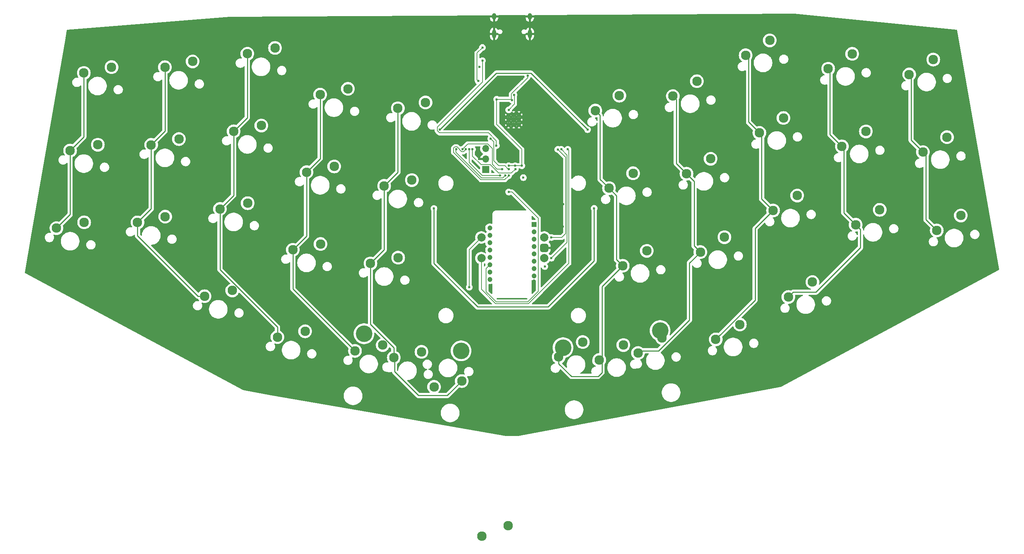
<source format=gbr>
%TF.GenerationSoftware,KiCad,Pcbnew,8.0.8*%
%TF.CreationDate,2025-03-23T01:31:30+01:00*%
%TF.ProjectId,Le Chisoffre,4c652043-6869-4736-9f66-6672652e6b69,rev?*%
%TF.SameCoordinates,Original*%
%TF.FileFunction,Copper,L1,Top*%
%TF.FilePolarity,Positive*%
%FSLAX46Y46*%
G04 Gerber Fmt 4.6, Leading zero omitted, Abs format (unit mm)*
G04 Created by KiCad (PCBNEW 8.0.8) date 2025-03-23 01:31:30*
%MOMM*%
%LPD*%
G01*
G04 APERTURE LIST*
G04 Aperture macros list*
%AMRoundRect*
0 Rectangle with rounded corners*
0 $1 Rounding radius*
0 $2 $3 $4 $5 $6 $7 $8 $9 X,Y pos of 4 corners*
0 Add a 4 corners polygon primitive as box body*
4,1,4,$2,$3,$4,$5,$6,$7,$8,$9,$2,$3,0*
0 Add four circle primitives for the rounded corners*
1,1,$1+$1,$2,$3*
1,1,$1+$1,$4,$5*
1,1,$1+$1,$6,$7*
1,1,$1+$1,$8,$9*
0 Add four rect primitives between the rounded corners*
20,1,$1+$1,$2,$3,$4,$5,0*
20,1,$1+$1,$4,$5,$6,$7,0*
20,1,$1+$1,$6,$7,$8,$9,0*
20,1,$1+$1,$8,$9,$2,$3,0*%
G04 Aperture macros list end*
%TA.AperFunction,ComponentPad*%
%ADD10C,2.300000*%
%TD*%
%TA.AperFunction,ComponentPad*%
%ADD11C,2.000000*%
%TD*%
%TA.AperFunction,ComponentPad*%
%ADD12RoundRect,0.500000X0.500000X0.500000X-0.500000X0.500000X-0.500000X-0.500000X0.500000X-0.500000X0*%
%TD*%
%TA.AperFunction,ComponentPad*%
%ADD13C,4.000000*%
%TD*%
%TA.AperFunction,HeatsinkPad*%
%ADD14O,1.000000X1.600000*%
%TD*%
%TA.AperFunction,HeatsinkPad*%
%ADD15O,1.000000X2.100000*%
%TD*%
%TA.AperFunction,ComponentPad*%
%ADD16C,0.600000*%
%TD*%
%TA.AperFunction,ComponentPad*%
%ADD17R,1.700000X1.700000*%
%TD*%
%TA.AperFunction,ComponentPad*%
%ADD18O,1.700000X1.700000*%
%TD*%
%TA.AperFunction,ComponentPad*%
%ADD19R,1.200000X1.200000*%
%TD*%
%TA.AperFunction,ComponentPad*%
%ADD20C,1.200000*%
%TD*%
%TA.AperFunction,ViaPad*%
%ADD21C,0.600000*%
%TD*%
%TA.AperFunction,Conductor*%
%ADD22C,0.200000*%
%TD*%
%TA.AperFunction,Conductor*%
%ADD23C,0.250000*%
%TD*%
%TA.AperFunction,Conductor*%
%ADD24C,0.380000*%
%TD*%
G04 APERTURE END LIST*
D10*
%TO.P,MX39,1,1*%
%TO.N,COL5*%
X162106997Y-115290847D03*
%TO.P,MX39,2,2*%
%TO.N,Net-(D39-A)*%
X167919460Y-111686769D03*
%TD*%
%TO.P,MX17,1,1*%
%TO.N,COL6*%
X192988251Y-70984359D03*
%TO.P,MX17,2,2*%
%TO.N,Net-(D17-A)*%
X198800714Y-67380281D03*
%TD*%
%TO.P,MX28,1,1*%
%TO.N,COL7*%
X213899037Y-79870742D03*
%TO.P,MX28,2,2*%
%TO.N,Net-(D28-A)*%
X219711500Y-76266664D03*
%TD*%
%TO.P,MX25,1,1*%
%TO.N,COL4*%
X116623350Y-92683345D03*
%TO.P,MX25,2,2*%
%TO.N,Net-(D25-A)*%
X123317945Y-91284599D03*
%TD*%
%TO.P,MX20,1,1*%
%TO.N,COL9*%
X250097013Y-65750512D03*
%TO.P,MX20,2,2*%
%TO.N,Net-(D20-A)*%
X255909476Y-62146434D03*
%TD*%
%TO.P,MX35,1,1*%
%TO.N,COL7*%
X200050826Y-111038213D03*
%TO.P,MX35,2,2*%
%TO.N,Net-(D35-A)*%
X205863289Y-107434135D03*
%TD*%
%TO.P,MX9,1,1*%
%TO.N,COL8*%
X227201428Y-45607775D03*
%TO.P,MX9,2,2*%
%TO.N,Net-(D9-A)*%
X233013891Y-42003697D03*
%TD*%
D11*
%TO.P,SW2,A,A*%
%TO.N,rot_a*%
X158612500Y-91400000D03*
%TO.P,SW2,B,B*%
%TO.N,rot_b*%
X158612500Y-86400000D03*
D12*
%TO.P,SW2,C,C*%
%TO.N,GND*%
X158612500Y-88900000D03*
D11*
%TO.P,SW2,S1,S1*%
%TO.N,Net-(D41-A)*%
X143412500Y-86400000D03*
%TO.P,SW2,S2,S2*%
%TO.N,COL10*%
X143412500Y-91400000D03*
%TD*%
D10*
%TO.P,MX8,1,1*%
%TO.N,COL7*%
X207283042Y-42349567D03*
%TO.P,MX8,2,2*%
%TO.N,Net-(D8-A)*%
X213095505Y-38745489D03*
%TD*%
%TO.P,MX24,1,1*%
%TO.N,COL3*%
X97862762Y-89375347D03*
%TO.P,MX24,2,2*%
%TO.N,Net-(D24-A)*%
X104557357Y-87976601D03*
%TD*%
%TO.P,MX11,1,1*%
%TO.N,COL0*%
X44061997Y-65380913D03*
%TO.P,MX11,2,2*%
%TO.N,Net-(D11-A)*%
X50756592Y-63982167D03*
%TD*%
%TO.P,MX15,1,1*%
%TO.N,COL4*%
X119931348Y-73922757D03*
%TO.P,MX15,2,2*%
%TO.N,Net-(D15-A)*%
X126625943Y-72524011D03*
%TD*%
%TO.P,MX26,1,1*%
%TO.N,COL5*%
X177568741Y-93240550D03*
%TO.P,MX26,2,2*%
%TO.N,Net-(D26-A)*%
X183381204Y-89636472D03*
%TD*%
%TO.P,MX41,1,1*%
%TO.N,unconnected-(MX41-Pad1)*%
X143510000Y-158591250D03*
%TO.P,MX41,2,2*%
%TO.N,unconnected-(MX41-Pad2)*%
X149860000Y-156051250D03*
%TD*%
%TO.P,MX19,1,1*%
%TO.N,COL8*%
X230509426Y-64368363D03*
%TO.P,MX19,2,2*%
%TO.N,Net-(D19-A)*%
X236321889Y-60764285D03*
%TD*%
%TO.P,MX38,1,1*%
%TO.N,COL4*%
X138679526Y-121114073D03*
%TO.P,MX38,2,2*%
%TO.N,Net-(D38-A)*%
X131984931Y-122512819D03*
%TD*%
%TO.P,MX37,1,1*%
%TO.N,COL3*%
X112883337Y-113825127D03*
%TO.P,MX37,2,2*%
%TO.N,Net-(D37-A)*%
X119577932Y-112426381D03*
%TD*%
%TO.P,MX6,1,1*%
%TO.N,COL5*%
X170952745Y-55719375D03*
%TO.P,MX6,2,2*%
%TO.N,Net-(D6-A)*%
X176765208Y-52115297D03*
%TD*%
%TO.P,MX5,1,1*%
%TO.N,COL4*%
X123239345Y-55162170D03*
%TO.P,MX5,2,2*%
%TO.N,Net-(D5-A)*%
X129933940Y-53763424D03*
%TD*%
%TO.P,MX12,1,1*%
%TO.N,COL1*%
X63649584Y-63998764D03*
%TO.P,MX12,2,2*%
%TO.N,Net-(D12-A)*%
X70344179Y-62600018D03*
%TD*%
%TO.P,MX23,1,1*%
%TO.N,COL2*%
X80259974Y-79501144D03*
%TO.P,MX23,2,2*%
%TO.N,Net-(D23-A)*%
X86954569Y-78102398D03*
%TD*%
%TO.P,MX29,1,1*%
%TO.N,COL8*%
X233850504Y-83316557D03*
%TO.P,MX29,2,2*%
%TO.N,Net-(D29-A)*%
X239662967Y-79712479D03*
%TD*%
%TO.P,MX14,1,1*%
%TO.N,COL3*%
X101170760Y-70614760D03*
%TO.P,MX14,2,2*%
%TO.N,Net-(D14-A)*%
X107865355Y-69216014D03*
%TD*%
D13*
%TO.P,S2,*%
%TO.N,*%
X186611552Y-108905707D03*
X163160817Y-113040704D03*
%TD*%
D10*
%TO.P,MX2,1,1*%
%TO.N,COL1*%
X66957582Y-45238176D03*
%TO.P,MX2,2,2*%
%TO.N,Net-(D2-A)*%
X73652177Y-43839430D03*
%TD*%
%TO.P,MX3,1,1*%
%TO.N,COL2*%
X86875969Y-41979969D03*
%TO.P,MX3,2,2*%
%TO.N,Net-(D3-A)*%
X93570564Y-40581223D03*
%TD*%
%TO.P,MX30,1,1*%
%TO.N,COL9*%
X253438091Y-84698706D03*
%TO.P,MX30,2,2*%
%TO.N,Net-(D30-A)*%
X259250554Y-81094628D03*
%TD*%
%TO.P,MX7,1,1*%
%TO.N,COL6*%
X189680253Y-52223771D03*
%TO.P,MX7,2,2*%
%TO.N,Net-(D7-A)*%
X195492716Y-48619693D03*
%TD*%
%TO.P,MX22,1,1*%
%TO.N,COL1*%
X60341587Y-82759352D03*
%TO.P,MX22,2,2*%
%TO.N,Net-(D22-A)*%
X67036182Y-81360606D03*
%TD*%
%TO.P,MX36,1,1*%
%TO.N,COL8*%
X217587455Y-100788798D03*
%TO.P,MX36,2,2*%
%TO.N,Net-(D36-A)*%
X223399918Y-97184720D03*
%TD*%
%TO.P,MX34,1,1*%
%TO.N,COL5*%
X171905933Y-116012276D03*
%TO.P,MX34,2,2*%
%TO.N,Net-(D39-A)*%
X177718396Y-112408198D03*
%TD*%
%TO.P,MX31,1,1*%
%TO.N,COL1*%
X76538476Y-100606805D03*
%TO.P,MX31,2,2*%
%TO.N,Net-(D31-A)*%
X83233071Y-99208059D03*
%TD*%
%TO.P,MX21,1,1*%
%TO.N,COL0*%
X40753999Y-84141501D03*
%TO.P,MX21,2,2*%
%TO.N,Net-(D21-A)*%
X47448594Y-82742755D03*
%TD*%
%TO.P,MX10,1,1*%
%TO.N,COL9*%
X246789016Y-46989925D03*
%TO.P,MX10,2,2*%
%TO.N,Net-(D10-A)*%
X252601479Y-43385847D03*
%TD*%
%TO.P,MX33,1,1*%
%TO.N,COL4*%
X122271985Y-115457346D03*
%TO.P,MX33,2,2*%
%TO.N,Net-(D38-A)*%
X128966580Y-114058600D03*
%TD*%
%TO.P,MX4,1,1*%
%TO.N,COL3*%
X104478758Y-51854172D03*
%TO.P,MX4,2,2*%
%TO.N,Net-(D4-A)*%
X111173353Y-50455426D03*
%TD*%
%TO.P,MX32,1,1*%
%TO.N,COL2*%
X94141265Y-110481009D03*
%TO.P,MX32,2,2*%
%TO.N,Net-(D32-A)*%
X100835860Y-109082263D03*
%TD*%
D13*
%TO.P,S1,*%
%TO.N,*%
X138521336Y-113808973D03*
X115070601Y-109673976D03*
%TD*%
D10*
%TO.P,MX13,1,1*%
%TO.N,COL2*%
X83567971Y-60740556D03*
%TO.P,MX13,2,2*%
%TO.N,Net-(D13-A)*%
X90262566Y-59341810D03*
%TD*%
%TO.P,MX40,1,1*%
%TO.N,COL6*%
X181281084Y-114327923D03*
%TO.P,MX40,2,2*%
%TO.N,Net-(D40-A)*%
X187093547Y-110723845D03*
%TD*%
%TO.P,MX16,1,1*%
%TO.N,COL5*%
X174260743Y-74479962D03*
%TO.P,MX16,2,2*%
%TO.N,Net-(D16-A)*%
X180073206Y-70875884D03*
%TD*%
%TO.P,MX1,1,1*%
%TO.N,COL0*%
X47369995Y-46620326D03*
%TO.P,MX1,2,2*%
%TO.N,Net-(D1-A)*%
X54064590Y-45221580D03*
%TD*%
%TO.P,MX18,1,1*%
%TO.N,COL7*%
X210591039Y-61110154D03*
%TO.P,MX18,2,2*%
%TO.N,Net-(D18-A)*%
X216403502Y-57506076D03*
%TD*%
%TO.P,MX27,1,1*%
%TO.N,COL6*%
X196329329Y-89932552D03*
%TO.P,MX27,2,2*%
%TO.N,Net-(D27-A)*%
X202141792Y-86328474D03*
%TD*%
D14*
%TO.P,J1,S1,SHIELD*%
%TO.N,GND*%
X146492500Y-33005000D03*
D15*
X146492500Y-37185000D03*
D14*
X155132500Y-33005000D03*
D15*
X155132500Y-37185000D03*
%TD*%
D16*
%TO.P,U3,57,GND*%
%TO.N,GND*%
X152517500Y-59218750D03*
X152517500Y-57943750D03*
X152517500Y-56668750D03*
X151242500Y-59218750D03*
X151242500Y-57943750D03*
X151242500Y-56668750D03*
X149967500Y-59218750D03*
X149967500Y-57943750D03*
X149967500Y-56668750D03*
%TD*%
D17*
%TO.P,SWD1,1,Pin_1*%
%TO.N,SWCLK*%
X144462500Y-69993750D03*
D18*
%TO.P,SWD1,2,Pin_2*%
%TO.N,GND*%
X144462500Y-67453750D03*
%TO.P,SWD1,3,Pin_3*%
%TO.N,SWD*%
X144462500Y-64913750D03*
%TD*%
D19*
%TO.P,U5,1,NC*%
%TO.N,unconnected-(U5-NC-Pad1)*%
X156150243Y-83224438D03*
D20*
%TO.P,U5,2,NC*%
%TO.N,unconnected-(U5-NC-Pad2)*%
X156150243Y-85004438D03*
%TO.P,U5,3,VDDPIX*%
%TO.N,Net-(U5-VDDPIX)*%
X156150243Y-86784438D03*
%TO.P,U5,4,VDD*%
%TO.N,+2V*%
X156150243Y-88564438D03*
%TO.P,U5,5,VDDIO*%
%TO.N,+3V3*%
X156150243Y-90344438D03*
%TO.P,U5,6,NC*%
%TO.N,unconnected-(U5-NC-Pad6)*%
X156150243Y-92124438D03*
%TO.P,U5,7,NRESET*%
%TO.N,Net-(U5-NRESET)*%
X156150243Y-93904438D03*
%TO.P,U5,8,GND*%
%TO.N,GND*%
X156150243Y-95684438D03*
%TO.P,U5,9,MOTION*%
%TO.N,unconnected-(U5-MOTION-Pad9)*%
X145450243Y-96574438D03*
%TO.P,U5,10,SCLK*%
%TO.N,SCK*%
X145450243Y-94794438D03*
%TO.P,U5,11,MOSI*%
%TO.N,MOSI*%
X145450243Y-93014438D03*
%TO.P,U5,12,MISO*%
%TO.N,MISO*%
X145450243Y-91234438D03*
%TO.P,U5,13,NCS*%
%TO.N,CS*%
X145450243Y-89454438D03*
%TO.P,U5,14,NC*%
%TO.N,unconnected-(U5-NC-Pad14)*%
X145450243Y-87674438D03*
%TO.P,U5,15,LED_P*%
%TO.N,Net-(U5-LED_P)*%
X145450243Y-85894438D03*
%TO.P,U5,16,NC*%
%TO.N,unconnected-(U5-NC-Pad16)*%
X145450243Y-84114438D03*
%TD*%
D21*
%TO.N,GND*%
X163134503Y-83744392D03*
%TO.N,+3V3*%
X142667403Y-48560289D03*
%TO.N,ROW0*%
X133350000Y-60325000D03*
X169068750Y-60325000D03*
%TO.N,ROW1*%
X170672707Y-79358543D03*
X131956250Y-79375000D03*
%TO.N,COL10*%
X164306250Y-65087500D03*
%TO.N,rot_b*%
X161888486Y-65117761D03*
X160337500Y-86400000D03*
%TO.N,rot_a*%
X162718750Y-65087500D03*
X160337500Y-91400000D03*
%TO.N,GND*%
X150812500Y-34131250D03*
X138112500Y-42068750D03*
X156152603Y-96798413D03*
X161925000Y-80962500D03*
X155126508Y-67990821D03*
X158422979Y-58946290D03*
X159922968Y-83541849D03*
X147624023Y-67990821D03*
X152221586Y-48005571D03*
X153193750Y-42862500D03*
X142875000Y-67468750D03*
X157298052Y-47296721D03*
X153296982Y-48022551D03*
X163512500Y-42068750D03*
X145736250Y-51100000D03*
X156368750Y-52387500D03*
X142961250Y-45143750D03*
X146939435Y-50330755D03*
X148615198Y-67990821D03*
X153198339Y-74985384D03*
X147969552Y-50368488D03*
X149691150Y-67990821D03*
X159956928Y-82540033D03*
X143970615Y-58951321D03*
X145736250Y-50106250D03*
X160337500Y-88900000D03*
X144285153Y-54049113D03*
X144277607Y-52996357D03*
X163150510Y-78324377D03*
X152400000Y-43656250D03*
X148431250Y-42862500D03*
X146530000Y-48562500D03*
%TO.N,+3V3*%
X153563535Y-71920484D03*
X143668750Y-40481250D03*
X151606250Y-69056250D03*
X147129264Y-52993014D03*
X150018750Y-69056250D03*
X158750000Y-93436250D03*
X154615223Y-47308041D03*
X153193750Y-69056250D03*
X150842500Y-53181250D03*
%TO.N,+1V1*%
X150018750Y-55562500D03*
X151288172Y-51921639D03*
%TO.N,~{RESET}*%
X143668750Y-43656250D03*
X147050000Y-64190454D03*
%TO.N,Net-(D41-A)*%
X140493750Y-98425000D03*
%TO.N,MISO*%
X138881238Y-65087500D03*
X148431250Y-69850000D03*
%TO.N,SDA*%
X141281247Y-65087500D03*
X151627292Y-69855976D03*
%TO.N,SCL*%
X150039792Y-69855976D03*
X145674320Y-62500000D03*
%TO.N,CS*%
X149225000Y-71437500D03*
X137318750Y-65087500D03*
%TO.N,SCK*%
X147962500Y-71437500D03*
X140481244Y-65087500D03*
%TO.N,MOSI*%
X150025003Y-71437500D03*
X139681241Y-65087500D03*
X150018750Y-75406250D03*
%TD*%
D22*
%TO.N,GND*%
X162718750Y-80168750D02*
X162718750Y-78756137D01*
X162718750Y-78756137D02*
X163150510Y-78324377D01*
X161925000Y-80962500D02*
X162718750Y-80168750D01*
%TO.N,rot_b*%
X161131250Y-86395532D02*
X161126782Y-86400000D01*
X162841968Y-86395532D02*
X161131250Y-86395532D01*
X163750510Y-66979785D02*
X163750510Y-85486990D01*
X163750510Y-85486990D02*
X162841968Y-86395532D01*
X161888486Y-65117761D02*
X163750510Y-66979785D01*
X161126782Y-86400000D02*
X160337500Y-86400000D01*
%TO.N,MOSI*%
X144550243Y-93914438D02*
X145450243Y-93014438D01*
X144550243Y-99534557D02*
X144550243Y-93914438D01*
X154615564Y-101993750D02*
X147009436Y-101993750D01*
X157162500Y-99446814D02*
X154615564Y-101993750D01*
X150812500Y-75406250D02*
X157162500Y-81756250D01*
X147009436Y-101993750D02*
X144550243Y-99534557D01*
X150018750Y-75406250D02*
X150812500Y-75406250D01*
X157162500Y-81756250D02*
X157162500Y-99446814D01*
%TO.N,COL10*%
X143412500Y-98962500D02*
X143412500Y-91400000D01*
X146843750Y-102393750D02*
X143412500Y-98962500D01*
X154781250Y-102393750D02*
X146843750Y-102393750D01*
X155612500Y-101562500D02*
X154781250Y-102393750D01*
%TO.N,+3V3*%
X142361250Y-41788750D02*
X142361250Y-48254136D01*
X142361250Y-48254136D02*
X142667403Y-48560289D01*
X143668750Y-40481250D02*
X142361250Y-41788750D01*
D23*
%TO.N,ROW0*%
X147003279Y-46671721D02*
X155415471Y-46671721D01*
X155415471Y-46671721D02*
X169068750Y-60325000D01*
X133350000Y-60325000D02*
X147003279Y-46671721D01*
%TO.N,ROW1*%
X159543750Y-103187500D02*
X170672707Y-92058543D01*
X131956250Y-79375000D02*
X131956250Y-92662466D01*
X170672707Y-79358543D02*
X170672707Y-92058543D01*
X131956250Y-92662466D02*
X142481284Y-103187500D01*
X142481284Y-103187500D02*
X159543750Y-103187500D01*
%TO.N,COL0*%
X44061997Y-65380913D02*
X44061997Y-80833503D01*
X44061997Y-80833503D02*
X40753999Y-84141501D01*
X47369995Y-62072915D02*
X44061997Y-65380913D01*
X47369995Y-46620326D02*
X47369995Y-62072915D01*
%TO.N,COL1*%
X63649584Y-63998764D02*
X63649584Y-79451355D01*
X60341587Y-82759352D02*
X60341587Y-85961443D01*
X66957582Y-60690766D02*
X63649584Y-63998764D01*
X60341587Y-85961443D02*
X74986949Y-100606805D01*
X63649584Y-79451355D02*
X60341587Y-82759352D01*
X74986949Y-100606805D02*
X76538476Y-100606805D01*
X66957582Y-45238176D02*
X66957582Y-60690766D01*
%TO.N,COL2*%
X83567971Y-60740556D02*
X83567971Y-76193147D01*
X83567971Y-76193147D02*
X80259974Y-79501144D01*
X86875969Y-41979969D02*
X86875969Y-57432558D01*
X80259974Y-79501144D02*
X80259974Y-94148996D01*
X80259974Y-94148996D02*
X94141265Y-108030287D01*
X86875969Y-57432558D02*
X83567971Y-60740556D01*
X94141265Y-108030287D02*
X94141265Y-110481009D01*
%TO.N,COL3*%
X101170760Y-70614760D02*
X101170760Y-86067349D01*
X104478758Y-51854172D02*
X104478758Y-67306762D01*
X104478758Y-67306762D02*
X101170760Y-70614760D01*
X97862762Y-98804552D02*
X112883337Y-113825127D01*
X101170760Y-86067349D02*
X97862762Y-89375347D01*
X97862762Y-89375347D02*
X97862762Y-98804552D01*
%TO.N,COL4*%
X123239345Y-70614760D02*
X119931348Y-73922757D01*
X128231298Y-124618750D02*
X135174849Y-124618750D01*
X135174849Y-124618750D02*
X138679526Y-121114073D01*
X119931348Y-89375347D02*
X116623350Y-92683345D01*
X123239345Y-55162170D02*
X123239345Y-70614760D01*
X119931348Y-73922757D02*
X119931348Y-89375347D01*
X116623350Y-107385833D02*
X122271985Y-113034468D01*
X122447211Y-115632572D02*
X122447211Y-118834663D01*
X116623350Y-92683345D02*
X116623350Y-107385833D01*
X122271985Y-115457346D02*
X122447211Y-115632572D01*
X122271985Y-113034468D02*
X122271985Y-115457346D01*
X122447211Y-118834663D02*
X128231298Y-124618750D01*
%TO.N,COL5*%
X176085027Y-91756836D02*
X176085027Y-76304246D01*
X162106997Y-116917192D02*
X165174026Y-119984221D01*
X162106997Y-115290847D02*
X162106997Y-116917192D01*
X172102745Y-56869375D02*
X172102745Y-72321964D01*
X171614061Y-119984221D02*
X172553004Y-119045278D01*
X170952745Y-55719375D02*
X172102745Y-56869375D01*
X176085027Y-76304246D02*
X174260743Y-74479962D01*
X172553004Y-119045278D02*
X172553004Y-98256287D01*
X172553004Y-98256287D02*
X177568741Y-93240550D01*
X177568741Y-93240550D02*
X176085027Y-91756836D01*
X172102745Y-72321964D02*
X174260743Y-74479962D01*
X165174026Y-119984221D02*
X171614061Y-119984221D01*
%TO.N,COL6*%
X193675000Y-92586881D02*
X193675000Y-106362500D01*
X186238665Y-113798835D02*
X181810172Y-113798835D01*
X193675000Y-106362500D02*
X186238665Y-113798835D01*
X181810172Y-113798835D02*
X181281084Y-114327923D01*
X190500000Y-53043518D02*
X189680253Y-52223771D01*
X194812535Y-88415758D02*
X194812535Y-72808643D01*
X190500000Y-68496108D02*
X190500000Y-53043518D01*
X196329329Y-89932552D02*
X193675000Y-92586881D01*
X192988251Y-70984359D02*
X190500000Y-68496108D01*
X196329329Y-89932552D02*
X194812535Y-88415758D01*
X194812535Y-72808643D02*
X192988251Y-70984359D01*
%TO.N,COL7*%
X209550000Y-101539039D02*
X200050826Y-111038213D01*
X211137500Y-77109205D02*
X211137500Y-61656615D01*
X211137500Y-61656615D02*
X210591039Y-61110154D01*
X213899037Y-79870742D02*
X209550000Y-84219779D01*
X207962500Y-43029025D02*
X207283042Y-42349567D01*
X210591039Y-61110154D02*
X207962500Y-58481615D01*
X213899037Y-79870742D02*
X211137500Y-77109205D01*
X209550000Y-84219779D02*
X209550000Y-101539039D01*
X207962500Y-58481615D02*
X207962500Y-43029025D01*
%TO.N,COL8*%
X224211202Y-99638798D02*
X235000504Y-88849496D01*
X227641789Y-61500726D02*
X227641789Y-46048136D01*
X235000504Y-88849496D02*
X235000504Y-84466557D01*
X230981250Y-64840187D02*
X230509426Y-64368363D01*
X230509426Y-64368363D02*
X227641789Y-61500726D01*
X217587455Y-100788798D02*
X218737455Y-99638798D01*
X218737455Y-99638798D02*
X224211202Y-99638798D01*
X230981250Y-80447303D02*
X230981250Y-64840187D01*
X233850504Y-83316557D02*
X230981250Y-80447303D01*
X227641789Y-46048136D02*
X227201428Y-45607775D01*
X235000504Y-84466557D02*
X233850504Y-83316557D01*
%TO.N,COL9*%
X247229377Y-47430286D02*
X246789016Y-46989925D01*
X247229377Y-62882876D02*
X247229377Y-47430286D01*
X250825000Y-66478499D02*
X250097013Y-65750512D01*
X253438091Y-84698706D02*
X250825000Y-82085615D01*
X250097013Y-65750512D02*
X247229377Y-62882876D01*
X250825000Y-82085615D02*
X250825000Y-66478499D01*
D22*
%TO.N,COL10*%
X164550510Y-92624490D02*
X164550510Y-65331760D01*
X155612500Y-101562500D02*
X164550510Y-92624490D01*
X164550510Y-65331760D02*
X164306250Y-65087500D01*
%TO.N,rot_a*%
X164150510Y-66519260D02*
X162718750Y-65087500D01*
X160337500Y-91400000D02*
X164150510Y-87586990D01*
X164150510Y-87586990D02*
X164150510Y-66519260D01*
D24*
%TO.N,GND*%
X149967500Y-59218750D02*
X151242500Y-59218750D01*
X151242500Y-59218750D02*
X152517500Y-59218750D01*
X149967500Y-59218750D02*
X152517500Y-56668750D01*
X149967500Y-56668750D02*
X152517500Y-59218750D01*
X151242500Y-59218750D02*
X151242500Y-56668750D01*
X149967500Y-56668750D02*
X149967500Y-59218750D01*
X152517500Y-56668750D02*
X149967500Y-56668750D01*
X152517500Y-59218750D02*
X152517500Y-56668750D01*
X149967500Y-57943750D02*
X152517500Y-57943750D01*
D22*
%TO.N,+3V3*%
X147129264Y-59023014D02*
X153193750Y-65087500D01*
X147129264Y-52993014D02*
X147129264Y-59023014D01*
X147129264Y-52993014D02*
X150654264Y-52993014D01*
X153193750Y-69056250D02*
X153193750Y-65087500D01*
X154615223Y-47746059D02*
X154615223Y-47308041D01*
X150018750Y-69056250D02*
X153193750Y-69056250D01*
X150688172Y-53026922D02*
X150688172Y-51673110D01*
X150688172Y-51673110D02*
X154615223Y-47746059D01*
X150654264Y-52993014D02*
X150842500Y-53181250D01*
X150842500Y-53181250D02*
X150688172Y-53026922D01*
%TO.N,+1V1*%
X151442500Y-54138750D02*
X151442500Y-52075967D01*
X151442500Y-52075967D02*
X151288172Y-51921639D01*
X150018750Y-55562500D02*
X151442500Y-54138750D01*
%TO.N,~{RESET}*%
X147050000Y-63027151D02*
X145141599Y-61118750D01*
X147050000Y-64190454D02*
X147050000Y-63027151D01*
X132750000Y-60573529D02*
X132750000Y-59742945D01*
X133295221Y-61118750D02*
X132750000Y-60573529D01*
X143668750Y-48824195D02*
X143668750Y-43656250D01*
X132750000Y-59742945D02*
X143668750Y-48824195D01*
X145141599Y-61118750D02*
X133295221Y-61118750D01*
%TO.N,Net-(D41-A)*%
X140493750Y-89318750D02*
X143412500Y-86400000D01*
X140493750Y-98425000D02*
X140493750Y-89318750D01*
%TO.N,MISO*%
X147184436Y-69850000D02*
X146050000Y-68715564D01*
X140156462Y-63763750D02*
X138881238Y-65038974D01*
X138881238Y-65038974D02*
X138881238Y-65087500D01*
X146050000Y-68715564D02*
X146050000Y-64874904D01*
X146050000Y-64874904D02*
X144938846Y-63763750D01*
X148431250Y-69850000D02*
X147184436Y-69850000D01*
X144938846Y-63763750D02*
X140156462Y-63763750D01*
%TO.N,SDA*%
X151627292Y-69855976D02*
X150645768Y-70837500D01*
X143362378Y-68804657D02*
X141281247Y-66723526D01*
X147606250Y-70837500D02*
X145573407Y-68804657D01*
X145573407Y-68804657D02*
X143362378Y-68804657D01*
X141281247Y-66723526D02*
X141281247Y-65087500D01*
X150645768Y-70837500D02*
X147606250Y-70837500D01*
%TO.N,SCL*%
X149098832Y-69056250D02*
X147637500Y-69056250D01*
X146450000Y-63275680D02*
X145674320Y-62500000D01*
X146450000Y-67868750D02*
X146450000Y-63275680D01*
X149898558Y-69855976D02*
X149098832Y-69056250D01*
X150039792Y-69855976D02*
X149898558Y-69855976D01*
X147637500Y-69056250D02*
X146450000Y-67868750D01*
%TO.N,CS*%
X149225000Y-71437500D02*
X148625000Y-72037500D01*
X148625000Y-72037500D02*
X143475000Y-72037500D01*
X137281232Y-65843732D02*
X137281232Y-65087500D01*
X143475000Y-72037500D02*
X137281232Y-65843732D01*
%TO.N,SCK*%
X140481244Y-68312494D02*
X143606250Y-71437500D01*
X140481244Y-65087500D02*
X140481244Y-68312494D01*
X147962500Y-71437500D02*
X143606250Y-71437500D01*
%TO.N,MOSI*%
X138112500Y-65032721D02*
X138112500Y-65167291D01*
X136681232Y-64838971D02*
X137032703Y-64487500D01*
X139681241Y-65087500D02*
X139681241Y-65136026D01*
X149073529Y-72437500D02*
X143309314Y-72437500D01*
X136681232Y-65809418D02*
X136681232Y-64838971D01*
X137032703Y-64487500D02*
X137567279Y-64487500D01*
X150025003Y-71486026D02*
X149073529Y-72437500D01*
X150025003Y-71437500D02*
X150025003Y-71486026D01*
X138632709Y-65687500D02*
X138112500Y-65167291D01*
X139129767Y-65687500D02*
X138632709Y-65687500D01*
X137567279Y-64487500D02*
X138112500Y-65032721D01*
X143309314Y-72437500D02*
X136681232Y-65809418D01*
X139681241Y-65136026D02*
X139129767Y-65687500D01*
%TD*%
%TA.AperFunction,Conductor*%
%TO.N,GND*%
G36*
X155731795Y-96701991D02*
G01*
X155847916Y-96746976D01*
X156048315Y-96784438D01*
X156252170Y-96784438D01*
X156415214Y-96753959D01*
X156484730Y-96760990D01*
X156539408Y-96804487D01*
X156561891Y-96870641D01*
X156562000Y-96875848D01*
X156562000Y-99146716D01*
X156542315Y-99213755D01*
X156525681Y-99234397D01*
X155774682Y-99985396D01*
X155713359Y-100018881D01*
X155643667Y-100013897D01*
X155587734Y-99972025D01*
X155563317Y-99906561D01*
X155563001Y-99897715D01*
X155563001Y-96817617D01*
X155582686Y-96750578D01*
X155635490Y-96704823D01*
X155704648Y-96694879D01*
X155731795Y-96701991D01*
G37*
%TD.AperFunction*%
%TA.AperFunction,Conductor*%
G36*
X163469354Y-86719908D02*
G01*
X163525284Y-86761784D01*
X163549695Y-86827251D01*
X163550010Y-86836086D01*
X163550010Y-87286892D01*
X163530325Y-87353931D01*
X163513691Y-87374573D01*
X160318965Y-90569298D01*
X160257642Y-90602783D01*
X160245168Y-90604837D01*
X160158248Y-90614630D01*
X160032988Y-90658460D01*
X159963209Y-90662021D01*
X159902582Y-90627291D01*
X159888226Y-90609239D01*
X159800666Y-90475217D01*
X159772073Y-90444157D01*
X159707876Y-90374420D01*
X159676955Y-90311768D01*
X159684815Y-90242341D01*
X159720746Y-90194337D01*
X159823253Y-90110753D01*
X159951778Y-89953129D01*
X160045942Y-89772861D01*
X160101890Y-89577328D01*
X160101891Y-89577325D01*
X160112499Y-89458000D01*
X160112500Y-89457998D01*
X160112500Y-89150000D01*
X159045512Y-89150000D01*
X159078425Y-89092993D01*
X159112500Y-88965826D01*
X159112500Y-88834174D01*
X159078425Y-88707007D01*
X159045512Y-88650000D01*
X160112500Y-88650000D01*
X160112500Y-88342002D01*
X160112499Y-88341999D01*
X160101891Y-88222674D01*
X160101890Y-88222671D01*
X160045942Y-88027138D01*
X159951778Y-87846870D01*
X159823253Y-87689246D01*
X159720746Y-87605663D01*
X159681229Y-87548042D01*
X159679137Y-87478203D01*
X159707876Y-87425579D01*
X159800664Y-87324785D01*
X159888227Y-87190758D01*
X159941372Y-87145403D01*
X160010603Y-87135979D01*
X160032990Y-87141540D01*
X160158237Y-87185366D01*
X160158243Y-87185367D01*
X160158245Y-87185368D01*
X160158246Y-87185368D01*
X160158250Y-87185369D01*
X160337496Y-87205565D01*
X160337500Y-87205565D01*
X160337504Y-87205565D01*
X160516749Y-87185369D01*
X160516752Y-87185368D01*
X160516755Y-87185368D01*
X160687022Y-87125789D01*
X160839762Y-87029816D01*
X160839767Y-87029810D01*
X160842597Y-87027555D01*
X160844775Y-87026665D01*
X160845658Y-87026111D01*
X160845755Y-87026265D01*
X160907283Y-87001145D01*
X160919912Y-87000500D01*
X161040113Y-87000500D01*
X161040129Y-87000501D01*
X161047725Y-87000501D01*
X161205837Y-87000501D01*
X161205839Y-87000501D01*
X161206754Y-87000255D01*
X161238843Y-86996032D01*
X162755299Y-86996032D01*
X162755315Y-86996033D01*
X162762911Y-86996033D01*
X162921022Y-86996033D01*
X162921025Y-86996033D01*
X163073753Y-86955109D01*
X163133290Y-86920735D01*
X163210684Y-86876052D01*
X163322488Y-86764248D01*
X163322488Y-86764247D01*
X163332697Y-86754039D01*
X163332704Y-86754029D01*
X163338337Y-86748396D01*
X163399663Y-86714917D01*
X163469354Y-86719908D01*
G37*
%TD.AperFunction*%
%TA.AperFunction,Conductor*%
G36*
X153764664Y-47316906D02*
G01*
X153810419Y-47369710D01*
X153820845Y-47407337D01*
X153829853Y-47487291D01*
X153829855Y-47487298D01*
X153854640Y-47558130D01*
X153858201Y-47627909D01*
X153825279Y-47686765D01*
X150319458Y-51192588D01*
X150207653Y-51304392D01*
X150207652Y-51304394D01*
X150162641Y-51382356D01*
X150128595Y-51441325D01*
X150087671Y-51594053D01*
X150087671Y-51594055D01*
X150087671Y-51762156D01*
X150087672Y-51762169D01*
X150087672Y-52268514D01*
X150067987Y-52335553D01*
X150015183Y-52381308D01*
X149963672Y-52392514D01*
X147711676Y-52392514D01*
X147644637Y-52372829D01*
X147634361Y-52365459D01*
X147631527Y-52363199D01*
X147631526Y-52363198D01*
X147567499Y-52322967D01*
X147478787Y-52267225D01*
X147308518Y-52207645D01*
X147308513Y-52207644D01*
X147129268Y-52187449D01*
X147129260Y-52187449D01*
X146950014Y-52207644D01*
X146950009Y-52207645D01*
X146779740Y-52267225D01*
X146627001Y-52363198D01*
X146499448Y-52490751D01*
X146403475Y-52643490D01*
X146343895Y-52813759D01*
X146343894Y-52813764D01*
X146323699Y-52993010D01*
X146323699Y-52993017D01*
X146343894Y-53172263D01*
X146343895Y-53172268D01*
X146403475Y-53342537D01*
X146463779Y-53438510D01*
X146480062Y-53464424D01*
X146499449Y-53495277D01*
X146501709Y-53498111D01*
X146502598Y-53500289D01*
X146503153Y-53501172D01*
X146502998Y-53501269D01*
X146528119Y-53562797D01*
X146528764Y-53575426D01*
X146528764Y-58936344D01*
X146528763Y-58936362D01*
X146528763Y-59102068D01*
X146528762Y-59102068D01*
X146569687Y-59254799D01*
X146574087Y-59262419D01*
X146574088Y-59262425D01*
X146574090Y-59262425D01*
X146648741Y-59391726D01*
X146648745Y-59391731D01*
X146767613Y-59510599D01*
X146767619Y-59510604D01*
X152556931Y-65299916D01*
X152590416Y-65361239D01*
X152593250Y-65387597D01*
X152593250Y-68331750D01*
X152573565Y-68398789D01*
X152520761Y-68444544D01*
X152469250Y-68455750D01*
X152188662Y-68455750D01*
X152121623Y-68436065D01*
X152111347Y-68428695D01*
X152108513Y-68426435D01*
X152108512Y-68426434D01*
X152019328Y-68370396D01*
X151955773Y-68330461D01*
X151785504Y-68270881D01*
X151785499Y-68270880D01*
X151606254Y-68250685D01*
X151606246Y-68250685D01*
X151427000Y-68270880D01*
X151426995Y-68270881D01*
X151256726Y-68330461D01*
X151103986Y-68426435D01*
X151101153Y-68428695D01*
X151098974Y-68429584D01*
X151098092Y-68430139D01*
X151097994Y-68429984D01*
X151036467Y-68455105D01*
X151023838Y-68455750D01*
X150601162Y-68455750D01*
X150534123Y-68436065D01*
X150523847Y-68428695D01*
X150521013Y-68426435D01*
X150521012Y-68426434D01*
X150431828Y-68370396D01*
X150368273Y-68330461D01*
X150198004Y-68270881D01*
X150197999Y-68270880D01*
X150018754Y-68250685D01*
X150018746Y-68250685D01*
X149839500Y-68270880D01*
X149839495Y-68270881D01*
X149669226Y-68330461D01*
X149516484Y-68426436D01*
X149470966Y-68471954D01*
X149409643Y-68505438D01*
X149339951Y-68500453D01*
X149335840Y-68498836D01*
X149330621Y-68496674D01*
X149318095Y-68493317D01*
X149177889Y-68455749D01*
X149019775Y-68455749D01*
X149012179Y-68455749D01*
X149012163Y-68455750D01*
X147937598Y-68455750D01*
X147870559Y-68436065D01*
X147849917Y-68419431D01*
X147086819Y-67656333D01*
X147053334Y-67595010D01*
X147050500Y-67568652D01*
X147050500Y-65106775D01*
X147070185Y-65039736D01*
X147122989Y-64993981D01*
X147160612Y-64983555D01*
X147229255Y-64975822D01*
X147399522Y-64916243D01*
X147552262Y-64820270D01*
X147679816Y-64692716D01*
X147775789Y-64539976D01*
X147835368Y-64369709D01*
X147835520Y-64368363D01*
X147855565Y-64190457D01*
X147855565Y-64190450D01*
X147835369Y-64011204D01*
X147835368Y-64011199D01*
X147814548Y-63951698D01*
X147775789Y-63840932D01*
X147765884Y-63825169D01*
X147731663Y-63770706D01*
X147679816Y-63688192D01*
X147679814Y-63688190D01*
X147679813Y-63688188D01*
X147677550Y-63685350D01*
X147676659Y-63683169D01*
X147676111Y-63682296D01*
X147676264Y-63682199D01*
X147651144Y-63620663D01*
X147650500Y-63608041D01*
X147650500Y-63116211D01*
X147650501Y-63116198D01*
X147650501Y-62948095D01*
X147649532Y-62944479D01*
X147609577Y-62795367D01*
X147588891Y-62759537D01*
X147530524Y-62658441D01*
X147530518Y-62658433D01*
X145629189Y-60757105D01*
X145629187Y-60757102D01*
X145510316Y-60638231D01*
X145510311Y-60638227D01*
X145397719Y-60573223D01*
X145373384Y-60559173D01*
X145220656Y-60518249D01*
X145062542Y-60518249D01*
X145054946Y-60518249D01*
X145054930Y-60518250D01*
X134340701Y-60518250D01*
X134273662Y-60498565D01*
X134227907Y-60445761D01*
X134217963Y-60376603D01*
X134246988Y-60313047D01*
X134253020Y-60306569D01*
X137437485Y-57122105D01*
X147226051Y-47333540D01*
X147287374Y-47300055D01*
X147313732Y-47297221D01*
X153697625Y-47297221D01*
X153764664Y-47316906D01*
G37*
%TD.AperFunction*%
%TA.AperFunction,Conductor*%
G36*
X143117036Y-64383935D02*
G01*
X143162791Y-64436739D01*
X143172735Y-64505897D01*
X143169772Y-64520343D01*
X143127438Y-64678336D01*
X143127436Y-64678346D01*
X143106841Y-64913749D01*
X143106841Y-64913750D01*
X143127436Y-65149153D01*
X143127438Y-65149163D01*
X143188594Y-65377405D01*
X143188596Y-65377409D01*
X143188597Y-65377413D01*
X143241805Y-65491518D01*
X143288465Y-65591580D01*
X143288467Y-65591584D01*
X143385638Y-65730357D01*
X143415997Y-65773715D01*
X143424001Y-65785145D01*
X143424006Y-65785152D01*
X143591097Y-65952243D01*
X143591103Y-65952248D01*
X143648620Y-65992522D01*
X143743926Y-66059256D01*
X143777094Y-66082480D01*
X143820719Y-66137057D01*
X143827913Y-66206555D01*
X143796390Y-66268910D01*
X143777095Y-66285630D01*
X143591422Y-66415640D01*
X143591420Y-66415641D01*
X143424391Y-66582670D01*
X143424386Y-66582676D01*
X143288900Y-66776170D01*
X143288899Y-66776172D01*
X143189070Y-66990257D01*
X143189067Y-66990263D01*
X143131864Y-67203749D01*
X143131864Y-67203750D01*
X144029488Y-67203750D01*
X143996575Y-67260757D01*
X143962500Y-67387924D01*
X143962500Y-67519576D01*
X143996575Y-67646743D01*
X144029488Y-67703750D01*
X143162069Y-67703750D01*
X143095030Y-67684065D01*
X143074388Y-67667431D01*
X141918066Y-66511109D01*
X141884581Y-66449786D01*
X141881747Y-66423428D01*
X141881747Y-65669912D01*
X141901432Y-65602873D01*
X141908802Y-65592597D01*
X141911057Y-65589767D01*
X141911063Y-65589762D01*
X142007036Y-65437022D01*
X142066615Y-65266755D01*
X142068198Y-65252704D01*
X142086812Y-65087503D01*
X142086812Y-65087496D01*
X142066616Y-64908250D01*
X142066615Y-64908245D01*
X142035779Y-64820121D01*
X142007036Y-64737978D01*
X141999089Y-64725331D01*
X141946111Y-64641016D01*
X141911063Y-64585238D01*
X141901756Y-64575931D01*
X141868271Y-64514608D01*
X141873255Y-64444916D01*
X141915127Y-64388983D01*
X141980591Y-64364566D01*
X141989437Y-64364250D01*
X143049997Y-64364250D01*
X143117036Y-64383935D01*
G37*
%TD.AperFunction*%
%TA.AperFunction,Conductor*%
G36*
X219057990Y-32251295D02*
G01*
X258241664Y-36169662D01*
X258306413Y-36195920D01*
X258346686Y-36253015D01*
X258351456Y-36271592D01*
X268510203Y-94098306D01*
X268502415Y-94167740D01*
X268458324Y-94221941D01*
X268446764Y-94228992D01*
X215748416Y-122544523D01*
X215712577Y-122557168D01*
X152364813Y-134434876D01*
X152341961Y-134437000D01*
X149279231Y-134437000D01*
X149257856Y-134435144D01*
X116316146Y-128670344D01*
X133630538Y-128670344D01*
X133630538Y-128964543D01*
X133630539Y-128964560D01*
X133640995Y-129043984D01*
X133668940Y-129256244D01*
X133742878Y-129532185D01*
X133745090Y-129540438D01*
X133857672Y-129812238D01*
X133857680Y-129812254D01*
X134004778Y-130067033D01*
X134004789Y-130067049D01*
X134183886Y-130300453D01*
X134183892Y-130300460D01*
X134391921Y-130508489D01*
X134391927Y-130508494D01*
X134625341Y-130687599D01*
X134625348Y-130687603D01*
X134880127Y-130834701D01*
X134880143Y-130834709D01*
X135151943Y-130947291D01*
X135151945Y-130947291D01*
X135151951Y-130947294D01*
X135436138Y-131023442D01*
X135727832Y-131061844D01*
X135727839Y-131061844D01*
X136022037Y-131061844D01*
X136022044Y-131061844D01*
X136313738Y-131023442D01*
X136597925Y-130947294D01*
X136671256Y-130916919D01*
X136869732Y-130834709D01*
X136869735Y-130834707D01*
X136869741Y-130834705D01*
X137124535Y-130687599D01*
X137357949Y-130508494D01*
X137565988Y-130300455D01*
X137745093Y-130067041D01*
X137892199Y-129812247D01*
X138004788Y-129540431D01*
X138080936Y-129256244D01*
X138119338Y-128964550D01*
X138119338Y-128670338D01*
X138080936Y-128378644D01*
X138004788Y-128094457D01*
X138004785Y-128094449D01*
X137925102Y-127902074D01*
X163562815Y-127902074D01*
X163562815Y-128196273D01*
X163562816Y-128196290D01*
X163586823Y-128378644D01*
X163601217Y-128487974D01*
X163650081Y-128670338D01*
X163677367Y-128772168D01*
X163789949Y-129043968D01*
X163789957Y-129043984D01*
X163937055Y-129298763D01*
X163937066Y-129298779D01*
X164116163Y-129532183D01*
X164116169Y-129532190D01*
X164324198Y-129740219D01*
X164324204Y-129740224D01*
X164557618Y-129919329D01*
X164557625Y-129919333D01*
X164812404Y-130066431D01*
X164812420Y-130066439D01*
X165084220Y-130179021D01*
X165084222Y-130179021D01*
X165084228Y-130179024D01*
X165368415Y-130255172D01*
X165660109Y-130293574D01*
X165660116Y-130293574D01*
X165954314Y-130293574D01*
X165954321Y-130293574D01*
X166246015Y-130255172D01*
X166530202Y-130179024D01*
X166800536Y-130067049D01*
X166802009Y-130066439D01*
X166802012Y-130066437D01*
X166802018Y-130066435D01*
X167056812Y-129919329D01*
X167290226Y-129740224D01*
X167498265Y-129532185D01*
X167677370Y-129298771D01*
X167824476Y-129043977D01*
X167857372Y-128964560D01*
X167937062Y-128772168D01*
X167937061Y-128772168D01*
X167937065Y-128772161D01*
X168013213Y-128487974D01*
X168051615Y-128196280D01*
X168051615Y-127902068D01*
X168013213Y-127610374D01*
X167937065Y-127326187D01*
X167937062Y-127326179D01*
X167824480Y-127054379D01*
X167824472Y-127054363D01*
X167677374Y-126799584D01*
X167677370Y-126799577D01*
X167498265Y-126566163D01*
X167498260Y-126566157D01*
X167290231Y-126358128D01*
X167290224Y-126358122D01*
X167056820Y-126179025D01*
X167056818Y-126179023D01*
X167056812Y-126179019D01*
X167056807Y-126179016D01*
X167056804Y-126179014D01*
X166802025Y-126031916D01*
X166802009Y-126031908D01*
X166530209Y-125919326D01*
X166246011Y-125843175D01*
X165954331Y-125804775D01*
X165954326Y-125804774D01*
X165954321Y-125804774D01*
X165660109Y-125804774D01*
X165660103Y-125804774D01*
X165660098Y-125804775D01*
X165368418Y-125843175D01*
X165084220Y-125919326D01*
X164812420Y-126031908D01*
X164812404Y-126031916D01*
X164557625Y-126179014D01*
X164557609Y-126179025D01*
X164324205Y-126358122D01*
X164324198Y-126358128D01*
X164116169Y-126566157D01*
X164116163Y-126566164D01*
X163937066Y-126799568D01*
X163937055Y-126799584D01*
X163789957Y-127054363D01*
X163789949Y-127054379D01*
X163677367Y-127326179D01*
X163601216Y-127610377D01*
X163562816Y-127902057D01*
X163562815Y-127902074D01*
X137925102Y-127902074D01*
X137892203Y-127822649D01*
X137892195Y-127822633D01*
X137745097Y-127567854D01*
X137745093Y-127567847D01*
X137565988Y-127334433D01*
X137565983Y-127334427D01*
X137357954Y-127126398D01*
X137357947Y-127126392D01*
X137124543Y-126947295D01*
X137124541Y-126947293D01*
X137124535Y-126947289D01*
X137124530Y-126947286D01*
X137124527Y-126947284D01*
X136869748Y-126800186D01*
X136869732Y-126800178D01*
X136597932Y-126687596D01*
X136313734Y-126611445D01*
X136022054Y-126573045D01*
X136022049Y-126573044D01*
X136022044Y-126573044D01*
X135727832Y-126573044D01*
X135727826Y-126573044D01*
X135727821Y-126573045D01*
X135436141Y-126611445D01*
X135151943Y-126687596D01*
X134880143Y-126800178D01*
X134880127Y-126800186D01*
X134625348Y-126947284D01*
X134625332Y-126947295D01*
X134391928Y-127126392D01*
X134391921Y-127126398D01*
X134183892Y-127334427D01*
X134183886Y-127334434D01*
X134004789Y-127567838D01*
X134004778Y-127567854D01*
X133857680Y-127822633D01*
X133857672Y-127822649D01*
X133745090Y-128094449D01*
X133668939Y-128378647D01*
X133630539Y-128670327D01*
X133630538Y-128670344D01*
X116316146Y-128670344D01*
X92687589Y-124535346D01*
X110179803Y-124535346D01*
X110179803Y-124829545D01*
X110179804Y-124829562D01*
X110216014Y-125104608D01*
X110218205Y-125121246D01*
X110292143Y-125397187D01*
X110294355Y-125405440D01*
X110406937Y-125677240D01*
X110406945Y-125677256D01*
X110554043Y-125932035D01*
X110554054Y-125932051D01*
X110733151Y-126165455D01*
X110733157Y-126165462D01*
X110941186Y-126373491D01*
X110941192Y-126373496D01*
X111174606Y-126552601D01*
X111174613Y-126552605D01*
X111429392Y-126699703D01*
X111429408Y-126699711D01*
X111701208Y-126812293D01*
X111701210Y-126812293D01*
X111701216Y-126812296D01*
X111985403Y-126888444D01*
X112277097Y-126926846D01*
X112277104Y-126926846D01*
X112571302Y-126926846D01*
X112571309Y-126926846D01*
X112863003Y-126888444D01*
X113147190Y-126812296D01*
X113220521Y-126781921D01*
X113418997Y-126699711D01*
X113419000Y-126699709D01*
X113419006Y-126699707D01*
X113673800Y-126552601D01*
X113907214Y-126373496D01*
X114115253Y-126165457D01*
X114294358Y-125932043D01*
X114441464Y-125677249D01*
X114471296Y-125605229D01*
X114554050Y-125405440D01*
X114554049Y-125405440D01*
X114554053Y-125405433D01*
X114630201Y-125121246D01*
X114668603Y-124829552D01*
X114668603Y-124535340D01*
X114630201Y-124243646D01*
X114554053Y-123959459D01*
X114530806Y-123903335D01*
X114441468Y-123687651D01*
X114441460Y-123687635D01*
X114294362Y-123432856D01*
X114294358Y-123432849D01*
X114115253Y-123199435D01*
X114115248Y-123199429D01*
X113907219Y-122991400D01*
X113907212Y-122991394D01*
X113673808Y-122812297D01*
X113673806Y-122812295D01*
X113673800Y-122812291D01*
X113673795Y-122812288D01*
X113673792Y-122812286D01*
X113419013Y-122665188D01*
X113418997Y-122665180D01*
X113147197Y-122552598D01*
X112998740Y-122512819D01*
X112863003Y-122476448D01*
X112863002Y-122476447D01*
X112862999Y-122476447D01*
X112571319Y-122438047D01*
X112571314Y-122438046D01*
X112571309Y-122438046D01*
X112277097Y-122438046D01*
X112277091Y-122438046D01*
X112277086Y-122438047D01*
X111985406Y-122476447D01*
X111701208Y-122552598D01*
X111429408Y-122665180D01*
X111429392Y-122665188D01*
X111174613Y-122812286D01*
X111174597Y-122812297D01*
X110941193Y-122991394D01*
X110941186Y-122991400D01*
X110733157Y-123199429D01*
X110733151Y-123199436D01*
X110554054Y-123432840D01*
X110554043Y-123432856D01*
X110406945Y-123687635D01*
X110406937Y-123687651D01*
X110294355Y-123959451D01*
X110218204Y-124243649D01*
X110179804Y-124535329D01*
X110179803Y-124535346D01*
X92687589Y-124535346D01*
X85910487Y-123349353D01*
X85873171Y-123336440D01*
X33177283Y-95022231D01*
X33127545Y-94973160D01*
X33112233Y-94904989D01*
X33113796Y-94891822D01*
X33115468Y-94882181D01*
X34597187Y-86333800D01*
X37936727Y-86333800D01*
X37936727Y-86510957D01*
X37964441Y-86685935D01*
X38019183Y-86854418D01*
X38019184Y-86854421D01*
X38091340Y-86996032D01*
X38099613Y-87012269D01*
X38203744Y-87155593D01*
X38329013Y-87280862D01*
X38472337Y-87384993D01*
X38512333Y-87405372D01*
X38630184Y-87465421D01*
X38630187Y-87465422D01*
X38669524Y-87478203D01*
X38798672Y-87520165D01*
X38973648Y-87547879D01*
X38973649Y-87547879D01*
X39150805Y-87547879D01*
X39150806Y-87547879D01*
X39325782Y-87520165D01*
X39494269Y-87465421D01*
X39652117Y-87384993D01*
X39795441Y-87280862D01*
X39918891Y-87157412D01*
X41820650Y-87157412D01*
X41820650Y-87451611D01*
X41820651Y-87451628D01*
X41858632Y-87740126D01*
X41859052Y-87743312D01*
X41880453Y-87823183D01*
X41935202Y-88027506D01*
X42047784Y-88299306D01*
X42047792Y-88299322D01*
X42194890Y-88554101D01*
X42194901Y-88554117D01*
X42373998Y-88787521D01*
X42374004Y-88787528D01*
X42582036Y-88995560D01*
X42709013Y-89092993D01*
X42815453Y-89174667D01*
X42815460Y-89174671D01*
X43070239Y-89321769D01*
X43070255Y-89321777D01*
X43342055Y-89434359D01*
X43342057Y-89434359D01*
X43342063Y-89434362D01*
X43626250Y-89510510D01*
X43917944Y-89548912D01*
X43917951Y-89548912D01*
X44212149Y-89548912D01*
X44212156Y-89548912D01*
X44503850Y-89510510D01*
X44788037Y-89434362D01*
X44953260Y-89365925D01*
X45059844Y-89321777D01*
X45059847Y-89321775D01*
X45059853Y-89321773D01*
X45314647Y-89174667D01*
X45500652Y-89031940D01*
X45548064Y-88995560D01*
X45548066Y-88995557D01*
X45756095Y-88787528D01*
X45756100Y-88787523D01*
X45935205Y-88554109D01*
X46082311Y-88299315D01*
X46090672Y-88279131D01*
X46165671Y-88098066D01*
X47942373Y-88098066D01*
X47942373Y-88275224D01*
X47946187Y-88299306D01*
X47970087Y-88450201D01*
X48024829Y-88618684D01*
X48024830Y-88618687D01*
X48088944Y-88744516D01*
X48105259Y-88776535D01*
X48209390Y-88919859D01*
X48334659Y-89045128D01*
X48477983Y-89149259D01*
X48527835Y-89174660D01*
X48635830Y-89229687D01*
X48635833Y-89229688D01*
X48692892Y-89248227D01*
X48804318Y-89284431D01*
X48979294Y-89312145D01*
X48979295Y-89312145D01*
X49156451Y-89312145D01*
X49156452Y-89312145D01*
X49331428Y-89284431D01*
X49499915Y-89229687D01*
X49657763Y-89149259D01*
X49801087Y-89045128D01*
X49926356Y-88919859D01*
X50030487Y-88776535D01*
X50110915Y-88618687D01*
X50165659Y-88450200D01*
X50193373Y-88275224D01*
X50193373Y-88098066D01*
X50165659Y-87923090D01*
X50133116Y-87822932D01*
X50110916Y-87754605D01*
X50110915Y-87754602D01*
X50038975Y-87613414D01*
X50030487Y-87596755D01*
X49926356Y-87453431D01*
X49801087Y-87328162D01*
X49657763Y-87224031D01*
X49621522Y-87205565D01*
X49499915Y-87143602D01*
X49499912Y-87143601D01*
X49331429Y-87088859D01*
X49200060Y-87068052D01*
X49156452Y-87061145D01*
X48979294Y-87061145D01*
X48935692Y-87068051D01*
X48804316Y-87088859D01*
X48635833Y-87143601D01*
X48635830Y-87143602D01*
X48477982Y-87224031D01*
X48399766Y-87280859D01*
X48334659Y-87328162D01*
X48334657Y-87328164D01*
X48334656Y-87328164D01*
X48209392Y-87453428D01*
X48209392Y-87453429D01*
X48209390Y-87453431D01*
X48176164Y-87499163D01*
X48105259Y-87596754D01*
X48024830Y-87754602D01*
X48024829Y-87754605D01*
X47970087Y-87923088D01*
X47948101Y-88061899D01*
X47942373Y-88098066D01*
X46165671Y-88098066D01*
X46194897Y-88027506D01*
X46194896Y-88027506D01*
X46194900Y-88027499D01*
X46271048Y-87743312D01*
X46309450Y-87451618D01*
X46309450Y-87157406D01*
X46271048Y-86865712D01*
X46194900Y-86581525D01*
X46178089Y-86540939D01*
X46082315Y-86309717D01*
X46082307Y-86309701D01*
X45935209Y-86054922D01*
X45935205Y-86054915D01*
X45756100Y-85821501D01*
X45756097Y-85821497D01*
X45548066Y-85613466D01*
X45548059Y-85613460D01*
X45314655Y-85434363D01*
X45314653Y-85434361D01*
X45314647Y-85434357D01*
X45314642Y-85434354D01*
X45314639Y-85434352D01*
X45059860Y-85287254D01*
X45059844Y-85287246D01*
X44788044Y-85174664D01*
X44732403Y-85159755D01*
X44503850Y-85098514D01*
X44503849Y-85098513D01*
X44503846Y-85098513D01*
X44212166Y-85060113D01*
X44212161Y-85060112D01*
X44212156Y-85060112D01*
X43917944Y-85060112D01*
X43917938Y-85060112D01*
X43917933Y-85060113D01*
X43626253Y-85098513D01*
X43342055Y-85174664D01*
X43070255Y-85287246D01*
X43070239Y-85287254D01*
X42815460Y-85434352D01*
X42815444Y-85434363D01*
X42582040Y-85613460D01*
X42582033Y-85613466D01*
X42374004Y-85821495D01*
X42374003Y-85821497D01*
X42194901Y-86054906D01*
X42194890Y-86054922D01*
X42047792Y-86309701D01*
X42047784Y-86309717D01*
X41935202Y-86581517D01*
X41859051Y-86865715D01*
X41820651Y-87157395D01*
X41820650Y-87157412D01*
X39918891Y-87157412D01*
X39920710Y-87155593D01*
X40024841Y-87012269D01*
X40105269Y-86854421D01*
X40160013Y-86685934D01*
X40187727Y-86510958D01*
X40187727Y-86333800D01*
X40160013Y-86158824D01*
X40126251Y-86054915D01*
X40105270Y-85990339D01*
X40105269Y-85990336D01*
X40044054Y-85870196D01*
X40031158Y-85801527D01*
X40057434Y-85736786D01*
X40114541Y-85696529D01*
X40184346Y-85693537D01*
X40201988Y-85699339D01*
X40242389Y-85716074D01*
X40495005Y-85776722D01*
X40753999Y-85797105D01*
X41012993Y-85776722D01*
X41265609Y-85716074D01*
X41505627Y-85616655D01*
X41727139Y-85480913D01*
X41924688Y-85312190D01*
X42093411Y-85114641D01*
X42193291Y-84951651D01*
X57524315Y-84951651D01*
X57524315Y-85128809D01*
X57531578Y-85174662D01*
X57552029Y-85303786D01*
X57606771Y-85472269D01*
X57606772Y-85472272D01*
X57678712Y-85613460D01*
X57687201Y-85630120D01*
X57791332Y-85773444D01*
X57916601Y-85898713D01*
X58059925Y-86002844D01*
X58129152Y-86038117D01*
X58217772Y-86083272D01*
X58217775Y-86083273D01*
X58302016Y-86110644D01*
X58386260Y-86138016D01*
X58561236Y-86165730D01*
X58561237Y-86165730D01*
X58738393Y-86165730D01*
X58738394Y-86165730D01*
X58913370Y-86138016D01*
X59081857Y-86083272D01*
X59239705Y-86002844D01*
X59383029Y-85898713D01*
X59504406Y-85777336D01*
X59565729Y-85743851D01*
X59635421Y-85748835D01*
X59691354Y-85790707D01*
X59715771Y-85856171D01*
X59716087Y-85865017D01*
X59716087Y-86023052D01*
X59720764Y-86046564D01*
X59720764Y-86046566D01*
X59740122Y-86143888D01*
X59740125Y-86143898D01*
X59750198Y-86168216D01*
X59787273Y-86257726D01*
X59787274Y-86257728D01*
X59787275Y-86257729D01*
X59813715Y-86297298D01*
X59813716Y-86297301D01*
X59813717Y-86297301D01*
X59855727Y-86360174D01*
X59855728Y-86360175D01*
X59855729Y-86360176D01*
X59942854Y-86447301D01*
X59942856Y-86447303D01*
X74588212Y-101092660D01*
X74588216Y-101092663D01*
X74690659Y-101161114D01*
X74690660Y-101161114D01*
X74690664Y-101161117D01*
X74754434Y-101187531D01*
X74804497Y-101208268D01*
X74824546Y-101212256D01*
X74858145Y-101218939D01*
X74925341Y-101232306D01*
X74925343Y-101232306D01*
X74928224Y-101232306D01*
X74929678Y-101232733D01*
X74931403Y-101232903D01*
X74931370Y-101233230D01*
X74995263Y-101251991D01*
X75041018Y-101304795D01*
X75042785Y-101308853D01*
X75063319Y-101358428D01*
X75063321Y-101358432D01*
X75063322Y-101358433D01*
X75189181Y-101563818D01*
X75199066Y-101579948D01*
X75202034Y-101583423D01*
X75230604Y-101647184D01*
X75220166Y-101716270D01*
X75174035Y-101768745D01*
X75106856Y-101787950D01*
X75088345Y-101786426D01*
X75029939Y-101777175D01*
X74935283Y-101762183D01*
X74758125Y-101762183D01*
X74716695Y-101768745D01*
X74583147Y-101789897D01*
X74414664Y-101844639D01*
X74414661Y-101844640D01*
X74256813Y-101925069D01*
X74175042Y-101984479D01*
X74113490Y-102029200D01*
X74113488Y-102029202D01*
X74113487Y-102029202D01*
X73988223Y-102154466D01*
X73988223Y-102154467D01*
X73988221Y-102154469D01*
X73962544Y-102189810D01*
X73884090Y-102297792D01*
X73803661Y-102455640D01*
X73803660Y-102455643D01*
X73748918Y-102624126D01*
X73721204Y-102799104D01*
X73721204Y-102976261D01*
X73748918Y-103151239D01*
X73803660Y-103319722D01*
X73803661Y-103319725D01*
X73877384Y-103464411D01*
X73884090Y-103477573D01*
X73988221Y-103620897D01*
X74113490Y-103746166D01*
X74256814Y-103850297D01*
X74311590Y-103878207D01*
X74414661Y-103930725D01*
X74414664Y-103930726D01*
X74451770Y-103942782D01*
X74583149Y-103985469D01*
X74758125Y-104013183D01*
X74758126Y-104013183D01*
X74935282Y-104013183D01*
X74935283Y-104013183D01*
X75110259Y-103985469D01*
X75278746Y-103930725D01*
X75436594Y-103850297D01*
X75579918Y-103746166D01*
X75703368Y-103622716D01*
X77605127Y-103622716D01*
X77605127Y-103916915D01*
X77605128Y-103916932D01*
X77629312Y-104100633D01*
X77643529Y-104208616D01*
X77714466Y-104473357D01*
X77719679Y-104492810D01*
X77832261Y-104764610D01*
X77832269Y-104764626D01*
X77979367Y-105019405D01*
X77979378Y-105019421D01*
X78158475Y-105252825D01*
X78158481Y-105252832D01*
X78366510Y-105460861D01*
X78366517Y-105460867D01*
X78532732Y-105588408D01*
X78599930Y-105639971D01*
X78599937Y-105639975D01*
X78854716Y-105787073D01*
X78854732Y-105787081D01*
X79126532Y-105899663D01*
X79126534Y-105899663D01*
X79126540Y-105899666D01*
X79410727Y-105975814D01*
X79702421Y-106014216D01*
X79702428Y-106014216D01*
X79996626Y-106014216D01*
X79996633Y-106014216D01*
X80288327Y-105975814D01*
X80572514Y-105899666D01*
X80669339Y-105859560D01*
X80844321Y-105787081D01*
X80844324Y-105787079D01*
X80844330Y-105787077D01*
X81099124Y-105639971D01*
X81332538Y-105460866D01*
X81540577Y-105252827D01*
X81719682Y-105019413D01*
X81866788Y-104764619D01*
X81869341Y-104758457D01*
X81950148Y-104563370D01*
X83726850Y-104563370D01*
X83726850Y-104740527D01*
X83754564Y-104915505D01*
X83809306Y-105083988D01*
X83809307Y-105083991D01*
X83889736Y-105241839D01*
X83993867Y-105385163D01*
X84119136Y-105510432D01*
X84262460Y-105614563D01*
X84322272Y-105645039D01*
X84420307Y-105694991D01*
X84420310Y-105694992D01*
X84504551Y-105722363D01*
X84588795Y-105749735D01*
X84763771Y-105777449D01*
X84763772Y-105777449D01*
X84940928Y-105777449D01*
X84940929Y-105777449D01*
X85115905Y-105749735D01*
X85284392Y-105694991D01*
X85442240Y-105614563D01*
X85585564Y-105510432D01*
X85710833Y-105385163D01*
X85814964Y-105241839D01*
X85895392Y-105083991D01*
X85950136Y-104915504D01*
X85977850Y-104740528D01*
X85977850Y-104563370D01*
X85950136Y-104388394D01*
X85922764Y-104304150D01*
X85895393Y-104219909D01*
X85895392Y-104219906D01*
X85840216Y-104111619D01*
X85814964Y-104062059D01*
X85710833Y-103918735D01*
X85585564Y-103793466D01*
X85442240Y-103689335D01*
X85410880Y-103673356D01*
X85284392Y-103608906D01*
X85284389Y-103608905D01*
X85115906Y-103554163D01*
X84992183Y-103534567D01*
X84940929Y-103526449D01*
X84763771Y-103526449D01*
X84712523Y-103534566D01*
X84588793Y-103554163D01*
X84420310Y-103608905D01*
X84420307Y-103608906D01*
X84262459Y-103689335D01*
X84119133Y-103793468D01*
X83993869Y-103918732D01*
X83993869Y-103918733D01*
X83993867Y-103918735D01*
X83985156Y-103930725D01*
X83889736Y-104062058D01*
X83809307Y-104219906D01*
X83809306Y-104219909D01*
X83754564Y-104388392D01*
X83726850Y-104563370D01*
X81950148Y-104563370D01*
X81979374Y-104492810D01*
X81979373Y-104492810D01*
X81979377Y-104492803D01*
X82055525Y-104208616D01*
X82093927Y-103916922D01*
X82093927Y-103622710D01*
X82055525Y-103331016D01*
X81979377Y-103046829D01*
X81979374Y-103046821D01*
X81866792Y-102775021D01*
X81866784Y-102775005D01*
X81728924Y-102536227D01*
X81719682Y-102520219D01*
X81599328Y-102363371D01*
X81540578Y-102286806D01*
X81540572Y-102286799D01*
X81332543Y-102078770D01*
X81332536Y-102078764D01*
X81099132Y-101899667D01*
X81099130Y-101899665D01*
X81099124Y-101899661D01*
X81099119Y-101899658D01*
X81099116Y-101899656D01*
X80844337Y-101752558D01*
X80844321Y-101752550D01*
X80572521Y-101639968D01*
X80549498Y-101633799D01*
X80288327Y-101563818D01*
X80288326Y-101563817D01*
X80288323Y-101563817D01*
X79996643Y-101525417D01*
X79996638Y-101525416D01*
X79996633Y-101525416D01*
X79702421Y-101525416D01*
X79702415Y-101525416D01*
X79702410Y-101525417D01*
X79410730Y-101563817D01*
X79126532Y-101639968D01*
X78854732Y-101752550D01*
X78854716Y-101752558D01*
X78599937Y-101899656D01*
X78599921Y-101899667D01*
X78366517Y-102078764D01*
X78366510Y-102078770D01*
X78158481Y-102286799D01*
X78158475Y-102286806D01*
X77979378Y-102520210D01*
X77979367Y-102520226D01*
X77832269Y-102775005D01*
X77832261Y-102775021D01*
X77719679Y-103046821D01*
X77643528Y-103331019D01*
X77605128Y-103622699D01*
X77605127Y-103622716D01*
X75703368Y-103622716D01*
X75705187Y-103620897D01*
X75809318Y-103477573D01*
X75889746Y-103319725D01*
X75944490Y-103151238D01*
X75972204Y-102976262D01*
X75972204Y-102799104D01*
X75944490Y-102624128D01*
X75910728Y-102520219D01*
X75889747Y-102455643D01*
X75889746Y-102455640D01*
X75828531Y-102335500D01*
X75815635Y-102266831D01*
X75841911Y-102202090D01*
X75899018Y-102161833D01*
X75968823Y-102158841D01*
X75986465Y-102164643D01*
X76026866Y-102181378D01*
X76279482Y-102242026D01*
X76538476Y-102262409D01*
X76797470Y-102242026D01*
X77050086Y-102181378D01*
X77290104Y-102081959D01*
X77511616Y-101946217D01*
X77709165Y-101777494D01*
X77877888Y-101579945D01*
X78013630Y-101358433D01*
X78113049Y-101118415D01*
X78173697Y-100865799D01*
X78194080Y-100606805D01*
X78173697Y-100347811D01*
X78113049Y-100095195D01*
X78013630Y-99855177D01*
X77877888Y-99633665D01*
X77709165Y-99436116D01*
X77511616Y-99267393D01*
X77290104Y-99131651D01*
X77290103Y-99131650D01*
X77290099Y-99131648D01*
X77050086Y-99032232D01*
X77000569Y-99020344D01*
X76797470Y-98971584D01*
X76797468Y-98971583D01*
X76797467Y-98971583D01*
X76538476Y-98951201D01*
X76279485Y-98971583D01*
X76026865Y-99032232D01*
X75786852Y-99131648D01*
X75565335Y-99267393D01*
X75367787Y-99436116D01*
X75199061Y-99633667D01*
X75199060Y-99633670D01*
X75167008Y-99685974D01*
X75115196Y-99732850D01*
X75046266Y-99744272D01*
X74982104Y-99716614D01*
X74973600Y-99708865D01*
X69330800Y-94066065D01*
X63643177Y-88378443D01*
X63609693Y-88317121D01*
X63614677Y-88247429D01*
X63656549Y-88191496D01*
X63722013Y-88167079D01*
X63730859Y-88166763D01*
X63799737Y-88166763D01*
X63799744Y-88166763D01*
X64091438Y-88128361D01*
X64375625Y-88052213D01*
X64540121Y-87984077D01*
X64647432Y-87939628D01*
X64647435Y-87939626D01*
X64647441Y-87939624D01*
X64902235Y-87792518D01*
X65135649Y-87613413D01*
X65343688Y-87405374D01*
X65522793Y-87171960D01*
X65669899Y-86917166D01*
X65678260Y-86896982D01*
X65753259Y-86715917D01*
X67529961Y-86715917D01*
X67529961Y-86893074D01*
X67557675Y-87068052D01*
X67612417Y-87236535D01*
X67612418Y-87236538D01*
X67672234Y-87353931D01*
X67692847Y-87394386D01*
X67796978Y-87537710D01*
X67922247Y-87662979D01*
X68065571Y-87767110D01*
X68114330Y-87791954D01*
X68223418Y-87847538D01*
X68223421Y-87847539D01*
X68260450Y-87859570D01*
X68391906Y-87902282D01*
X68566882Y-87929996D01*
X68566883Y-87929996D01*
X68744039Y-87929996D01*
X68744040Y-87929996D01*
X68919016Y-87902282D01*
X69087503Y-87847538D01*
X69245351Y-87767110D01*
X69388675Y-87662979D01*
X69513944Y-87537710D01*
X69618075Y-87394386D01*
X69698503Y-87236538D01*
X69753247Y-87068051D01*
X69780961Y-86893075D01*
X69780961Y-86715917D01*
X69753247Y-86540941D01*
X69704659Y-86391401D01*
X69698504Y-86372456D01*
X69698503Y-86372453D01*
X69657522Y-86292025D01*
X69618075Y-86214606D01*
X69513944Y-86071282D01*
X69388675Y-85946013D01*
X69245351Y-85841882D01*
X69087503Y-85761453D01*
X69087500Y-85761452D01*
X68919017Y-85706710D01*
X68808243Y-85689165D01*
X68744040Y-85678996D01*
X68566882Y-85678996D01*
X68539121Y-85683393D01*
X68391904Y-85706710D01*
X68223421Y-85761452D01*
X68223418Y-85761453D01*
X68065570Y-85841882D01*
X67987354Y-85898710D01*
X67922247Y-85946013D01*
X67922245Y-85946015D01*
X67922244Y-85946015D01*
X67796980Y-86071279D01*
X67796980Y-86071280D01*
X67796978Y-86071282D01*
X67776318Y-86099718D01*
X67692847Y-86214605D01*
X67612418Y-86372453D01*
X67612417Y-86372456D01*
X67557675Y-86540939D01*
X67529961Y-86715917D01*
X65753259Y-86715917D01*
X65782485Y-86645357D01*
X65782484Y-86645357D01*
X65782488Y-86645350D01*
X65858636Y-86361163D01*
X65897038Y-86069469D01*
X65897038Y-85775257D01*
X65858636Y-85483563D01*
X65782488Y-85199376D01*
X65782485Y-85199368D01*
X65669903Y-84927568D01*
X65669895Y-84927552D01*
X65522797Y-84672773D01*
X65522793Y-84672766D01*
X65471230Y-84605568D01*
X65343689Y-84439353D01*
X65343683Y-84439346D01*
X65135654Y-84231317D01*
X65135647Y-84231311D01*
X64902243Y-84052214D01*
X64902241Y-84052212D01*
X64902235Y-84052208D01*
X64902230Y-84052205D01*
X64902227Y-84052203D01*
X64647448Y-83905105D01*
X64647432Y-83905097D01*
X64375632Y-83792515D01*
X64164604Y-83735970D01*
X64091438Y-83716365D01*
X64091437Y-83716364D01*
X64091434Y-83716364D01*
X63799754Y-83677964D01*
X63799749Y-83677963D01*
X63799744Y-83677963D01*
X63505532Y-83677963D01*
X63505526Y-83677963D01*
X63505521Y-83677964D01*
X63213841Y-83716364D01*
X62929643Y-83792515D01*
X62657843Y-83905097D01*
X62657827Y-83905105D01*
X62403048Y-84052203D01*
X62403032Y-84052214D01*
X62169628Y-84231311D01*
X62169621Y-84231317D01*
X61961592Y-84439346D01*
X61961586Y-84439353D01*
X61782489Y-84672757D01*
X61782478Y-84672773D01*
X61635380Y-84927552D01*
X61635372Y-84927568D01*
X61522790Y-85199368D01*
X61446639Y-85483566D01*
X61408239Y-85775246D01*
X61408238Y-85775263D01*
X61408238Y-85844141D01*
X61388553Y-85911180D01*
X61335749Y-85956935D01*
X61266591Y-85966879D01*
X61203035Y-85937854D01*
X61196557Y-85931822D01*
X61003406Y-85738671D01*
X60969921Y-85677348D01*
X60967087Y-85650990D01*
X60967087Y-84369604D01*
X60986772Y-84302565D01*
X61039576Y-84256810D01*
X61043635Y-84255043D01*
X61093208Y-84234509D01*
X61093208Y-84234508D01*
X61093215Y-84234506D01*
X61314727Y-84098764D01*
X61512276Y-83930041D01*
X61680999Y-83732492D01*
X61816741Y-83510980D01*
X61916160Y-83270962D01*
X61976808Y-83018346D01*
X61997191Y-82759352D01*
X61976808Y-82500358D01*
X61916160Y-82247742D01*
X61895621Y-82198158D01*
X61888152Y-82128692D01*
X61919426Y-82066213D01*
X61922473Y-82063054D01*
X62624921Y-81360606D01*
X65380578Y-81360606D01*
X65400960Y-81619596D01*
X65461609Y-81872216D01*
X65561025Y-82112229D01*
X65561027Y-82112233D01*
X65561028Y-82112234D01*
X65696770Y-82333746D01*
X65865493Y-82531295D01*
X66063042Y-82700018D01*
X66284554Y-82835760D01*
X66284556Y-82835760D01*
X66284558Y-82835762D01*
X66334002Y-82856242D01*
X66524572Y-82935179D01*
X66777188Y-82995827D01*
X67036182Y-83016210D01*
X67295176Y-82995827D01*
X67547792Y-82935179D01*
X67787810Y-82835760D01*
X68009322Y-82700018D01*
X68206871Y-82531295D01*
X68375594Y-82333746D01*
X68511336Y-82112234D01*
X68610755Y-81872216D01*
X68653675Y-81693443D01*
X77442702Y-81693443D01*
X77442702Y-81870600D01*
X77470416Y-82045578D01*
X77525157Y-82214057D01*
X77525159Y-82214064D01*
X77583789Y-82329130D01*
X77605588Y-82371912D01*
X77709719Y-82515236D01*
X77834988Y-82640505D01*
X77978312Y-82744636D01*
X77999367Y-82755364D01*
X78136159Y-82825064D01*
X78136162Y-82825065D01*
X78220403Y-82852436D01*
X78304647Y-82879808D01*
X78479623Y-82907522D01*
X78479624Y-82907522D01*
X78656780Y-82907522D01*
X78656781Y-82907522D01*
X78831757Y-82879808D01*
X79000244Y-82825064D01*
X79158092Y-82744636D01*
X79301416Y-82640505D01*
X79422793Y-82519128D01*
X79484116Y-82485643D01*
X79553808Y-82490627D01*
X79609741Y-82532499D01*
X79634158Y-82597963D01*
X79634474Y-82606809D01*
X79634474Y-94210601D01*
X79638533Y-94231009D01*
X79638533Y-94231018D01*
X79658509Y-94331439D01*
X79658511Y-94331448D01*
X79671723Y-94363345D01*
X79705662Y-94445282D01*
X79705663Y-94445284D01*
X79705664Y-94445285D01*
X79705664Y-94445286D01*
X79733043Y-94486260D01*
X79733044Y-94486261D01*
X79774115Y-94547728D01*
X79774118Y-94547732D01*
X79865560Y-94639174D01*
X79865582Y-94639194D01*
X82688109Y-97461721D01*
X82721594Y-97523044D01*
X82716610Y-97592736D01*
X82674738Y-97648669D01*
X82647881Y-97663963D01*
X82481447Y-97732902D01*
X82259930Y-97868647D01*
X82062382Y-98037370D01*
X81893659Y-98234918D01*
X81757914Y-98456435D01*
X81658498Y-98696448D01*
X81597849Y-98949068D01*
X81577467Y-99208059D01*
X81597849Y-99467049D01*
X81658498Y-99719669D01*
X81757914Y-99959682D01*
X81757916Y-99959686D01*
X81757917Y-99959687D01*
X81893659Y-100181199D01*
X82062382Y-100378748D01*
X82259931Y-100547471D01*
X82481443Y-100683213D01*
X82481445Y-100683213D01*
X82481447Y-100683215D01*
X82530258Y-100703433D01*
X82721461Y-100782632D01*
X82974077Y-100843280D01*
X83233071Y-100863663D01*
X83492065Y-100843280D01*
X83744681Y-100782632D01*
X83984699Y-100683213D01*
X84206211Y-100547471D01*
X84403760Y-100378748D01*
X84572483Y-100181199D01*
X84708225Y-99959687D01*
X84777166Y-99793248D01*
X84821007Y-99738845D01*
X84887301Y-99716780D01*
X84955000Y-99734059D01*
X84979408Y-99753020D01*
X93479446Y-108253058D01*
X93512931Y-108314381D01*
X93515765Y-108340739D01*
X93515765Y-108870756D01*
X93496080Y-108937795D01*
X93443276Y-108983550D01*
X93439220Y-108985316D01*
X93389638Y-109005854D01*
X93168124Y-109141597D01*
X92970576Y-109310320D01*
X92801853Y-109507868D01*
X92666108Y-109729385D01*
X92566692Y-109969398D01*
X92506043Y-110222018D01*
X92485661Y-110481009D01*
X92506043Y-110739999D01*
X92566692Y-110992619D01*
X92666108Y-111232632D01*
X92666110Y-111232636D01*
X92666111Y-111232637D01*
X92791970Y-111438022D01*
X92801855Y-111454152D01*
X92804823Y-111457627D01*
X92833393Y-111521388D01*
X92822955Y-111590474D01*
X92776824Y-111642949D01*
X92709645Y-111662154D01*
X92691134Y-111660630D01*
X92632728Y-111651379D01*
X92538072Y-111636387D01*
X92360914Y-111636387D01*
X92319484Y-111642949D01*
X92185936Y-111664101D01*
X92017453Y-111718843D01*
X92017450Y-111718844D01*
X91859602Y-111799273D01*
X91812222Y-111833697D01*
X91716279Y-111903404D01*
X91716277Y-111903406D01*
X91716276Y-111903406D01*
X91591012Y-112028670D01*
X91591012Y-112028671D01*
X91591010Y-112028673D01*
X91570579Y-112056794D01*
X91486879Y-112171996D01*
X91406450Y-112329844D01*
X91406449Y-112329847D01*
X91351707Y-112498330D01*
X91338226Y-112583443D01*
X91323993Y-112673308D01*
X91323993Y-112850466D01*
X91329724Y-112886651D01*
X91351707Y-113025443D01*
X91406449Y-113193926D01*
X91406450Y-113193929D01*
X91474823Y-113328116D01*
X91486879Y-113351777D01*
X91591010Y-113495101D01*
X91716279Y-113620370D01*
X91859603Y-113724501D01*
X91904955Y-113747609D01*
X92017450Y-113804929D01*
X92017453Y-113804930D01*
X92079615Y-113825127D01*
X92185938Y-113859673D01*
X92360914Y-113887387D01*
X92360915Y-113887387D01*
X92538071Y-113887387D01*
X92538072Y-113887387D01*
X92713048Y-113859673D01*
X92881535Y-113804929D01*
X93039383Y-113724501D01*
X93182707Y-113620370D01*
X93306157Y-113496920D01*
X95207916Y-113496920D01*
X95207916Y-113791119D01*
X95207917Y-113791136D01*
X95246207Y-114081984D01*
X95246318Y-114082820D01*
X95321651Y-114363967D01*
X95322468Y-114367014D01*
X95435050Y-114638814D01*
X95435058Y-114638830D01*
X95582156Y-114893609D01*
X95582167Y-114893625D01*
X95761264Y-115127029D01*
X95761270Y-115127036D01*
X95969299Y-115335065D01*
X95969306Y-115335071D01*
X96053528Y-115399697D01*
X96202719Y-115514175D01*
X96202726Y-115514179D01*
X96457505Y-115661277D01*
X96457521Y-115661285D01*
X96729321Y-115773867D01*
X96729323Y-115773867D01*
X96729329Y-115773870D01*
X97013516Y-115850018D01*
X97305210Y-115888420D01*
X97305217Y-115888420D01*
X97599415Y-115888420D01*
X97599422Y-115888420D01*
X97891116Y-115850018D01*
X98175303Y-115773870D01*
X98314194Y-115716340D01*
X98447110Y-115661285D01*
X98447113Y-115661283D01*
X98447119Y-115661281D01*
X98701913Y-115514175D01*
X98935327Y-115335070D01*
X99143366Y-115127031D01*
X99322471Y-114893617D01*
X99469577Y-114638823D01*
X99498468Y-114569075D01*
X99552937Y-114437574D01*
X101329639Y-114437574D01*
X101329639Y-114614731D01*
X101357353Y-114789709D01*
X101412095Y-114958192D01*
X101412096Y-114958195D01*
X101465479Y-115062963D01*
X101492525Y-115116043D01*
X101596656Y-115259367D01*
X101721925Y-115384636D01*
X101865249Y-115488767D01*
X101918922Y-115516115D01*
X102023096Y-115569195D01*
X102023099Y-115569196D01*
X102107340Y-115596567D01*
X102191584Y-115623939D01*
X102366560Y-115651653D01*
X102366561Y-115651653D01*
X102543717Y-115651653D01*
X102543718Y-115651653D01*
X102718694Y-115623939D01*
X102887181Y-115569195D01*
X103045029Y-115488767D01*
X103188353Y-115384636D01*
X103313622Y-115259367D01*
X103417753Y-115116043D01*
X103498181Y-114958195D01*
X103552925Y-114789708D01*
X103580639Y-114614732D01*
X103580639Y-114437574D01*
X103552925Y-114262598D01*
X103525553Y-114178354D01*
X103498182Y-114094113D01*
X103498181Y-114094110D01*
X103441450Y-113982771D01*
X103417753Y-113936263D01*
X103313622Y-113792939D01*
X103188353Y-113667670D01*
X103045029Y-113563539D01*
X103012548Y-113546989D01*
X102887181Y-113483110D01*
X102887178Y-113483109D01*
X102718695Y-113428367D01*
X102631206Y-113414510D01*
X102543718Y-113400653D01*
X102366560Y-113400653D01*
X102308234Y-113409891D01*
X102191582Y-113428367D01*
X102023099Y-113483109D01*
X102023096Y-113483110D01*
X101865248Y-113563539D01*
X101813662Y-113601019D01*
X101721925Y-113667670D01*
X101721923Y-113667672D01*
X101721922Y-113667672D01*
X101596658Y-113792936D01*
X101596658Y-113792937D01*
X101596656Y-113792939D01*
X101591810Y-113799609D01*
X101492525Y-113936262D01*
X101412096Y-114094110D01*
X101412095Y-114094113D01*
X101357353Y-114262596D01*
X101329639Y-114437574D01*
X99552937Y-114437574D01*
X99582163Y-114367014D01*
X99582162Y-114367014D01*
X99582166Y-114367007D01*
X99658314Y-114082820D01*
X99696716Y-113791126D01*
X99696716Y-113496914D01*
X99658314Y-113205220D01*
X99582166Y-112921033D01*
X99555833Y-112857458D01*
X99469581Y-112649225D01*
X99469573Y-112649209D01*
X99322475Y-112394430D01*
X99322471Y-112394423D01*
X99172041Y-112198379D01*
X99143367Y-112161010D01*
X99143361Y-112161003D01*
X98935332Y-111952974D01*
X98935325Y-111952968D01*
X98701921Y-111773871D01*
X98701919Y-111773869D01*
X98701913Y-111773865D01*
X98701908Y-111773862D01*
X98701905Y-111773860D01*
X98447126Y-111626762D01*
X98447110Y-111626754D01*
X98175310Y-111514172D01*
X98030865Y-111475468D01*
X97891116Y-111438022D01*
X97891115Y-111438021D01*
X97891112Y-111438021D01*
X97599432Y-111399621D01*
X97599427Y-111399620D01*
X97599422Y-111399620D01*
X97305210Y-111399620D01*
X97305204Y-111399620D01*
X97305199Y-111399621D01*
X97013519Y-111438021D01*
X96729321Y-111514172D01*
X96457521Y-111626754D01*
X96457505Y-111626762D01*
X96202726Y-111773860D01*
X96202710Y-111773871D01*
X95969306Y-111952968D01*
X95969299Y-111952974D01*
X95761270Y-112161003D01*
X95761264Y-112161010D01*
X95582167Y-112394414D01*
X95582156Y-112394430D01*
X95435058Y-112649209D01*
X95435050Y-112649225D01*
X95322468Y-112921025D01*
X95246317Y-113205223D01*
X95207917Y-113496903D01*
X95207916Y-113496920D01*
X93306157Y-113496920D01*
X93307976Y-113495101D01*
X93412107Y-113351777D01*
X93492535Y-113193929D01*
X93547279Y-113025442D01*
X93574993Y-112850466D01*
X93574993Y-112673308D01*
X93547279Y-112498332D01*
X93513517Y-112394423D01*
X93492536Y-112329847D01*
X93492535Y-112329844D01*
X93431320Y-112209704D01*
X93418424Y-112141035D01*
X93444700Y-112076294D01*
X93501807Y-112036037D01*
X93571612Y-112033045D01*
X93589254Y-112038847D01*
X93629655Y-112055582D01*
X93882271Y-112116230D01*
X94141265Y-112136613D01*
X94400259Y-112116230D01*
X94652875Y-112055582D01*
X94892893Y-111956163D01*
X95114405Y-111820421D01*
X95311954Y-111651698D01*
X95480677Y-111454149D01*
X95616419Y-111232637D01*
X95715838Y-110992619D01*
X95776486Y-110740003D01*
X95796869Y-110481009D01*
X95776486Y-110222015D01*
X95715838Y-109969399D01*
X95616419Y-109729381D01*
X95480677Y-109507869D01*
X95311954Y-109310320D01*
X95114405Y-109141597D01*
X95017580Y-109082263D01*
X99180256Y-109082263D01*
X99200638Y-109341253D01*
X99261287Y-109593873D01*
X99360703Y-109833886D01*
X99360705Y-109833890D01*
X99360706Y-109833891D01*
X99496448Y-110055403D01*
X99665171Y-110252952D01*
X99862720Y-110421675D01*
X100084232Y-110557417D01*
X100084234Y-110557417D01*
X100084236Y-110557419D01*
X100137873Y-110579636D01*
X100324250Y-110656836D01*
X100576866Y-110717484D01*
X100835860Y-110737867D01*
X101094854Y-110717484D01*
X101347470Y-110656836D01*
X101587488Y-110557417D01*
X101809000Y-110421675D01*
X102006549Y-110252952D01*
X102175272Y-110055403D01*
X102311014Y-109833891D01*
X102410433Y-109593873D01*
X102471081Y-109341257D01*
X102491464Y-109082263D01*
X102471081Y-108823269D01*
X102410433Y-108570653D01*
X102342759Y-108407275D01*
X102311016Y-108330639D01*
X102301053Y-108314381D01*
X102175272Y-108109123D01*
X102006549Y-107911574D01*
X101809000Y-107742851D01*
X101587488Y-107607109D01*
X101587487Y-107607108D01*
X101587483Y-107607106D01*
X101421487Y-107538349D01*
X101347470Y-107507690D01*
X101347471Y-107507690D01*
X101209781Y-107474633D01*
X101094854Y-107447042D01*
X101094852Y-107447041D01*
X101094851Y-107447041D01*
X100835860Y-107426659D01*
X100576869Y-107447041D01*
X100324249Y-107507690D01*
X100084236Y-107607106D01*
X99862719Y-107742851D01*
X99665171Y-107911574D01*
X99496448Y-108109122D01*
X99360703Y-108330639D01*
X99261287Y-108570652D01*
X99200638Y-108823272D01*
X99180256Y-109082263D01*
X95017580Y-109082263D01*
X94892893Y-109005855D01*
X94892891Y-109005854D01*
X94843310Y-108985316D01*
X94788907Y-108941474D01*
X94766844Y-108875179D01*
X94766765Y-108870756D01*
X94766765Y-107968680D01*
X94766764Y-107968676D01*
X94742728Y-107847835D01*
X94703364Y-107752802D01*
X94695577Y-107734001D01*
X94661349Y-107682777D01*
X94627123Y-107631554D01*
X94627121Y-107631551D01*
X94536902Y-107541332D01*
X94536871Y-107541303D01*
X80921793Y-93926225D01*
X80888308Y-93864902D01*
X80885474Y-93838544D01*
X80885474Y-91567646D01*
X95045490Y-91567646D01*
X95045490Y-91744804D01*
X95057154Y-91818447D01*
X95073204Y-91919781D01*
X95127946Y-92088264D01*
X95127947Y-92088267D01*
X95204940Y-92239371D01*
X95208376Y-92246115D01*
X95312507Y-92389439D01*
X95437776Y-92514708D01*
X95581100Y-92618839D01*
X95658519Y-92658286D01*
X95738947Y-92699267D01*
X95738950Y-92699268D01*
X95762403Y-92706888D01*
X95907435Y-92754011D01*
X96082411Y-92781725D01*
X96082412Y-92781725D01*
X96259568Y-92781725D01*
X96259569Y-92781725D01*
X96434545Y-92754011D01*
X96603032Y-92699267D01*
X96760880Y-92618839D01*
X96904204Y-92514708D01*
X97025581Y-92393331D01*
X97086904Y-92359846D01*
X97156596Y-92364830D01*
X97212529Y-92406702D01*
X97236946Y-92472166D01*
X97237262Y-92481012D01*
X97237262Y-98866162D01*
X97261297Y-98986996D01*
X97261299Y-98987004D01*
X97272126Y-99013143D01*
X97275109Y-99020344D01*
X97275109Y-99020345D01*
X97308447Y-99100832D01*
X97308449Y-99100835D01*
X97308450Y-99100838D01*
X97341827Y-99150789D01*
X97376903Y-99203284D01*
X97376906Y-99203288D01*
X97468348Y-99294730D01*
X97468370Y-99294750D01*
X111302421Y-113128801D01*
X111335906Y-113190124D01*
X111330922Y-113259816D01*
X111329301Y-113263934D01*
X111308763Y-113313515D01*
X111308763Y-113313516D01*
X111248115Y-113566136D01*
X111227733Y-113825127D01*
X111248115Y-114084117D01*
X111308764Y-114336737D01*
X111408180Y-114576750D01*
X111408182Y-114576754D01*
X111408183Y-114576755D01*
X111534042Y-114782140D01*
X111543927Y-114798270D01*
X111546895Y-114801745D01*
X111575465Y-114865506D01*
X111565027Y-114934592D01*
X111518896Y-114987067D01*
X111451717Y-115006272D01*
X111433206Y-115004748D01*
X111374800Y-114995497D01*
X111280144Y-114980505D01*
X111102986Y-114980505D01*
X111061556Y-114987067D01*
X110928008Y-115008219D01*
X110759525Y-115062961D01*
X110759522Y-115062962D01*
X110601674Y-115143391D01*
X110519903Y-115202801D01*
X110458351Y-115247522D01*
X110458349Y-115247524D01*
X110458348Y-115247524D01*
X110333084Y-115372788D01*
X110333084Y-115372789D01*
X110333082Y-115372791D01*
X110298483Y-115420412D01*
X110228951Y-115516114D01*
X110148522Y-115673962D01*
X110148521Y-115673965D01*
X110093779Y-115842448D01*
X110079344Y-115933588D01*
X110066065Y-116017426D01*
X110066065Y-116194584D01*
X110074560Y-116248216D01*
X110093779Y-116369561D01*
X110148521Y-116538044D01*
X110148522Y-116538047D01*
X110199702Y-116638491D01*
X110228951Y-116695895D01*
X110333082Y-116839219D01*
X110458351Y-116964488D01*
X110601675Y-117068619D01*
X110677013Y-117107006D01*
X110759522Y-117149047D01*
X110759525Y-117149048D01*
X110801066Y-117162545D01*
X110928010Y-117203791D01*
X111102986Y-117231505D01*
X111102987Y-117231505D01*
X111280143Y-117231505D01*
X111280144Y-117231505D01*
X111455120Y-117203791D01*
X111623607Y-117149047D01*
X111781455Y-117068619D01*
X111924779Y-116964488D01*
X112048229Y-116841038D01*
X113949988Y-116841038D01*
X113949988Y-117135237D01*
X113949989Y-117135254D01*
X113987858Y-117422902D01*
X113988390Y-117426938D01*
X114062406Y-117703170D01*
X114064540Y-117711132D01*
X114177122Y-117982932D01*
X114177130Y-117982948D01*
X114324228Y-118237727D01*
X114324239Y-118237743D01*
X114503336Y-118471147D01*
X114503342Y-118471154D01*
X114711371Y-118679183D01*
X114711378Y-118679189D01*
X114844409Y-118781267D01*
X114944791Y-118858293D01*
X114944798Y-118858297D01*
X115199577Y-119005395D01*
X115199593Y-119005403D01*
X115471393Y-119117985D01*
X115471395Y-119117985D01*
X115471401Y-119117988D01*
X115755588Y-119194136D01*
X116047282Y-119232538D01*
X116047289Y-119232538D01*
X116341487Y-119232538D01*
X116341494Y-119232538D01*
X116633188Y-119194136D01*
X116917375Y-119117988D01*
X117059407Y-119059157D01*
X117189182Y-119005403D01*
X117189185Y-119005401D01*
X117189191Y-119005399D01*
X117197126Y-119000818D01*
X117253869Y-118968057D01*
X117443985Y-118858293D01*
X117677399Y-118679188D01*
X117885438Y-118471149D01*
X118064543Y-118237735D01*
X118211649Y-117982941D01*
X118247094Y-117897370D01*
X118324235Y-117711132D01*
X118324234Y-117711132D01*
X118324238Y-117711125D01*
X118400386Y-117426938D01*
X118438788Y-117135244D01*
X118438788Y-116841032D01*
X118400386Y-116549338D01*
X118324238Y-116265151D01*
X118322111Y-116260016D01*
X118211653Y-115993343D01*
X118211645Y-115993327D01*
X118064547Y-115738548D01*
X118064543Y-115738541D01*
X117983691Y-115633173D01*
X117885439Y-115505128D01*
X117885433Y-115505121D01*
X117677404Y-115297092D01*
X117677397Y-115297086D01*
X117443993Y-115117989D01*
X117443991Y-115117987D01*
X117443985Y-115117983D01*
X117443980Y-115117980D01*
X117443977Y-115117978D01*
X117189198Y-114970880D01*
X117189182Y-114970872D01*
X116917382Y-114858290D01*
X116899729Y-114853560D01*
X116633188Y-114782140D01*
X116633187Y-114782139D01*
X116633184Y-114782139D01*
X116341504Y-114743739D01*
X116341499Y-114743738D01*
X116341494Y-114743738D01*
X116047282Y-114743738D01*
X116047276Y-114743738D01*
X116047271Y-114743739D01*
X115755591Y-114782139D01*
X115471393Y-114858290D01*
X115199593Y-114970872D01*
X115199577Y-114970880D01*
X114944798Y-115117978D01*
X114944782Y-115117989D01*
X114711378Y-115297086D01*
X114711371Y-115297092D01*
X114503342Y-115505121D01*
X114503336Y-115505128D01*
X114324239Y-115738532D01*
X114324228Y-115738548D01*
X114177130Y-115993327D01*
X114177122Y-115993343D01*
X114064540Y-116265143D01*
X113988389Y-116549341D01*
X113949989Y-116841021D01*
X113949988Y-116841038D01*
X112048229Y-116841038D01*
X112050048Y-116839219D01*
X112154179Y-116695895D01*
X112234607Y-116538047D01*
X112289351Y-116369560D01*
X112317065Y-116194584D01*
X112317065Y-116017426D01*
X112289351Y-115842450D01*
X112257709Y-115745064D01*
X112234608Y-115673965D01*
X112234607Y-115673962D01*
X112173392Y-115553822D01*
X112160496Y-115485153D01*
X112186772Y-115420412D01*
X112243879Y-115380155D01*
X112313684Y-115377163D01*
X112331326Y-115382965D01*
X112371727Y-115399700D01*
X112624343Y-115460348D01*
X112883337Y-115480731D01*
X113142331Y-115460348D01*
X113394947Y-115399700D01*
X113634965Y-115300281D01*
X113856477Y-115164539D01*
X114054026Y-114995816D01*
X114222749Y-114798267D01*
X114358491Y-114576755D01*
X114457910Y-114336737D01*
X114518558Y-114084121D01*
X114538941Y-113825127D01*
X114518558Y-113566133D01*
X114457910Y-113313517D01*
X114378329Y-113121392D01*
X114358493Y-113073503D01*
X114338390Y-113040698D01*
X114222749Y-112851987D01*
X114054026Y-112654438D01*
X113856477Y-112485715D01*
X113634965Y-112349973D01*
X113634964Y-112349972D01*
X113634960Y-112349970D01*
X113462559Y-112278560D01*
X113394947Y-112250554D01*
X113394948Y-112250554D01*
X113224795Y-112209704D01*
X113142331Y-112189906D01*
X113142329Y-112189905D01*
X113142328Y-112189905D01*
X112883337Y-112169523D01*
X112624346Y-112189905D01*
X112371726Y-112250553D01*
X112371725Y-112250553D01*
X112322144Y-112271091D01*
X112252675Y-112278560D01*
X112190196Y-112247284D01*
X112187011Y-112244211D01*
X109616770Y-109673970D01*
X112565157Y-109673970D01*
X112565157Y-109673981D01*
X112584911Y-109987980D01*
X112584912Y-109987987D01*
X112614391Y-110142523D01*
X112629555Y-110222015D01*
X112643871Y-110297059D01*
X112741098Y-110596292D01*
X112741100Y-110596297D01*
X112875062Y-110880979D01*
X112875065Y-110880985D01*
X113043652Y-111146637D01*
X113043655Y-111146641D01*
X113244207Y-111389066D01*
X113244209Y-111389068D01*
X113244211Y-111389070D01*
X113430335Y-111563852D01*
X113473569Y-111604452D01*
X113473579Y-111604460D01*
X113728105Y-111789384D01*
X113728110Y-111789386D01*
X113728117Y-111789392D01*
X114003835Y-111940970D01*
X114003840Y-111940972D01*
X114003842Y-111940973D01*
X114003843Y-111940974D01*
X114296372Y-112056794D01*
X114296375Y-112056795D01*
X114536261Y-112118387D01*
X114601128Y-112135042D01*
X114648568Y-112141035D01*
X114913271Y-112174475D01*
X114913280Y-112174475D01*
X114913283Y-112174476D01*
X114913285Y-112174476D01*
X115227917Y-112174476D01*
X115227919Y-112174476D01*
X115227922Y-112174475D01*
X115227930Y-112174475D01*
X115427969Y-112149204D01*
X115540074Y-112135042D01*
X115844826Y-112056795D01*
X115847890Y-112055582D01*
X116137358Y-111940974D01*
X116137359Y-111940973D01*
X116137357Y-111940973D01*
X116137367Y-111940970D01*
X116413085Y-111789392D01*
X116667631Y-111604454D01*
X116896991Y-111389070D01*
X117097548Y-111146639D01*
X117266138Y-110880983D01*
X117400104Y-110596291D01*
X117497332Y-110297055D01*
X117556289Y-109987991D01*
X117557459Y-109969398D01*
X117576045Y-109673981D01*
X117576045Y-109673970D01*
X117566380Y-109520356D01*
X117581816Y-109452213D01*
X117631643Y-109403233D01*
X117700040Y-109388966D01*
X117765293Y-109413943D01*
X117777816Y-109424889D01*
X119032970Y-110680043D01*
X119066455Y-110741366D01*
X119061471Y-110811058D01*
X119019599Y-110866991D01*
X118992742Y-110882285D01*
X118826308Y-110951224D01*
X118604791Y-111086969D01*
X118407243Y-111255692D01*
X118238520Y-111453240D01*
X118102775Y-111674757D01*
X118003359Y-111914770D01*
X117942710Y-112167390D01*
X117922328Y-112426381D01*
X117942710Y-112685371D01*
X118003359Y-112937991D01*
X118102775Y-113178004D01*
X118102777Y-113178008D01*
X118102778Y-113178009D01*
X118238520Y-113399521D01*
X118407243Y-113597070D01*
X118604792Y-113765793D01*
X118826304Y-113901535D01*
X118826306Y-113901535D01*
X118826308Y-113901537D01*
X118887625Y-113926935D01*
X119066322Y-114000954D01*
X119318938Y-114061602D01*
X119577932Y-114081985D01*
X119836926Y-114061602D01*
X120089542Y-114000954D01*
X120329560Y-113901535D01*
X120551072Y-113765793D01*
X120748621Y-113597070D01*
X120917344Y-113399521D01*
X121053086Y-113178009D01*
X121056293Y-113170268D01*
X121109962Y-113040698D01*
X121122027Y-113011570D01*
X121165868Y-112957167D01*
X121232162Y-112935102D01*
X121299861Y-112952381D01*
X121324269Y-112971342D01*
X121610166Y-113257239D01*
X121643651Y-113318562D01*
X121646485Y-113344920D01*
X121646485Y-113847093D01*
X121626800Y-113914132D01*
X121573996Y-113959887D01*
X121569940Y-113961653D01*
X121520358Y-113982191D01*
X121298844Y-114117934D01*
X121101296Y-114286657D01*
X120932573Y-114484205D01*
X120796828Y-114705722D01*
X120697412Y-114945735D01*
X120636763Y-115198355D01*
X120616381Y-115457346D01*
X120636763Y-115716336D01*
X120697412Y-115968956D01*
X120796828Y-116208969D01*
X120796830Y-116208973D01*
X120796831Y-116208974D01*
X120922690Y-116414359D01*
X120932575Y-116430489D01*
X120935543Y-116433964D01*
X120964113Y-116497725D01*
X120953675Y-116566811D01*
X120907544Y-116619286D01*
X120840365Y-116638491D01*
X120821854Y-116636967D01*
X120763448Y-116627716D01*
X120668792Y-116612724D01*
X120491634Y-116612724D01*
X120450204Y-116619286D01*
X120316656Y-116640438D01*
X120148173Y-116695180D01*
X120148170Y-116695181D01*
X119990322Y-116775610D01*
X119961215Y-116796758D01*
X119846999Y-116879741D01*
X119846997Y-116879743D01*
X119846996Y-116879743D01*
X119721732Y-117005007D01*
X119721732Y-117005008D01*
X119721730Y-117005010D01*
X119704380Y-117028890D01*
X119617599Y-117148333D01*
X119537170Y-117306181D01*
X119537169Y-117306184D01*
X119482427Y-117474667D01*
X119458530Y-117625546D01*
X119454713Y-117649645D01*
X119454713Y-117826803D01*
X119459778Y-117858780D01*
X119482427Y-118001780D01*
X119537169Y-118170263D01*
X119537170Y-118170266D01*
X119604384Y-118302178D01*
X119617599Y-118328114D01*
X119721730Y-118471438D01*
X119846999Y-118596707D01*
X119990323Y-118700838D01*
X120067742Y-118740285D01*
X120148170Y-118781266D01*
X120148173Y-118781267D01*
X120229648Y-118807739D01*
X120316658Y-118836010D01*
X120491634Y-118863724D01*
X120638075Y-118863724D01*
X120694370Y-118877239D01*
X120765168Y-118913313D01*
X120765171Y-118913314D01*
X120849412Y-118940685D01*
X120933656Y-118968057D01*
X121108632Y-118995771D01*
X121108633Y-118995771D01*
X121285789Y-118995771D01*
X121285790Y-118995771D01*
X121460766Y-118968057D01*
X121629253Y-118913313D01*
X121661122Y-118897075D01*
X121729791Y-118884178D01*
X121794532Y-118910453D01*
X121834789Y-118967559D01*
X121839035Y-118983367D01*
X121845746Y-119017109D01*
X121845751Y-119017124D01*
X121892896Y-119130944D01*
X121892898Y-119130948D01*
X121916496Y-119166264D01*
X121916497Y-119166265D01*
X121961352Y-119233395D01*
X121961355Y-119233399D01*
X122052797Y-119324841D01*
X122052819Y-119324861D01*
X127742314Y-125014356D01*
X127742343Y-125014387D01*
X127832561Y-125104605D01*
X127832565Y-125104608D01*
X127935005Y-125173057D01*
X127935009Y-125173059D01*
X127935012Y-125173061D01*
X128048846Y-125220213D01*
X128109269Y-125232231D01*
X128169691Y-125244250D01*
X135236456Y-125244250D01*
X135296878Y-125232231D01*
X135357301Y-125220213D01*
X135357304Y-125220211D01*
X135357307Y-125220211D01*
X135390636Y-125206404D01*
X135390635Y-125206404D01*
X135390641Y-125206402D01*
X135471135Y-125173062D01*
X135522358Y-125138834D01*
X135573582Y-125104608D01*
X135660707Y-125017483D01*
X135660708Y-125017481D01*
X135667774Y-125010415D01*
X135667777Y-125010411D01*
X136911109Y-123767078D01*
X187013551Y-123767078D01*
X187013551Y-124061277D01*
X187013552Y-124061294D01*
X187051952Y-124352974D01*
X187128103Y-124637172D01*
X187240685Y-124908972D01*
X187240693Y-124908988D01*
X187387791Y-125163767D01*
X187387802Y-125163783D01*
X187566899Y-125397187D01*
X187566905Y-125397194D01*
X187774934Y-125605223D01*
X187774941Y-125605229D01*
X187868809Y-125677256D01*
X188008354Y-125784333D01*
X188008361Y-125784337D01*
X188263140Y-125931435D01*
X188263156Y-125931443D01*
X188534956Y-126044025D01*
X188534958Y-126044025D01*
X188534964Y-126044028D01*
X188819151Y-126120176D01*
X189110845Y-126158578D01*
X189110852Y-126158578D01*
X189405050Y-126158578D01*
X189405057Y-126158578D01*
X189696751Y-126120176D01*
X189980938Y-126044028D01*
X190054269Y-126013653D01*
X190252745Y-125931443D01*
X190252748Y-125931441D01*
X190252754Y-125931439D01*
X190507548Y-125784333D01*
X190740962Y-125605228D01*
X190949001Y-125397189D01*
X191128106Y-125163775D01*
X191275212Y-124908981D01*
X191387801Y-124637165D01*
X191463949Y-124352978D01*
X191502351Y-124061284D01*
X191502351Y-123767072D01*
X191463949Y-123475378D01*
X191387801Y-123191191D01*
X191387798Y-123191183D01*
X191275216Y-122919383D01*
X191275208Y-122919367D01*
X191128110Y-122664588D01*
X191128106Y-122664581D01*
X191011655Y-122512819D01*
X190949002Y-122431168D01*
X190948996Y-122431161D01*
X190740967Y-122223132D01*
X190740960Y-122223126D01*
X190507556Y-122044029D01*
X190507554Y-122044027D01*
X190507548Y-122044023D01*
X190507543Y-122044020D01*
X190507540Y-122044018D01*
X190252761Y-121896920D01*
X190252745Y-121896912D01*
X189980945Y-121784330D01*
X189894604Y-121761195D01*
X189696751Y-121708180D01*
X189696750Y-121708179D01*
X189696747Y-121708179D01*
X189405067Y-121669779D01*
X189405062Y-121669778D01*
X189405057Y-121669778D01*
X189110845Y-121669778D01*
X189110839Y-121669778D01*
X189110834Y-121669779D01*
X188819154Y-121708179D01*
X188534956Y-121784330D01*
X188263156Y-121896912D01*
X188263140Y-121896920D01*
X188008361Y-122044018D01*
X188008345Y-122044029D01*
X187774941Y-122223126D01*
X187774934Y-122223132D01*
X187566905Y-122431161D01*
X187566899Y-122431168D01*
X187387802Y-122664572D01*
X187387791Y-122664588D01*
X187240693Y-122919367D01*
X187240685Y-122919383D01*
X187128103Y-123191183D01*
X187051952Y-123475381D01*
X187013552Y-123767061D01*
X187013551Y-123767078D01*
X136911109Y-123767078D01*
X137983202Y-122694985D01*
X138044523Y-122661502D01*
X138114215Y-122666486D01*
X138118285Y-122668088D01*
X138167916Y-122688646D01*
X138420532Y-122749294D01*
X138679526Y-122769677D01*
X138938520Y-122749294D01*
X139191136Y-122688646D01*
X139431154Y-122589227D01*
X139652666Y-122453485D01*
X139850215Y-122284762D01*
X140018938Y-122087213D01*
X140154680Y-121865701D01*
X140254099Y-121625683D01*
X140314747Y-121373067D01*
X140335130Y-121114073D01*
X140314747Y-120855079D01*
X140254099Y-120602463D01*
X140163175Y-120382954D01*
X140154682Y-120362449D01*
X140123404Y-120311408D01*
X140018938Y-120140933D01*
X140015967Y-120137455D01*
X139987397Y-120073694D01*
X139997834Y-120004608D01*
X140043965Y-119952133D01*
X140111143Y-119932927D01*
X140129645Y-119934450D01*
X140282719Y-119958695D01*
X140282721Y-119958695D01*
X140459876Y-119958695D01*
X140459877Y-119958695D01*
X140634853Y-119930981D01*
X140803340Y-119876237D01*
X140961188Y-119795809D01*
X141104512Y-119691678D01*
X141229781Y-119566409D01*
X141333912Y-119423085D01*
X141414340Y-119265237D01*
X141469084Y-119096750D01*
X141496798Y-118921774D01*
X141496798Y-118744616D01*
X141469084Y-118569640D01*
X141422985Y-118427760D01*
X141414341Y-118401155D01*
X141414340Y-118401152D01*
X141351961Y-118278728D01*
X141333912Y-118243305D01*
X141229781Y-118099981D01*
X141104512Y-117974712D01*
X141035006Y-117924213D01*
X160171858Y-117924213D01*
X160171858Y-118101371D01*
X160179189Y-118147654D01*
X160199572Y-118276348D01*
X160254314Y-118444831D01*
X160254315Y-118444834D01*
X160303894Y-118542136D01*
X160334744Y-118602682D01*
X160438875Y-118746006D01*
X160564144Y-118871275D01*
X160707468Y-118975406D01*
X160766332Y-119005399D01*
X160865315Y-119055834D01*
X160865318Y-119055835D01*
X160910300Y-119070450D01*
X161033803Y-119110578D01*
X161208779Y-119138292D01*
X161208780Y-119138292D01*
X161385936Y-119138292D01*
X161385937Y-119138292D01*
X161560913Y-119110578D01*
X161729400Y-119055834D01*
X161887248Y-118975406D01*
X162030572Y-118871275D01*
X162155841Y-118746006D01*
X162259972Y-118602682D01*
X162340400Y-118444834D01*
X162378331Y-118328091D01*
X162417767Y-118270416D01*
X162482126Y-118243217D01*
X162550972Y-118255131D01*
X162583943Y-118278728D01*
X164685042Y-120379827D01*
X164685071Y-120379858D01*
X164775290Y-120470077D01*
X164775293Y-120470079D01*
X164826516Y-120504305D01*
X164877740Y-120538533D01*
X164877741Y-120538533D01*
X164877742Y-120538534D01*
X164894640Y-120545533D01*
X164958233Y-120571873D01*
X164991574Y-120585684D01*
X165051997Y-120597702D01*
X165112419Y-120609721D01*
X171675668Y-120609721D01*
X171736090Y-120597702D01*
X171796513Y-120585684D01*
X171796516Y-120585682D01*
X171796519Y-120585682D01*
X171829848Y-120571875D01*
X171829847Y-120571875D01*
X171829853Y-120571873D01*
X171910347Y-120538533D01*
X171961570Y-120504305D01*
X171961572Y-120504304D01*
X171982213Y-120490512D01*
X172012794Y-120470079D01*
X172099919Y-120382954D01*
X172099920Y-120382952D01*
X172106986Y-120375886D01*
X172106989Y-120375882D01*
X172951733Y-119531138D01*
X172951737Y-119531136D01*
X173038862Y-119444011D01*
X173107315Y-119341564D01*
X173107316Y-119341563D01*
X173140889Y-119260509D01*
X173154467Y-119227730D01*
X173161149Y-119194136D01*
X173173718Y-119130948D01*
X173173718Y-119130943D01*
X173178504Y-119106885D01*
X173178504Y-118983671D01*
X173178504Y-117704988D01*
X173854717Y-117704988D01*
X173854717Y-117999187D01*
X173854718Y-117999204D01*
X173891204Y-118276348D01*
X173893119Y-118290888D01*
X173959835Y-118539876D01*
X173969269Y-118575082D01*
X174081851Y-118846882D01*
X174081859Y-118846898D01*
X174228957Y-119101677D01*
X174228968Y-119101693D01*
X174408065Y-119335097D01*
X174408071Y-119335104D01*
X174616100Y-119543133D01*
X174616107Y-119543139D01*
X174678571Y-119591069D01*
X174849520Y-119722243D01*
X174849527Y-119722247D01*
X175104306Y-119869345D01*
X175104322Y-119869353D01*
X175376122Y-119981935D01*
X175376124Y-119981935D01*
X175376130Y-119981938D01*
X175660317Y-120058086D01*
X175952011Y-120096488D01*
X175952018Y-120096488D01*
X176246216Y-120096488D01*
X176246223Y-120096488D01*
X176537917Y-120058086D01*
X176822104Y-119981938D01*
X176945126Y-119930981D01*
X177093911Y-119869353D01*
X177093914Y-119869351D01*
X177093920Y-119869349D01*
X177348714Y-119722243D01*
X177582128Y-119543138D01*
X177790167Y-119335099D01*
X177969272Y-119101685D01*
X178116378Y-118846891D01*
X178120886Y-118836009D01*
X178228964Y-118575082D01*
X178228963Y-118575082D01*
X178228967Y-118575075D01*
X178305115Y-118290888D01*
X178343517Y-117999194D01*
X178343517Y-117704982D01*
X178305115Y-117413288D01*
X178228967Y-117129101D01*
X178220816Y-117109422D01*
X178159458Y-116961289D01*
X179345945Y-116961289D01*
X179345945Y-117138447D01*
X179357459Y-117211140D01*
X179373659Y-117313424D01*
X179428401Y-117481907D01*
X179428402Y-117481910D01*
X179501594Y-117625554D01*
X179508831Y-117639758D01*
X179612962Y-117783082D01*
X179738231Y-117908351D01*
X179881555Y-118012482D01*
X179931407Y-118037883D01*
X180039402Y-118092910D01*
X180039405Y-118092911D01*
X180108676Y-118115418D01*
X180207890Y-118147654D01*
X180382866Y-118175368D01*
X180382867Y-118175368D01*
X180560023Y-118175368D01*
X180560024Y-118175368D01*
X180735000Y-118147654D01*
X180903487Y-118092910D01*
X180903491Y-118092907D01*
X180905916Y-118092120D01*
X180963631Y-118087578D01*
X181013361Y-118095455D01*
X181013362Y-118095455D01*
X181190518Y-118095455D01*
X181190519Y-118095455D01*
X181365495Y-118067741D01*
X181533982Y-118012997D01*
X181691830Y-117932569D01*
X181835154Y-117828438D01*
X181960423Y-117703169D01*
X182064554Y-117559845D01*
X182144982Y-117401997D01*
X182199726Y-117233510D01*
X182227440Y-117058534D01*
X182227440Y-116881376D01*
X182199726Y-116706400D01*
X182165964Y-116602491D01*
X182144983Y-116537915D01*
X182144982Y-116537912D01*
X182090245Y-116430486D01*
X182064554Y-116380065D01*
X181960423Y-116236741D01*
X181835154Y-116111472D01*
X181815674Y-116097319D01*
X181773011Y-116041991D01*
X181767032Y-115972377D01*
X181799638Y-115910582D01*
X181841109Y-115882442D01*
X182032707Y-115803079D01*
X182032706Y-115803079D01*
X182032712Y-115803077D01*
X182254224Y-115667335D01*
X182451773Y-115498612D01*
X182620496Y-115301063D01*
X182756238Y-115079551D01*
X182855657Y-114839533D01*
X182916305Y-114586917D01*
X182919469Y-114546709D01*
X182920107Y-114538607D01*
X182944990Y-114473318D01*
X183001221Y-114431847D01*
X183043725Y-114424335D01*
X183744244Y-114424335D01*
X183811283Y-114444020D01*
X183857038Y-114496824D01*
X183866982Y-114565982D01*
X183837957Y-114629538D01*
X183831925Y-114636016D01*
X183783222Y-114684718D01*
X183783216Y-114684725D01*
X183604119Y-114918129D01*
X183604108Y-114918145D01*
X183457010Y-115172924D01*
X183457002Y-115172940D01*
X183344420Y-115444740D01*
X183268269Y-115728938D01*
X183229869Y-116020618D01*
X183229868Y-116020635D01*
X183229868Y-116314834D01*
X183229869Y-116314851D01*
X183267817Y-116603099D01*
X183268270Y-116606535D01*
X183335456Y-116857277D01*
X183344420Y-116890729D01*
X183457002Y-117162529D01*
X183457010Y-117162545D01*
X183604108Y-117417324D01*
X183604119Y-117417340D01*
X183783216Y-117650744D01*
X183783222Y-117650751D01*
X183991251Y-117858780D01*
X183991258Y-117858786D01*
X184076524Y-117924213D01*
X184224671Y-118037890D01*
X184224678Y-118037894D01*
X184479457Y-118184992D01*
X184479473Y-118185000D01*
X184751273Y-118297582D01*
X184751275Y-118297582D01*
X184751281Y-118297585D01*
X185035468Y-118373733D01*
X185327162Y-118412135D01*
X185327169Y-118412135D01*
X185621367Y-118412135D01*
X185621374Y-118412135D01*
X185913068Y-118373733D01*
X186197255Y-118297585D01*
X186328512Y-118243217D01*
X186469062Y-118185000D01*
X186469065Y-118184998D01*
X186469071Y-118184996D01*
X186475028Y-118181557D01*
X186533749Y-118147654D01*
X186723865Y-118037890D01*
X186957279Y-117858785D01*
X187165318Y-117650746D01*
X187344423Y-117417332D01*
X187491529Y-117162538D01*
X187493613Y-117157508D01*
X187588136Y-116929307D01*
X187604118Y-116890722D01*
X187680266Y-116606535D01*
X187718668Y-116314841D01*
X187718668Y-116020629D01*
X187680266Y-115728935D01*
X187604118Y-115444748D01*
X187601991Y-115439613D01*
X187501508Y-115197023D01*
X189351591Y-115197023D01*
X189351591Y-115374181D01*
X189355633Y-115399699D01*
X189379305Y-115549158D01*
X189434047Y-115717641D01*
X189434048Y-115717644D01*
X189497640Y-115842448D01*
X189514477Y-115875492D01*
X189618608Y-116018816D01*
X189743877Y-116144085D01*
X189887201Y-116248216D01*
X189920422Y-116265143D01*
X190045048Y-116328644D01*
X190045051Y-116328645D01*
X190129292Y-116356016D01*
X190213536Y-116383388D01*
X190388512Y-116411102D01*
X190388513Y-116411102D01*
X190565669Y-116411102D01*
X190565670Y-116411102D01*
X190740646Y-116383388D01*
X190909133Y-116328644D01*
X191066981Y-116248216D01*
X191210305Y-116144085D01*
X191335574Y-116018816D01*
X191439705Y-115875492D01*
X191520133Y-115717644D01*
X191574877Y-115549157D01*
X191602591Y-115374181D01*
X191602591Y-115197023D01*
X191574877Y-115022047D01*
X191543235Y-114924661D01*
X191520134Y-114853562D01*
X191520133Y-114853559D01*
X191479152Y-114773131D01*
X191439705Y-114695712D01*
X191335574Y-114552388D01*
X191210305Y-114427119D01*
X191066981Y-114322988D01*
X191056387Y-114317590D01*
X190909133Y-114242559D01*
X190909130Y-114242558D01*
X190740647Y-114187816D01*
X190653158Y-114173959D01*
X190565670Y-114160102D01*
X190388512Y-114160102D01*
X190330186Y-114169340D01*
X190213534Y-114187816D01*
X190045051Y-114242558D01*
X190045048Y-114242559D01*
X189887200Y-114322988D01*
X189812784Y-114377055D01*
X189743877Y-114427119D01*
X189743875Y-114427121D01*
X189743874Y-114427121D01*
X189618610Y-114552385D01*
X189618610Y-114552386D01*
X189618608Y-114552388D01*
X189593524Y-114586913D01*
X189514477Y-114695711D01*
X189434048Y-114853559D01*
X189434047Y-114853562D01*
X189379305Y-115022045D01*
X189356736Y-115164538D01*
X189351591Y-115197023D01*
X187501508Y-115197023D01*
X187491533Y-115172940D01*
X187491525Y-115172924D01*
X187344427Y-114918145D01*
X187344423Y-114918138D01*
X187256228Y-114803200D01*
X187165319Y-114684725D01*
X187165313Y-114684718D01*
X186957284Y-114476689D01*
X186779822Y-114340517D01*
X186738620Y-114284089D01*
X186734465Y-114214343D01*
X186767626Y-114154462D01*
X187250509Y-113671579D01*
X198115687Y-113671579D01*
X198115687Y-113848736D01*
X198143401Y-114023714D01*
X198198143Y-114192197D01*
X198198144Y-114192200D01*
X198262035Y-114317590D01*
X198278573Y-114350048D01*
X198382704Y-114493372D01*
X198507973Y-114618641D01*
X198651297Y-114722772D01*
X198692445Y-114743738D01*
X198809144Y-114803200D01*
X198809147Y-114803201D01*
X198893388Y-114830572D01*
X198977632Y-114857944D01*
X199152608Y-114885658D01*
X199152609Y-114885658D01*
X199329765Y-114885658D01*
X199329766Y-114885658D01*
X199504742Y-114857944D01*
X199673229Y-114803200D01*
X199831077Y-114722772D01*
X199974401Y-114618641D01*
X200099670Y-114493372D01*
X200203801Y-114350048D01*
X200284229Y-114192200D01*
X200338973Y-114023713D01*
X200366687Y-113848737D01*
X200366687Y-113671579D01*
X200338973Y-113496603D01*
X200292873Y-113354719D01*
X200284230Y-113328118D01*
X200284229Y-113328115D01*
X200243248Y-113247687D01*
X200203801Y-113170268D01*
X200099670Y-113026944D01*
X199977479Y-112904753D01*
X199943994Y-112843430D01*
X199948978Y-112773738D01*
X199981028Y-112730925D01*
X201999610Y-112730925D01*
X201999610Y-113025124D01*
X201999611Y-113025141D01*
X202036714Y-113306972D01*
X202038012Y-113316825D01*
X202113103Y-113597069D01*
X202114162Y-113601019D01*
X202226744Y-113872819D01*
X202226752Y-113872835D01*
X202373850Y-114127614D01*
X202373861Y-114127630D01*
X202552958Y-114361034D01*
X202552964Y-114361041D01*
X202760993Y-114569070D01*
X202761000Y-114569076D01*
X202851896Y-114638823D01*
X202994413Y-114748180D01*
X202994420Y-114748184D01*
X203249199Y-114895282D01*
X203249215Y-114895290D01*
X203521015Y-115007872D01*
X203521017Y-115007872D01*
X203521023Y-115007875D01*
X203805210Y-115084023D01*
X204096904Y-115122425D01*
X204096911Y-115122425D01*
X204391109Y-115122425D01*
X204391116Y-115122425D01*
X204682810Y-115084023D01*
X204966997Y-115007875D01*
X205117015Y-114945736D01*
X205238804Y-114895290D01*
X205238807Y-114895288D01*
X205238813Y-114895286D01*
X205493607Y-114748180D01*
X205727021Y-114569075D01*
X205935060Y-114361036D01*
X206114165Y-114127622D01*
X206261271Y-113872828D01*
X206266721Y-113859672D01*
X206373857Y-113601019D01*
X206373856Y-113601019D01*
X206373860Y-113601012D01*
X206450008Y-113316825D01*
X206488410Y-113025131D01*
X206488410Y-112730919D01*
X206450008Y-112439225D01*
X206373860Y-112155038D01*
X206371445Y-112149207D01*
X206271250Y-111907313D01*
X208121333Y-111907313D01*
X208121333Y-112084471D01*
X208129592Y-112136613D01*
X208149047Y-112259448D01*
X208203789Y-112427931D01*
X208203790Y-112427934D01*
X208263686Y-112545484D01*
X208284219Y-112585782D01*
X208388350Y-112729106D01*
X208513619Y-112854375D01*
X208656943Y-112958506D01*
X208715831Y-112988511D01*
X208814790Y-113038934D01*
X208814793Y-113038935D01*
X208899034Y-113066306D01*
X208983278Y-113093678D01*
X209158254Y-113121392D01*
X209158255Y-113121392D01*
X209335411Y-113121392D01*
X209335412Y-113121392D01*
X209510388Y-113093678D01*
X209678875Y-113038934D01*
X209836723Y-112958506D01*
X209980047Y-112854375D01*
X210105316Y-112729106D01*
X210209447Y-112585782D01*
X210289875Y-112427934D01*
X210344619Y-112259447D01*
X210372333Y-112084471D01*
X210372333Y-111907313D01*
X210344619Y-111732337D01*
X210310857Y-111628428D01*
X210289876Y-111563852D01*
X210289875Y-111563849D01*
X210233979Y-111454149D01*
X210209447Y-111406002D01*
X210105316Y-111262678D01*
X209980047Y-111137409D01*
X209836723Y-111033278D01*
X209678875Y-110952849D01*
X209678872Y-110952848D01*
X209510389Y-110898106D01*
X209402292Y-110880985D01*
X209335412Y-110870392D01*
X209158254Y-110870392D01*
X209099928Y-110879630D01*
X208983276Y-110898106D01*
X208814793Y-110952848D01*
X208814790Y-110952849D01*
X208656942Y-111033278D01*
X208608070Y-111068786D01*
X208513619Y-111137409D01*
X208513617Y-111137411D01*
X208513616Y-111137411D01*
X208388352Y-111262675D01*
X208388352Y-111262676D01*
X208388350Y-111262678D01*
X208363266Y-111297203D01*
X208284219Y-111406001D01*
X208203790Y-111563849D01*
X208203789Y-111563852D01*
X208149047Y-111732335D01*
X208125897Y-111878495D01*
X208121333Y-111907313D01*
X206271250Y-111907313D01*
X206261275Y-111883230D01*
X206261267Y-111883214D01*
X206114169Y-111628435D01*
X206114165Y-111628428D01*
X206026492Y-111514170D01*
X205935061Y-111395015D01*
X205935055Y-111395008D01*
X205727026Y-111186979D01*
X205727019Y-111186973D01*
X205493615Y-111007876D01*
X205493613Y-111007874D01*
X205493607Y-111007870D01*
X205493602Y-111007867D01*
X205493599Y-111007865D01*
X205238820Y-110860767D01*
X205238804Y-110860759D01*
X204967004Y-110748177D01*
X204941585Y-110741366D01*
X204682810Y-110672027D01*
X204682809Y-110672026D01*
X204682806Y-110672026D01*
X204391126Y-110633626D01*
X204391121Y-110633625D01*
X204391116Y-110633625D01*
X204096904Y-110633625D01*
X204096898Y-110633625D01*
X204096893Y-110633626D01*
X203805213Y-110672026D01*
X203521015Y-110748177D01*
X203249215Y-110860759D01*
X203249199Y-110860767D01*
X202994420Y-111007865D01*
X202994404Y-111007876D01*
X202761000Y-111186973D01*
X202760993Y-111186979D01*
X202552964Y-111395008D01*
X202552958Y-111395015D01*
X202373861Y-111628419D01*
X202373850Y-111628435D01*
X202226752Y-111883214D01*
X202226744Y-111883230D01*
X202114162Y-112155030D01*
X202038011Y-112439228D01*
X201999611Y-112730908D01*
X201999610Y-112730925D01*
X199981028Y-112730925D01*
X199990850Y-112717805D01*
X200055430Y-112693454D01*
X200309820Y-112673434D01*
X200562436Y-112612786D01*
X200802454Y-112513367D01*
X201023966Y-112377625D01*
X201221515Y-112208902D01*
X201390238Y-112011353D01*
X201525980Y-111789841D01*
X201625399Y-111549823D01*
X201686047Y-111297207D01*
X201706430Y-111038213D01*
X201686047Y-110779219D01*
X201625399Y-110526603D01*
X201604860Y-110477019D01*
X201597391Y-110407553D01*
X201628665Y-110345074D01*
X201631712Y-110341915D01*
X204081669Y-107891958D01*
X204142990Y-107858475D01*
X204212682Y-107863459D01*
X204268615Y-107905331D01*
X204287277Y-107941317D01*
X204288714Y-107945740D01*
X204388132Y-108185758D01*
X204388134Y-108185762D01*
X204388135Y-108185763D01*
X204523877Y-108407275D01*
X204692600Y-108604824D01*
X204890149Y-108773547D01*
X205111661Y-108909289D01*
X205111663Y-108909289D01*
X205111665Y-108909291D01*
X205172982Y-108934689D01*
X205351679Y-109008708D01*
X205604295Y-109069356D01*
X205863289Y-109089739D01*
X206122283Y-109069356D01*
X206374899Y-109008708D01*
X206614917Y-108909289D01*
X206836429Y-108773547D01*
X207033978Y-108604824D01*
X207202701Y-108407275D01*
X207338443Y-108185763D01*
X207437862Y-107945745D01*
X207498510Y-107693129D01*
X207518893Y-107434135D01*
X207498510Y-107175141D01*
X207437862Y-106922525D01*
X207375168Y-106771170D01*
X207338445Y-106682511D01*
X207335384Y-106677516D01*
X207202701Y-106460995D01*
X207033978Y-106263446D01*
X206836429Y-106094723D01*
X206614917Y-105958981D01*
X206614916Y-105958980D01*
X206614912Y-105958978D01*
X206374894Y-105859560D01*
X206370471Y-105858123D01*
X206312797Y-105818682D01*
X206285603Y-105754322D01*
X206297520Y-105685477D01*
X206321111Y-105652516D01*
X208551465Y-103422164D01*
X215652316Y-103422164D01*
X215652316Y-103599322D01*
X215669464Y-103707587D01*
X215680030Y-103774298D01*
X215734772Y-103942782D01*
X215734773Y-103942785D01*
X215795547Y-104062058D01*
X215815202Y-104100633D01*
X215919333Y-104243957D01*
X216044602Y-104369226D01*
X216187926Y-104473357D01*
X216237778Y-104498758D01*
X216345773Y-104553785D01*
X216345776Y-104553786D01*
X216430017Y-104581157D01*
X216514261Y-104608529D01*
X216689237Y-104636243D01*
X216689238Y-104636243D01*
X216866394Y-104636243D01*
X216866395Y-104636243D01*
X217041371Y-104608529D01*
X217209858Y-104553785D01*
X217367706Y-104473357D01*
X217511030Y-104369226D01*
X217636299Y-104243957D01*
X217740430Y-104100633D01*
X217820858Y-103942785D01*
X217824777Y-103930725D01*
X217875602Y-103774298D01*
X217886168Y-103707587D01*
X217903316Y-103599322D01*
X217903316Y-103422164D01*
X217875602Y-103247188D01*
X217820858Y-103078701D01*
X217820858Y-103078700D01*
X217740429Y-102920852D01*
X217636299Y-102777529D01*
X217514108Y-102655338D01*
X217480623Y-102594015D01*
X217485607Y-102524323D01*
X217527479Y-102468390D01*
X217592059Y-102444039D01*
X217846449Y-102424019D01*
X218099065Y-102363371D01*
X218339083Y-102263952D01*
X218560595Y-102128210D01*
X218758144Y-101959487D01*
X218926867Y-101761938D01*
X219062609Y-101540426D01*
X219162028Y-101300408D01*
X219222676Y-101047792D01*
X219243059Y-100788798D01*
X219222676Y-100529804D01*
X219195653Y-100417245D01*
X219199144Y-100347463D01*
X219239808Y-100290645D01*
X219304734Y-100264832D01*
X219316227Y-100264298D01*
X221000302Y-100264298D01*
X221067341Y-100283983D01*
X221113096Y-100336787D01*
X221123040Y-100405945D01*
X221094015Y-100469501D01*
X221047754Y-100502859D01*
X220785845Y-100611344D01*
X220785828Y-100611352D01*
X220531049Y-100758450D01*
X220531033Y-100758461D01*
X220297629Y-100937558D01*
X220297622Y-100937564D01*
X220089593Y-101145593D01*
X220089587Y-101145600D01*
X219910490Y-101379004D01*
X219910479Y-101379020D01*
X219763381Y-101633799D01*
X219763373Y-101633815D01*
X219650791Y-101905615D01*
X219574640Y-102189813D01*
X219536240Y-102481493D01*
X219536239Y-102481510D01*
X219536239Y-102775709D01*
X219536240Y-102775726D01*
X219555346Y-102920853D01*
X219574641Y-103067410D01*
X219577666Y-103078701D01*
X219650791Y-103351604D01*
X219763373Y-103623404D01*
X219763381Y-103623420D01*
X219910479Y-103878199D01*
X219910490Y-103878215D01*
X220089587Y-104111619D01*
X220089593Y-104111626D01*
X220297622Y-104319655D01*
X220297629Y-104319661D01*
X220387201Y-104388392D01*
X220531042Y-104498765D01*
X220531049Y-104498769D01*
X220785828Y-104645867D01*
X220785844Y-104645875D01*
X221057644Y-104758457D01*
X221057646Y-104758457D01*
X221057652Y-104758460D01*
X221341839Y-104834608D01*
X221633533Y-104873010D01*
X221633540Y-104873010D01*
X221927738Y-104873010D01*
X221927745Y-104873010D01*
X222219439Y-104834608D01*
X222503626Y-104758460D01*
X222675797Y-104687145D01*
X222775433Y-104645875D01*
X222775436Y-104645873D01*
X222775442Y-104645871D01*
X223030236Y-104498765D01*
X223263650Y-104319660D01*
X223471689Y-104111621D01*
X223650794Y-103878207D01*
X223797900Y-103623413D01*
X223798942Y-103620899D01*
X223910486Y-103351604D01*
X223910485Y-103351604D01*
X223910489Y-103351597D01*
X223986637Y-103067410D01*
X224025039Y-102775716D01*
X224025039Y-102481504D01*
X223986637Y-102189810D01*
X223910489Y-101905623D01*
X223908022Y-101899667D01*
X223807879Y-101657898D01*
X225657962Y-101657898D01*
X225657962Y-101835056D01*
X225658005Y-101835326D01*
X225685676Y-102010033D01*
X225740418Y-102178516D01*
X225740419Y-102178519D01*
X225801193Y-102297792D01*
X225820848Y-102336367D01*
X225924979Y-102479691D01*
X226050248Y-102604960D01*
X226193572Y-102709091D01*
X226270991Y-102748538D01*
X226351419Y-102789519D01*
X226351422Y-102789520D01*
X226435663Y-102816891D01*
X226519907Y-102844263D01*
X226694883Y-102871977D01*
X226694884Y-102871977D01*
X226872040Y-102871977D01*
X226872041Y-102871977D01*
X227047017Y-102844263D01*
X227215504Y-102789519D01*
X227373352Y-102709091D01*
X227516676Y-102604960D01*
X227641945Y-102479691D01*
X227746076Y-102336367D01*
X227826504Y-102178519D01*
X227881248Y-102010032D01*
X227908962Y-101835056D01*
X227908962Y-101657898D01*
X227881248Y-101482922D01*
X227847486Y-101379013D01*
X227826505Y-101314437D01*
X227826504Y-101314434D01*
X227784657Y-101232306D01*
X227746076Y-101156587D01*
X227641945Y-101013263D01*
X227516676Y-100887994D01*
X227373352Y-100783863D01*
X227370934Y-100782631D01*
X227215504Y-100703434D01*
X227215501Y-100703433D01*
X227047018Y-100648691D01*
X226959529Y-100634834D01*
X226872041Y-100620977D01*
X226694883Y-100620977D01*
X226636557Y-100630215D01*
X226519905Y-100648691D01*
X226351422Y-100703433D01*
X226351419Y-100703434D01*
X226193571Y-100783863D01*
X226111800Y-100843273D01*
X226050248Y-100887994D01*
X226050246Y-100887996D01*
X226050245Y-100887996D01*
X225924981Y-101013260D01*
X225924981Y-101013261D01*
X225924979Y-101013263D01*
X225888854Y-101062985D01*
X225820848Y-101156586D01*
X225740419Y-101314434D01*
X225740418Y-101314437D01*
X225685676Y-101482920D01*
X225685676Y-101482922D01*
X225657962Y-101657898D01*
X223807879Y-101657898D01*
X223797904Y-101633815D01*
X223797896Y-101633799D01*
X223650798Y-101379020D01*
X223650794Y-101379013D01*
X223519776Y-101208267D01*
X223471690Y-101145600D01*
X223471684Y-101145593D01*
X223263655Y-100937564D01*
X223263648Y-100937558D01*
X223030244Y-100758461D01*
X223030242Y-100758459D01*
X223030236Y-100758455D01*
X223030231Y-100758452D01*
X223030228Y-100758450D01*
X222775449Y-100611352D01*
X222775432Y-100611344D01*
X222513524Y-100502859D01*
X222459120Y-100459018D01*
X222437055Y-100392724D01*
X222454334Y-100325025D01*
X222505471Y-100277414D01*
X222560976Y-100264298D01*
X224272809Y-100264298D01*
X224333231Y-100252279D01*
X224393654Y-100240261D01*
X224393657Y-100240259D01*
X224393660Y-100240259D01*
X224426989Y-100226452D01*
X224426988Y-100226452D01*
X224426994Y-100226450D01*
X224507488Y-100193110D01*
X224571827Y-100150119D01*
X224609935Y-100124656D01*
X224697060Y-100037531D01*
X224697061Y-100037528D01*
X224704127Y-100030463D01*
X224704130Y-100030459D01*
X235399233Y-89335356D01*
X235399237Y-89335354D01*
X235486362Y-89248229D01*
X235554815Y-89145782D01*
X235601967Y-89031948D01*
X235616395Y-88959411D01*
X235618260Y-88950037D01*
X235618260Y-88950032D01*
X235626004Y-88911103D01*
X235626004Y-88787889D01*
X235626004Y-85747018D01*
X235645689Y-85679979D01*
X235698493Y-85634224D01*
X235767651Y-85624280D01*
X235831207Y-85653305D01*
X235868981Y-85712083D01*
X235869765Y-85714876D01*
X235898334Y-85821495D01*
X235913840Y-85879363D01*
X236026422Y-86151163D01*
X236026430Y-86151179D01*
X236173528Y-86405958D01*
X236173539Y-86405974D01*
X236352636Y-86639378D01*
X236352642Y-86639385D01*
X236560671Y-86847414D01*
X236560678Y-86847420D01*
X236651561Y-86917157D01*
X236794091Y-87026524D01*
X236794098Y-87026528D01*
X237048877Y-87173626D01*
X237048893Y-87173634D01*
X237320693Y-87286216D01*
X237320695Y-87286216D01*
X237320701Y-87286219D01*
X237604888Y-87362367D01*
X237896582Y-87400769D01*
X237896589Y-87400769D01*
X238190787Y-87400769D01*
X238190794Y-87400769D01*
X238482488Y-87362367D01*
X238766675Y-87286219D01*
X238840006Y-87255844D01*
X239038482Y-87173634D01*
X239038485Y-87173632D01*
X239038491Y-87173630D01*
X239293285Y-87026524D01*
X239526699Y-86847419D01*
X239734738Y-86639380D01*
X239913843Y-86405966D01*
X240060949Y-86151172D01*
X240066399Y-86138016D01*
X240173535Y-85879363D01*
X240173534Y-85879363D01*
X240173538Y-85879356D01*
X240249686Y-85595169D01*
X240288088Y-85303475D01*
X240288088Y-85009263D01*
X240249686Y-84717569D01*
X240173538Y-84433382D01*
X240163302Y-84408670D01*
X240070928Y-84185657D01*
X241921011Y-84185657D01*
X241921011Y-84362815D01*
X241933134Y-84439353D01*
X241948725Y-84537792D01*
X242003467Y-84706275D01*
X242003468Y-84706278D01*
X242078391Y-84853320D01*
X242083897Y-84864126D01*
X242188028Y-85007450D01*
X242313297Y-85132719D01*
X242456621Y-85236850D01*
X242503843Y-85260911D01*
X242614468Y-85317278D01*
X242614471Y-85317279D01*
X242698712Y-85344650D01*
X242782956Y-85372022D01*
X242957932Y-85399736D01*
X242957933Y-85399736D01*
X243135089Y-85399736D01*
X243135090Y-85399736D01*
X243310066Y-85372022D01*
X243478553Y-85317278D01*
X243636401Y-85236850D01*
X243779725Y-85132719D01*
X243904994Y-85007450D01*
X244009125Y-84864126D01*
X244089553Y-84706278D01*
X244144297Y-84537791D01*
X244172011Y-84362815D01*
X244172011Y-84185657D01*
X244144297Y-84010681D01*
X244112703Y-83913443D01*
X244089554Y-83842196D01*
X244089550Y-83842187D01*
X244031276Y-83727819D01*
X244009125Y-83684346D01*
X243904994Y-83541022D01*
X243779725Y-83415753D01*
X243636401Y-83311622D01*
X243478553Y-83231193D01*
X243478550Y-83231192D01*
X243310067Y-83176450D01*
X243156575Y-83152139D01*
X243135090Y-83148736D01*
X242957932Y-83148736D01*
X242936447Y-83152139D01*
X242782954Y-83176450D01*
X242614471Y-83231192D01*
X242614468Y-83231193D01*
X242456620Y-83311622D01*
X242391006Y-83359294D01*
X242313297Y-83415753D01*
X242313295Y-83415755D01*
X242313294Y-83415755D01*
X242188030Y-83541019D01*
X242188030Y-83541020D01*
X242188028Y-83541022D01*
X242159199Y-83580702D01*
X242083897Y-83684345D01*
X242003472Y-83842187D01*
X242003467Y-83842196D01*
X241948725Y-84010679D01*
X241934774Y-84098763D01*
X241921011Y-84185657D01*
X240070928Y-84185657D01*
X240060953Y-84161574D01*
X240060945Y-84161558D01*
X239922226Y-83921292D01*
X239913843Y-83906772D01*
X239848062Y-83821045D01*
X239734739Y-83673359D01*
X239734733Y-83673352D01*
X239526704Y-83465323D01*
X239526697Y-83465317D01*
X239293293Y-83286220D01*
X239293291Y-83286218D01*
X239293285Y-83286214D01*
X239293280Y-83286211D01*
X239293277Y-83286209D01*
X239038498Y-83139111D01*
X239038482Y-83139103D01*
X238766682Y-83026521D01*
X238759994Y-83024729D01*
X238482488Y-82950371D01*
X238482487Y-82950370D01*
X238482484Y-82950370D01*
X238190804Y-82911970D01*
X238190799Y-82911969D01*
X238190794Y-82911969D01*
X237896582Y-82911969D01*
X237896576Y-82911969D01*
X237896571Y-82911970D01*
X237604891Y-82950370D01*
X237320693Y-83026521D01*
X237048893Y-83139103D01*
X237048877Y-83139111D01*
X236794098Y-83286209D01*
X236794082Y-83286220D01*
X236560678Y-83465317D01*
X236560671Y-83465323D01*
X236352642Y-83673352D01*
X236352636Y-83673359D01*
X236173539Y-83906763D01*
X236173528Y-83906779D01*
X236026430Y-84161558D01*
X236026422Y-84161574D01*
X235913840Y-84433374D01*
X235913838Y-84433382D01*
X235872052Y-84589331D01*
X235869779Y-84597813D01*
X235833414Y-84657473D01*
X235770567Y-84688002D01*
X235701191Y-84679707D01*
X235647313Y-84635222D01*
X235626039Y-84568670D01*
X235626004Y-84565719D01*
X235626004Y-84534298D01*
X235626005Y-84534277D01*
X235626005Y-84404948D01*
X235601967Y-84284106D01*
X235600839Y-84281384D01*
X235600835Y-84281373D01*
X235580100Y-84231313D01*
X235554818Y-84170276D01*
X235554817Y-84170274D01*
X235546731Y-84158173D01*
X235495946Y-84082167D01*
X235486364Y-84067826D01*
X235431419Y-84012881D01*
X235397934Y-83951558D01*
X235402918Y-83881866D01*
X235404540Y-83877746D01*
X235425077Y-83828167D01*
X235485725Y-83575551D01*
X235506108Y-83316557D01*
X235485725Y-83057563D01*
X235425077Y-82804947D01*
X235356963Y-82640505D01*
X235325660Y-82564933D01*
X235305046Y-82531294D01*
X235189916Y-82343417D01*
X235021193Y-82145868D01*
X234823644Y-81977145D01*
X234602132Y-81841403D01*
X234602131Y-81841402D01*
X234602127Y-81841400D01*
X234428821Y-81769615D01*
X234362114Y-81741984D01*
X234362115Y-81741984D01*
X234132690Y-81686904D01*
X234109498Y-81681336D01*
X234109496Y-81681335D01*
X234109495Y-81681335D01*
X233850504Y-81660953D01*
X233591513Y-81681335D01*
X233338893Y-81741983D01*
X233338892Y-81741983D01*
X233289311Y-81762521D01*
X233219842Y-81769990D01*
X233157363Y-81738714D01*
X233154178Y-81735641D01*
X231643069Y-80224532D01*
X231609584Y-80163209D01*
X231606750Y-80136851D01*
X231606750Y-79712479D01*
X238007363Y-79712479D01*
X238027745Y-79971469D01*
X238088394Y-80224089D01*
X238187810Y-80464102D01*
X238187812Y-80464106D01*
X238187813Y-80464107D01*
X238323555Y-80685619D01*
X238492278Y-80883168D01*
X238689827Y-81051891D01*
X238911339Y-81187633D01*
X238911341Y-81187633D01*
X238911343Y-81187635D01*
X238923219Y-81192554D01*
X239151357Y-81287052D01*
X239403973Y-81347700D01*
X239662967Y-81368083D01*
X239921961Y-81347700D01*
X240174577Y-81287052D01*
X240414595Y-81187633D01*
X240636107Y-81051891D01*
X240833656Y-80883168D01*
X241002379Y-80685619D01*
X241138121Y-80464107D01*
X241237540Y-80224089D01*
X241298188Y-79971473D01*
X241318571Y-79712479D01*
X241298188Y-79453485D01*
X241237540Y-79200869D01*
X241174846Y-79049514D01*
X241138123Y-78960855D01*
X241135103Y-78955927D01*
X241002379Y-78739339D01*
X240833656Y-78541790D01*
X240636107Y-78373067D01*
X240414595Y-78237325D01*
X240414594Y-78237324D01*
X240414590Y-78237322D01*
X240232098Y-78161732D01*
X240174577Y-78137906D01*
X240174578Y-78137906D01*
X240026676Y-78102398D01*
X239921961Y-78077258D01*
X239921959Y-78077257D01*
X239921958Y-78077257D01*
X239662967Y-78056875D01*
X239403976Y-78077257D01*
X239151356Y-78137906D01*
X238911343Y-78237322D01*
X238689826Y-78373067D01*
X238492278Y-78541790D01*
X238323555Y-78739338D01*
X238187810Y-78960855D01*
X238088394Y-79200868D01*
X238027745Y-79453488D01*
X238007363Y-79712479D01*
X231606750Y-79712479D01*
X231606750Y-66061075D01*
X232458210Y-66061075D01*
X232458210Y-66355274D01*
X232458211Y-66355291D01*
X232494199Y-66628653D01*
X232496612Y-66646975D01*
X232538501Y-66803308D01*
X232572762Y-66931169D01*
X232685344Y-67202969D01*
X232685352Y-67202985D01*
X232832450Y-67457764D01*
X232832461Y-67457780D01*
X233011558Y-67691184D01*
X233011564Y-67691191D01*
X233219593Y-67899220D01*
X233219600Y-67899226D01*
X233380042Y-68022337D01*
X233453013Y-68078330D01*
X233453020Y-68078334D01*
X233707799Y-68225432D01*
X233707815Y-68225440D01*
X233979615Y-68338022D01*
X233979617Y-68338022D01*
X233979623Y-68338025D01*
X234263810Y-68414173D01*
X234555504Y-68452575D01*
X234555511Y-68452575D01*
X234849709Y-68452575D01*
X234849716Y-68452575D01*
X235141410Y-68414173D01*
X235425597Y-68338025D01*
X235499381Y-68307463D01*
X235697404Y-68225440D01*
X235697407Y-68225438D01*
X235697413Y-68225436D01*
X235952207Y-68078330D01*
X236185621Y-67899225D01*
X236393660Y-67691186D01*
X236572765Y-67457772D01*
X236719871Y-67202978D01*
X236774165Y-67071901D01*
X236832457Y-66931169D01*
X236832456Y-66931169D01*
X236832460Y-66931162D01*
X236908608Y-66646975D01*
X236947010Y-66355281D01*
X236947010Y-66061069D01*
X236908608Y-65769375D01*
X236832460Y-65485188D01*
X236826471Y-65470729D01*
X236729850Y-65237463D01*
X238579933Y-65237463D01*
X238579933Y-65414621D01*
X238587196Y-65460474D01*
X238607647Y-65589598D01*
X238662389Y-65758081D01*
X238662390Y-65758084D01*
X238740408Y-65911200D01*
X238742819Y-65915932D01*
X238846950Y-66059256D01*
X238972219Y-66184525D01*
X239115543Y-66288656D01*
X239131935Y-66297008D01*
X239273390Y-66369084D01*
X239273393Y-66369085D01*
X239357634Y-66396456D01*
X239441878Y-66423828D01*
X239616854Y-66451542D01*
X239616855Y-66451542D01*
X239794011Y-66451542D01*
X239794012Y-66451542D01*
X239968988Y-66423828D01*
X240137475Y-66369084D01*
X240295323Y-66288656D01*
X240438647Y-66184525D01*
X240563916Y-66059256D01*
X240668047Y-65915932D01*
X240748475Y-65758084D01*
X240803219Y-65589597D01*
X240830933Y-65414621D01*
X240830933Y-65237463D01*
X240803219Y-65062487D01*
X240769457Y-64958578D01*
X240748476Y-64894002D01*
X240748475Y-64893999D01*
X240680154Y-64759914D01*
X240668047Y-64736152D01*
X240563916Y-64592828D01*
X240438647Y-64467559D01*
X240295323Y-64363428D01*
X240285551Y-64358449D01*
X240137475Y-64282999D01*
X240137472Y-64282998D01*
X239968989Y-64228256D01*
X239881500Y-64214399D01*
X239794012Y-64200542D01*
X239616854Y-64200542D01*
X239595369Y-64203945D01*
X239441876Y-64228256D01*
X239273393Y-64282998D01*
X239273390Y-64282999D01*
X239115542Y-64363428D01*
X239054507Y-64407773D01*
X238972219Y-64467559D01*
X238972217Y-64467561D01*
X238972216Y-64467561D01*
X238846952Y-64592825D01*
X238846952Y-64592826D01*
X238846950Y-64592828D01*
X238820460Y-64629289D01*
X238742819Y-64736151D01*
X238662390Y-64893999D01*
X238662389Y-64894002D01*
X238607647Y-65062485D01*
X238593130Y-65154142D01*
X238579933Y-65237463D01*
X236729850Y-65237463D01*
X236719875Y-65213380D01*
X236719867Y-65213364D01*
X236572769Y-64958585D01*
X236572765Y-64958578D01*
X236508742Y-64875142D01*
X236393661Y-64725165D01*
X236393655Y-64725158D01*
X236185626Y-64517129D01*
X236185619Y-64517123D01*
X235952215Y-64338026D01*
X235952213Y-64338024D01*
X235952207Y-64338020D01*
X235952202Y-64338017D01*
X235952199Y-64338015D01*
X235697420Y-64190917D01*
X235697404Y-64190909D01*
X235425604Y-64078327D01*
X235413829Y-64075172D01*
X235141410Y-64002177D01*
X235141409Y-64002176D01*
X235141406Y-64002176D01*
X234849726Y-63963776D01*
X234849721Y-63963775D01*
X234849716Y-63963775D01*
X234555504Y-63963775D01*
X234555498Y-63963775D01*
X234555493Y-63963776D01*
X234263813Y-64002176D01*
X233979615Y-64078327D01*
X233707815Y-64190909D01*
X233707799Y-64190917D01*
X233453020Y-64338015D01*
X233453004Y-64338026D01*
X233219600Y-64517123D01*
X233219593Y-64517129D01*
X233011564Y-64725158D01*
X233011558Y-64725165D01*
X232832461Y-64958569D01*
X232832450Y-64958585D01*
X232685352Y-65213364D01*
X232685344Y-65213380D01*
X232572762Y-65485180D01*
X232496611Y-65769378D01*
X232458211Y-66061058D01*
X232458210Y-66061075D01*
X231606750Y-66061075D01*
X231606750Y-65658876D01*
X231626435Y-65591837D01*
X231650218Y-65564585D01*
X231680115Y-65539052D01*
X231848838Y-65341503D01*
X231984580Y-65119991D01*
X232083999Y-64879973D01*
X232144647Y-64627357D01*
X232165030Y-64368363D01*
X232144647Y-64109369D01*
X232083999Y-63856753D01*
X232002584Y-63660200D01*
X231984582Y-63616739D01*
X231955048Y-63568544D01*
X231848838Y-63395223D01*
X231680115Y-63197674D01*
X231482566Y-63028951D01*
X231261054Y-62893209D01*
X231261053Y-62893208D01*
X231261049Y-62893206D01*
X231088648Y-62821796D01*
X231021036Y-62793790D01*
X231021037Y-62793790D01*
X230878363Y-62759537D01*
X230768420Y-62733142D01*
X230768418Y-62733141D01*
X230768417Y-62733141D01*
X230509426Y-62712759D01*
X230250435Y-62733141D01*
X229997815Y-62793789D01*
X229997814Y-62793789D01*
X229948233Y-62814327D01*
X229878764Y-62821796D01*
X229816285Y-62790520D01*
X229813100Y-62787447D01*
X228303608Y-61277955D01*
X228270123Y-61216632D01*
X228267289Y-61190274D01*
X228267289Y-60764285D01*
X234666285Y-60764285D01*
X234686667Y-61023275D01*
X234747316Y-61275895D01*
X234846732Y-61515908D01*
X234846734Y-61515912D01*
X234846735Y-61515913D01*
X234982477Y-61737425D01*
X235151200Y-61934974D01*
X235348749Y-62103697D01*
X235570261Y-62239439D01*
X235570263Y-62239439D01*
X235570265Y-62239441D01*
X235615216Y-62258060D01*
X235810279Y-62338858D01*
X236062895Y-62399506D01*
X236321889Y-62419889D01*
X236580883Y-62399506D01*
X236833499Y-62338858D01*
X237073517Y-62239439D01*
X237295029Y-62103697D01*
X237492578Y-61934974D01*
X237661301Y-61737425D01*
X237797043Y-61515913D01*
X237896462Y-61275895D01*
X237957110Y-61023279D01*
X237977493Y-60764285D01*
X237957110Y-60505291D01*
X237896462Y-60252675D01*
X237830502Y-60093433D01*
X237797045Y-60012661D01*
X237782501Y-59988928D01*
X237661301Y-59791145D01*
X237492578Y-59593596D01*
X237295029Y-59424873D01*
X237073517Y-59289131D01*
X237073516Y-59289130D01*
X237073512Y-59289128D01*
X236902340Y-59218227D01*
X236833499Y-59189712D01*
X236833500Y-59189712D01*
X236695810Y-59156655D01*
X236580883Y-59129064D01*
X236580881Y-59129063D01*
X236580880Y-59129063D01*
X236321889Y-59108681D01*
X236062898Y-59129063D01*
X235810278Y-59189712D01*
X235570265Y-59289128D01*
X235348748Y-59424873D01*
X235151200Y-59593596D01*
X234982477Y-59791144D01*
X234846732Y-60012661D01*
X234747316Y-60252674D01*
X234686667Y-60505294D01*
X234666285Y-60764285D01*
X228267289Y-60764285D01*
X228267289Y-47300487D01*
X229150212Y-47300487D01*
X229150212Y-47594686D01*
X229150213Y-47594703D01*
X229187380Y-47877020D01*
X229188614Y-47886387D01*
X229250143Y-48116017D01*
X229264764Y-48170581D01*
X229377346Y-48442381D01*
X229377354Y-48442397D01*
X229524452Y-48697176D01*
X229524463Y-48697192D01*
X229703560Y-48930596D01*
X229703566Y-48930603D01*
X229911595Y-49138632D01*
X229911602Y-49138638D01*
X229978674Y-49190104D01*
X230145015Y-49317742D01*
X230145022Y-49317746D01*
X230399801Y-49464844D01*
X230399817Y-49464852D01*
X230671617Y-49577434D01*
X230671619Y-49577434D01*
X230671625Y-49577437D01*
X230955812Y-49653585D01*
X231247506Y-49691987D01*
X231247513Y-49691987D01*
X231541711Y-49691987D01*
X231541718Y-49691987D01*
X231833412Y-49653585D01*
X231946470Y-49623291D01*
X244853877Y-49623291D01*
X244853877Y-49800448D01*
X244881591Y-49975426D01*
X244936333Y-50143909D01*
X244936334Y-50143912D01*
X245001264Y-50271342D01*
X245016763Y-50301760D01*
X245120894Y-50445084D01*
X245246163Y-50570353D01*
X245389487Y-50674484D01*
X245439339Y-50699885D01*
X245547334Y-50754912D01*
X245547337Y-50754913D01*
X245611884Y-50775885D01*
X245715822Y-50809656D01*
X245890798Y-50837370D01*
X245890799Y-50837370D01*
X246067955Y-50837370D01*
X246067956Y-50837370D01*
X246242932Y-50809656D01*
X246411419Y-50754912D01*
X246423580Y-50748715D01*
X246492247Y-50735818D01*
X246556988Y-50762091D01*
X246597247Y-50819196D01*
X246603877Y-50859199D01*
X246603877Y-62944482D01*
X246622733Y-63039283D01*
X246622733Y-63039285D01*
X246627911Y-63065320D01*
X246627914Y-63065329D01*
X246675062Y-63179156D01*
X246675067Y-63179165D01*
X246706220Y-63225787D01*
X246706221Y-63225789D01*
X246743517Y-63281607D01*
X246743518Y-63281608D01*
X246743519Y-63281609D01*
X246830644Y-63368734D01*
X246830645Y-63368734D01*
X246837712Y-63375801D01*
X246837711Y-63375801D01*
X246837715Y-63375804D01*
X248516097Y-65054186D01*
X248549582Y-65115509D01*
X248544598Y-65185201D01*
X248542977Y-65189319D01*
X248522439Y-65238900D01*
X248522439Y-65238901D01*
X248461791Y-65491521D01*
X248441409Y-65750512D01*
X248461791Y-66009502D01*
X248522440Y-66262122D01*
X248621856Y-66502135D01*
X248621858Y-66502139D01*
X248621859Y-66502140D01*
X248757601Y-66723652D01*
X248926324Y-66921201D01*
X249123873Y-67089924D01*
X249147543Y-67104429D01*
X249185969Y-67127976D01*
X249232845Y-67179788D01*
X249244268Y-67248717D01*
X249216611Y-67312880D01*
X249158656Y-67351905D01*
X249140579Y-67356177D01*
X249023817Y-67374671D01*
X248855334Y-67429413D01*
X248855331Y-67429414D01*
X248697483Y-67509843D01*
X248619267Y-67566671D01*
X248554160Y-67613974D01*
X248554158Y-67613976D01*
X248554157Y-67613976D01*
X248428893Y-67739240D01*
X248428893Y-67739241D01*
X248428891Y-67739243D01*
X248399024Y-67780351D01*
X248324760Y-67882566D01*
X248244331Y-68040414D01*
X248244330Y-68040417D01*
X248189588Y-68208900D01*
X248161874Y-68383878D01*
X248161874Y-68561035D01*
X248189588Y-68736013D01*
X248244330Y-68904496D01*
X248244331Y-68904499D01*
X248300891Y-69015502D01*
X248324760Y-69062347D01*
X248428891Y-69205671D01*
X248554160Y-69330940D01*
X248697484Y-69435071D01*
X248747336Y-69460472D01*
X248855331Y-69515499D01*
X248855334Y-69515500D01*
X248919881Y-69536472D01*
X249023819Y-69570243D01*
X249198795Y-69597957D01*
X249198796Y-69597957D01*
X249375952Y-69597957D01*
X249375953Y-69597957D01*
X249550929Y-69570243D01*
X249719416Y-69515499D01*
X249877264Y-69435071D01*
X250002616Y-69343997D01*
X250068420Y-69320518D01*
X250136474Y-69336343D01*
X250185169Y-69386449D01*
X250199500Y-69444316D01*
X250199500Y-82147226D01*
X250223535Y-82268059D01*
X250223540Y-82268076D01*
X250270685Y-82381895D01*
X250270690Y-82381904D01*
X250304914Y-82433122D01*
X250304915Y-82433124D01*
X250339140Y-82484346D01*
X250339141Y-82484347D01*
X250339142Y-82484348D01*
X250426267Y-82571473D01*
X250426268Y-82571473D01*
X250433335Y-82578540D01*
X250433334Y-82578540D01*
X250433338Y-82578543D01*
X251857175Y-84002380D01*
X251890660Y-84063703D01*
X251885676Y-84133395D01*
X251884055Y-84137513D01*
X251863517Y-84187094D01*
X251863517Y-84187095D01*
X251802869Y-84439715D01*
X251782487Y-84698706D01*
X251802869Y-84957696D01*
X251863518Y-85210316D01*
X251962934Y-85450329D01*
X251962936Y-85450333D01*
X251962937Y-85450334D01*
X252098679Y-85671846D01*
X252267402Y-85869395D01*
X252464951Y-86038118D01*
X252519065Y-86071279D01*
X252527047Y-86076170D01*
X252573923Y-86127982D01*
X252585346Y-86196911D01*
X252557689Y-86261074D01*
X252499734Y-86300099D01*
X252481657Y-86304371D01*
X252364895Y-86322865D01*
X252196412Y-86377607D01*
X252196409Y-86377608D01*
X252038561Y-86458037D01*
X251960345Y-86514865D01*
X251895238Y-86562168D01*
X251895236Y-86562170D01*
X251895235Y-86562170D01*
X251769971Y-86687434D01*
X251769971Y-86687435D01*
X251769969Y-86687437D01*
X251725679Y-86748397D01*
X251665838Y-86830760D01*
X251585409Y-86988608D01*
X251585408Y-86988611D01*
X251530666Y-87157094D01*
X251502952Y-87332072D01*
X251502952Y-87509229D01*
X251530666Y-87684207D01*
X251585408Y-87852690D01*
X251585409Y-87852693D01*
X251650719Y-87980868D01*
X251665838Y-88010541D01*
X251769969Y-88153865D01*
X251895238Y-88279134D01*
X252038562Y-88383265D01*
X252075736Y-88402206D01*
X252196409Y-88463693D01*
X252196412Y-88463694D01*
X252271870Y-88488211D01*
X252364897Y-88518437D01*
X252539873Y-88546151D01*
X252539874Y-88546151D01*
X252717030Y-88546151D01*
X252717031Y-88546151D01*
X252892007Y-88518437D01*
X253060494Y-88463693D01*
X253218342Y-88383265D01*
X253361666Y-88279134D01*
X253486935Y-88153865D01*
X253591066Y-88010541D01*
X253671494Y-87852693D01*
X253726238Y-87684206D01*
X253753952Y-87509230D01*
X253753952Y-87332072D01*
X253726238Y-87157096D01*
X253683859Y-87026665D01*
X253671495Y-86988611D01*
X253671494Y-86988608D01*
X253608876Y-86865715D01*
X253591066Y-86830761D01*
X253486935Y-86687437D01*
X253364744Y-86565246D01*
X253331259Y-86503923D01*
X253336243Y-86434231D01*
X253368293Y-86391418D01*
X255386875Y-86391418D01*
X255386875Y-86685617D01*
X255386876Y-86685634D01*
X255422862Y-86958980D01*
X255425277Y-86977318D01*
X255470315Y-87145403D01*
X255501427Y-87261512D01*
X255614009Y-87533312D01*
X255614017Y-87533328D01*
X255761115Y-87788107D01*
X255761126Y-87788123D01*
X255940223Y-88021527D01*
X255940229Y-88021534D01*
X256148258Y-88229563D01*
X256148265Y-88229569D01*
X256236221Y-88297060D01*
X256381678Y-88408673D01*
X256381685Y-88408677D01*
X256636464Y-88555775D01*
X256636480Y-88555783D01*
X256908280Y-88668365D01*
X256908282Y-88668365D01*
X256908288Y-88668368D01*
X257192475Y-88744516D01*
X257484169Y-88782918D01*
X257484176Y-88782918D01*
X257778374Y-88782918D01*
X257778381Y-88782918D01*
X258070075Y-88744516D01*
X258354262Y-88668368D01*
X258454798Y-88626725D01*
X258626069Y-88555783D01*
X258626072Y-88555781D01*
X258626078Y-88555779D01*
X258880872Y-88408673D01*
X259114286Y-88229568D01*
X259322325Y-88021529D01*
X259501430Y-87788115D01*
X259648536Y-87533321D01*
X259653986Y-87520165D01*
X259761122Y-87261512D01*
X259761121Y-87261512D01*
X259761125Y-87261505D01*
X259837273Y-86977318D01*
X259875675Y-86685624D01*
X259875675Y-86391412D01*
X259837273Y-86099718D01*
X259761125Y-85815531D01*
X259761122Y-85815523D01*
X259658515Y-85567806D01*
X261508598Y-85567806D01*
X261508598Y-85744964D01*
X261521106Y-85823935D01*
X261536312Y-85919941D01*
X261591054Y-86088424D01*
X261591055Y-86088427D01*
X261655347Y-86214605D01*
X261671484Y-86246275D01*
X261775615Y-86389599D01*
X261900884Y-86514868D01*
X262044208Y-86618999D01*
X262100774Y-86647821D01*
X262202055Y-86699427D01*
X262202058Y-86699428D01*
X262265091Y-86719908D01*
X262370543Y-86754171D01*
X262545519Y-86781885D01*
X262545520Y-86781885D01*
X262722676Y-86781885D01*
X262722677Y-86781885D01*
X262897653Y-86754171D01*
X263066140Y-86699427D01*
X263223988Y-86618999D01*
X263367312Y-86514868D01*
X263492581Y-86389599D01*
X263596712Y-86246275D01*
X263677140Y-86088427D01*
X263731884Y-85919940D01*
X263759598Y-85744964D01*
X263759598Y-85567806D01*
X263731884Y-85392830D01*
X263698122Y-85288921D01*
X263677141Y-85224345D01*
X263677140Y-85224342D01*
X263621244Y-85114641D01*
X263596712Y-85066495D01*
X263492581Y-84923171D01*
X263367312Y-84797902D01*
X263223988Y-84693771D01*
X263199740Y-84681416D01*
X263066140Y-84613342D01*
X263066137Y-84613341D01*
X262897654Y-84558599D01*
X262766285Y-84537792D01*
X262722677Y-84530885D01*
X262545519Y-84530885D01*
X262523895Y-84534310D01*
X262370541Y-84558599D01*
X262202058Y-84613341D01*
X262202055Y-84613342D01*
X262044207Y-84693771D01*
X261972551Y-84745833D01*
X261900884Y-84797902D01*
X261900882Y-84797904D01*
X261900881Y-84797904D01*
X261775617Y-84923168D01*
X261775617Y-84923169D01*
X261775615Y-84923171D01*
X261740022Y-84972161D01*
X261671484Y-85066494D01*
X261591055Y-85224342D01*
X261591054Y-85224345D01*
X261536312Y-85392828D01*
X261512415Y-85543707D01*
X261508598Y-85567806D01*
X259658515Y-85567806D01*
X259648540Y-85543723D01*
X259648532Y-85543707D01*
X259501434Y-85288928D01*
X259501430Y-85288921D01*
X259420228Y-85183097D01*
X259322326Y-85055508D01*
X259322320Y-85055501D01*
X259114291Y-84847472D01*
X259114284Y-84847466D01*
X258880880Y-84668369D01*
X258880878Y-84668367D01*
X258880872Y-84668363D01*
X258880867Y-84668360D01*
X258880864Y-84668358D01*
X258626085Y-84521260D01*
X258626069Y-84521252D01*
X258354269Y-84408670D01*
X258340378Y-84404948D01*
X258070075Y-84332520D01*
X258070074Y-84332519D01*
X258070071Y-84332519D01*
X257778391Y-84294119D01*
X257778386Y-84294118D01*
X257778381Y-84294118D01*
X257484169Y-84294118D01*
X257484163Y-84294118D01*
X257484158Y-84294119D01*
X257192478Y-84332519D01*
X256908280Y-84408670D01*
X256636480Y-84521252D01*
X256636464Y-84521260D01*
X256381685Y-84668358D01*
X256381669Y-84668369D01*
X256148265Y-84847466D01*
X256148258Y-84847472D01*
X255940229Y-85055501D01*
X255940223Y-85055508D01*
X255761126Y-85288912D01*
X255761115Y-85288928D01*
X255614017Y-85543707D01*
X255614009Y-85543723D01*
X255501427Y-85815523D01*
X255425276Y-86099721D01*
X255386876Y-86391401D01*
X255386875Y-86391418D01*
X253368293Y-86391418D01*
X253378115Y-86378298D01*
X253442695Y-86353947D01*
X253697085Y-86333927D01*
X253949701Y-86273279D01*
X254189719Y-86173860D01*
X254411231Y-86038118D01*
X254608780Y-85869395D01*
X254777503Y-85671846D01*
X254913245Y-85450334D01*
X255012664Y-85210316D01*
X255073312Y-84957700D01*
X255093695Y-84698706D01*
X255073312Y-84439712D01*
X255012664Y-84187096D01*
X254939590Y-84010681D01*
X254913247Y-83947082D01*
X254902804Y-83930041D01*
X254777503Y-83725566D01*
X254608780Y-83528017D01*
X254411231Y-83359294D01*
X254189719Y-83223552D01*
X254189718Y-83223551D01*
X254189714Y-83223549D01*
X254009098Y-83148736D01*
X253949701Y-83124133D01*
X253949702Y-83124133D01*
X253812012Y-83091076D01*
X253697085Y-83063485D01*
X253697083Y-83063484D01*
X253697082Y-83063484D01*
X253438091Y-83043102D01*
X253179100Y-83063484D01*
X252926480Y-83124132D01*
X252926479Y-83124132D01*
X252876898Y-83144670D01*
X252807429Y-83152139D01*
X252744950Y-83120863D01*
X252741765Y-83117790D01*
X252124336Y-82500361D01*
X251486819Y-81862843D01*
X251453334Y-81801520D01*
X251450500Y-81775162D01*
X251450500Y-81094628D01*
X257594950Y-81094628D01*
X257615332Y-81353618D01*
X257675981Y-81606238D01*
X257775397Y-81846251D01*
X257775399Y-81846255D01*
X257775400Y-81846256D01*
X257911142Y-82067768D01*
X258079865Y-82265317D01*
X258277414Y-82434040D01*
X258498926Y-82569782D01*
X258498928Y-82569782D01*
X258498930Y-82569784D01*
X258532464Y-82583674D01*
X258738944Y-82669201D01*
X258991560Y-82729849D01*
X259250554Y-82750232D01*
X259509548Y-82729849D01*
X259762164Y-82669201D01*
X260002182Y-82569782D01*
X260223694Y-82434040D01*
X260421243Y-82265317D01*
X260589966Y-82067768D01*
X260725708Y-81846256D01*
X260825127Y-81606238D01*
X260885775Y-81353622D01*
X260906158Y-81094628D01*
X260885775Y-80835634D01*
X260825127Y-80583018D01*
X260762433Y-80431663D01*
X260725710Y-80343004D01*
X260696369Y-80295124D01*
X260589966Y-80121488D01*
X260421243Y-79923939D01*
X260223694Y-79755216D01*
X260002182Y-79619474D01*
X260002181Y-79619473D01*
X260002177Y-79619471D01*
X259804999Y-79537798D01*
X259762164Y-79520055D01*
X259762165Y-79520055D01*
X259537651Y-79466154D01*
X259509548Y-79459407D01*
X259509546Y-79459406D01*
X259509545Y-79459406D01*
X259250554Y-79439024D01*
X258991563Y-79459406D01*
X258738943Y-79520055D01*
X258498930Y-79619471D01*
X258277413Y-79755216D01*
X258079865Y-79923939D01*
X257911142Y-80121487D01*
X257775397Y-80343004D01*
X257675981Y-80583017D01*
X257615332Y-80835637D01*
X257594950Y-81094628D01*
X251450500Y-81094628D01*
X251450500Y-67443224D01*
X252045797Y-67443224D01*
X252045797Y-67737423D01*
X252045798Y-67737440D01*
X252081996Y-68012397D01*
X252084199Y-68029124D01*
X252133204Y-68212014D01*
X252160349Y-68313318D01*
X252272931Y-68585118D01*
X252272939Y-68585134D01*
X252420037Y-68839913D01*
X252420048Y-68839929D01*
X252599145Y-69073333D01*
X252599151Y-69073340D01*
X252807180Y-69281369D01*
X252807187Y-69281375D01*
X252969306Y-69405773D01*
X253040600Y-69460479D01*
X253040607Y-69460483D01*
X253295386Y-69607581D01*
X253295402Y-69607589D01*
X253567202Y-69720171D01*
X253567204Y-69720171D01*
X253567210Y-69720174D01*
X253851397Y-69796322D01*
X254143091Y-69834724D01*
X254143098Y-69834724D01*
X254437296Y-69834724D01*
X254437303Y-69834724D01*
X254728997Y-69796322D01*
X255013184Y-69720174D01*
X255123616Y-69674432D01*
X255284991Y-69607589D01*
X255284994Y-69607587D01*
X255285000Y-69607585D01*
X255539794Y-69460479D01*
X255773208Y-69281374D01*
X255981247Y-69073335D01*
X256160352Y-68839921D01*
X256307458Y-68585127D01*
X256321534Y-68551146D01*
X256420044Y-68313318D01*
X256420043Y-68313318D01*
X256420047Y-68313311D01*
X256496195Y-68029124D01*
X256534597Y-67737430D01*
X256534597Y-67443218D01*
X256496195Y-67151524D01*
X256420047Y-66867337D01*
X256414058Y-66852878D01*
X256317437Y-66619612D01*
X258167520Y-66619612D01*
X258167520Y-66796769D01*
X258195234Y-66971747D01*
X258249976Y-67140230D01*
X258249977Y-67140233D01*
X258307703Y-67253524D01*
X258330406Y-67298081D01*
X258434537Y-67441405D01*
X258559806Y-67566674D01*
X258703130Y-67670805D01*
X258780549Y-67710252D01*
X258860977Y-67751233D01*
X258860980Y-67751234D01*
X258890290Y-67760757D01*
X259029465Y-67805977D01*
X259204441Y-67833691D01*
X259204442Y-67833691D01*
X259381598Y-67833691D01*
X259381599Y-67833691D01*
X259556575Y-67805977D01*
X259725062Y-67751233D01*
X259882910Y-67670805D01*
X260026234Y-67566674D01*
X260151503Y-67441405D01*
X260255634Y-67298081D01*
X260336062Y-67140233D01*
X260390806Y-66971746D01*
X260418520Y-66796770D01*
X260418520Y-66619612D01*
X260390806Y-66444636D01*
X260357044Y-66340727D01*
X260336063Y-66276151D01*
X260336062Y-66276148D01*
X260286121Y-66178135D01*
X260255634Y-66118301D01*
X260151503Y-65974977D01*
X260026234Y-65849708D01*
X259882910Y-65745577D01*
X259853047Y-65730361D01*
X259725062Y-65665148D01*
X259725059Y-65665147D01*
X259556576Y-65610405D01*
X259426249Y-65589763D01*
X259381599Y-65582691D01*
X259204441Y-65582691D01*
X259159791Y-65589763D01*
X259029463Y-65610405D01*
X258860980Y-65665147D01*
X258860977Y-65665148D01*
X258703129Y-65745577D01*
X258631473Y-65797639D01*
X258559806Y-65849708D01*
X258559804Y-65849710D01*
X258559803Y-65849710D01*
X258434539Y-65974974D01*
X258434539Y-65974975D01*
X258434537Y-65974977D01*
X258421790Y-65992522D01*
X258330406Y-66118300D01*
X258249977Y-66276148D01*
X258249976Y-66276151D01*
X258195234Y-66444634D01*
X258167520Y-66619612D01*
X256317437Y-66619612D01*
X256307462Y-66595529D01*
X256307454Y-66595513D01*
X256160356Y-66340734D01*
X256160352Y-66340727D01*
X256076790Y-66231827D01*
X255981248Y-66107314D01*
X255981242Y-66107307D01*
X255773213Y-65899278D01*
X255773206Y-65899272D01*
X255539802Y-65720175D01*
X255539800Y-65720173D01*
X255539794Y-65720169D01*
X255539789Y-65720166D01*
X255539786Y-65720164D01*
X255285007Y-65573066D01*
X255284991Y-65573058D01*
X255013191Y-65460476D01*
X255001416Y-65457321D01*
X254728997Y-65384326D01*
X254728996Y-65384325D01*
X254728993Y-65384325D01*
X254437313Y-65345925D01*
X254437308Y-65345924D01*
X254437303Y-65345924D01*
X254143091Y-65345924D01*
X254143085Y-65345924D01*
X254143080Y-65345925D01*
X253851400Y-65384325D01*
X253567202Y-65460476D01*
X253295402Y-65573058D01*
X253295386Y-65573066D01*
X253040607Y-65720164D01*
X253040591Y-65720175D01*
X252807187Y-65899272D01*
X252807180Y-65899278D01*
X252599151Y-66107307D01*
X252599145Y-66107314D01*
X252420048Y-66340718D01*
X252420037Y-66340734D01*
X252272939Y-66595513D01*
X252272931Y-66595529D01*
X252160349Y-66867329D01*
X252084198Y-67151527D01*
X252045798Y-67443207D01*
X252045797Y-67443224D01*
X251450500Y-67443224D01*
X251450500Y-66735654D01*
X251468773Y-66670864D01*
X251572167Y-66502140D01*
X251598408Y-66438788D01*
X251671586Y-66262122D01*
X251732234Y-66009506D01*
X251752617Y-65750512D01*
X251732234Y-65491518D01*
X251671586Y-65238902D01*
X251598512Y-65062487D01*
X251572169Y-64998888D01*
X251562772Y-64983554D01*
X251436425Y-64777372D01*
X251267702Y-64579823D01*
X251070153Y-64411100D01*
X250848641Y-64275358D01*
X250848640Y-64275357D01*
X250848636Y-64275355D01*
X250668020Y-64200542D01*
X250608623Y-64175939D01*
X250608624Y-64175939D01*
X250400009Y-64125855D01*
X250356007Y-64115291D01*
X250356005Y-64115290D01*
X250356004Y-64115290D01*
X250097013Y-64094908D01*
X249838022Y-64115290D01*
X249585402Y-64175938D01*
X249585401Y-64175938D01*
X249535820Y-64196476D01*
X249466351Y-64203945D01*
X249403872Y-64172669D01*
X249400687Y-64169596D01*
X247891196Y-62660104D01*
X247857711Y-62598781D01*
X247854877Y-62572423D01*
X247854877Y-62146434D01*
X254253872Y-62146434D01*
X254274254Y-62405424D01*
X254334903Y-62658044D01*
X254434319Y-62898057D01*
X254434321Y-62898061D01*
X254434322Y-62898062D01*
X254570064Y-63119574D01*
X254738787Y-63317123D01*
X254936336Y-63485846D01*
X255157848Y-63621588D01*
X255157850Y-63621588D01*
X255157852Y-63621590D01*
X255219169Y-63646988D01*
X255397866Y-63721007D01*
X255650482Y-63781655D01*
X255909476Y-63802038D01*
X256168470Y-63781655D01*
X256421086Y-63721007D01*
X256661104Y-63621588D01*
X256882616Y-63485846D01*
X257080165Y-63317123D01*
X257248888Y-63119574D01*
X257384630Y-62898062D01*
X257484049Y-62658044D01*
X257544697Y-62405428D01*
X257565080Y-62146434D01*
X257544697Y-61887440D01*
X257484049Y-61634824D01*
X257434792Y-61515908D01*
X257384632Y-61394810D01*
X257368906Y-61369148D01*
X257248888Y-61173294D01*
X257080165Y-60975745D01*
X256882616Y-60807022D01*
X256661104Y-60671280D01*
X256661103Y-60671279D01*
X256661099Y-60671277D01*
X256485499Y-60598542D01*
X256421086Y-60571861D01*
X256421087Y-60571861D01*
X256251634Y-60531179D01*
X256168470Y-60511213D01*
X256168468Y-60511212D01*
X256168467Y-60511212D01*
X255909476Y-60490830D01*
X255650485Y-60511212D01*
X255397865Y-60571861D01*
X255157852Y-60671277D01*
X254936335Y-60807022D01*
X254738787Y-60975745D01*
X254570064Y-61173293D01*
X254434319Y-61394810D01*
X254334904Y-61634822D01*
X254334903Y-61634822D01*
X254274254Y-61887443D01*
X254253872Y-62146434D01*
X247854877Y-62146434D01*
X247854877Y-48682637D01*
X248737800Y-48682637D01*
X248737800Y-48976836D01*
X248737801Y-48976853D01*
X248769639Y-49218690D01*
X248776202Y-49268537D01*
X248795371Y-49340078D01*
X248852352Y-49552731D01*
X248964934Y-49824531D01*
X248964942Y-49824547D01*
X249112040Y-50079326D01*
X249112051Y-50079342D01*
X249291148Y-50312746D01*
X249291154Y-50312753D01*
X249499183Y-50520782D01*
X249499190Y-50520788D01*
X249572305Y-50576891D01*
X249732603Y-50699892D01*
X249732610Y-50699896D01*
X249987389Y-50846994D01*
X249987405Y-50847002D01*
X250259205Y-50959584D01*
X250259207Y-50959584D01*
X250259213Y-50959587D01*
X250543400Y-51035735D01*
X250835094Y-51074137D01*
X250835101Y-51074137D01*
X251129299Y-51074137D01*
X251129306Y-51074137D01*
X251421000Y-51035735D01*
X251705187Y-50959587D01*
X251894837Y-50881032D01*
X251976994Y-50847002D01*
X251976997Y-50847000D01*
X251977003Y-50846998D01*
X252231797Y-50699892D01*
X252465211Y-50520787D01*
X252673250Y-50312748D01*
X252852355Y-50079334D01*
X252999461Y-49824540D01*
X253078212Y-49634418D01*
X253112047Y-49552731D01*
X253112046Y-49552731D01*
X253112050Y-49552724D01*
X253188198Y-49268537D01*
X253226600Y-48976843D01*
X253226600Y-48682631D01*
X253188198Y-48390937D01*
X253112050Y-48106750D01*
X253106061Y-48092291D01*
X253009440Y-47859025D01*
X254859523Y-47859025D01*
X254859523Y-48036183D01*
X254864272Y-48066165D01*
X254887237Y-48211160D01*
X254941979Y-48379643D01*
X254941980Y-48379646D01*
X255014086Y-48521159D01*
X255022409Y-48537494D01*
X255126540Y-48680818D01*
X255251809Y-48806087D01*
X255395133Y-48910218D01*
X255413566Y-48919610D01*
X255552980Y-48990646D01*
X255552983Y-48990647D01*
X255637224Y-49018018D01*
X255721468Y-49045390D01*
X255896444Y-49073104D01*
X255896445Y-49073104D01*
X256073601Y-49073104D01*
X256073602Y-49073104D01*
X256248578Y-49045390D01*
X256417065Y-48990646D01*
X256574913Y-48910218D01*
X256718237Y-48806087D01*
X256843506Y-48680818D01*
X256947637Y-48537494D01*
X257028065Y-48379646D01*
X257082809Y-48211159D01*
X257110523Y-48036183D01*
X257110523Y-47859025D01*
X257082809Y-47684049D01*
X257049047Y-47580140D01*
X257028066Y-47515564D01*
X257028065Y-47515561D01*
X256972436Y-47406384D01*
X256947637Y-47357714D01*
X256843506Y-47214390D01*
X256718237Y-47089121D01*
X256574913Y-46984990D01*
X256533893Y-46964089D01*
X256417065Y-46904561D01*
X256417062Y-46904560D01*
X256248579Y-46849818D01*
X256148867Y-46834025D01*
X256073602Y-46822104D01*
X255896444Y-46822104D01*
X255852842Y-46829010D01*
X255721466Y-46849818D01*
X255552983Y-46904560D01*
X255552980Y-46904561D01*
X255395132Y-46984990D01*
X255356389Y-47013139D01*
X255251809Y-47089121D01*
X255251807Y-47089123D01*
X255251806Y-47089123D01*
X255126542Y-47214387D01*
X255126542Y-47214388D01*
X255126540Y-47214390D01*
X255113794Y-47231934D01*
X255022409Y-47357713D01*
X254941980Y-47515561D01*
X254941979Y-47515564D01*
X254887237Y-47684047D01*
X254887237Y-47684049D01*
X254859523Y-47859025D01*
X253009440Y-47859025D01*
X252999465Y-47834942D01*
X252999457Y-47834926D01*
X252852359Y-47580147D01*
X252852355Y-47580140D01*
X252732494Y-47423934D01*
X252673251Y-47346727D01*
X252673245Y-47346720D01*
X252465216Y-47138691D01*
X252465209Y-47138685D01*
X252231805Y-46959588D01*
X252231803Y-46959586D01*
X252231797Y-46959582D01*
X252231792Y-46959579D01*
X252231789Y-46959577D01*
X251977010Y-46812479D01*
X251976994Y-46812471D01*
X251705194Y-46699889D01*
X251693419Y-46696734D01*
X251421000Y-46623739D01*
X251420999Y-46623738D01*
X251420996Y-46623738D01*
X251129316Y-46585338D01*
X251129311Y-46585337D01*
X251129306Y-46585337D01*
X250835094Y-46585337D01*
X250835088Y-46585337D01*
X250835083Y-46585338D01*
X250543403Y-46623738D01*
X250259205Y-46699889D01*
X249987405Y-46812471D01*
X249987389Y-46812479D01*
X249732610Y-46959577D01*
X249732594Y-46959588D01*
X249499190Y-47138685D01*
X249499183Y-47138691D01*
X249291154Y-47346720D01*
X249291148Y-47346727D01*
X249112051Y-47580131D01*
X249112040Y-47580147D01*
X248964942Y-47834926D01*
X248964934Y-47834942D01*
X248852352Y-48106742D01*
X248776201Y-48390940D01*
X248737801Y-48682620D01*
X248737800Y-48682637D01*
X247854877Y-48682637D01*
X247854877Y-48307309D01*
X247874562Y-48240270D01*
X247898341Y-48213022D01*
X247959705Y-48160614D01*
X248128428Y-47963065D01*
X248264170Y-47741553D01*
X248363589Y-47501535D01*
X248424237Y-47248919D01*
X248444620Y-46989925D01*
X248424237Y-46730931D01*
X248363589Y-46478315D01*
X248285035Y-46288669D01*
X248264172Y-46238301D01*
X248244770Y-46206640D01*
X248128428Y-46016785D01*
X247959705Y-45819236D01*
X247762156Y-45650513D01*
X247540644Y-45514771D01*
X247540643Y-45514770D01*
X247540639Y-45514768D01*
X247360020Y-45439954D01*
X247300626Y-45415352D01*
X247300627Y-45415352D01*
X247064371Y-45358632D01*
X247048010Y-45354704D01*
X247048008Y-45354703D01*
X247048007Y-45354703D01*
X246789016Y-45334321D01*
X246530025Y-45354703D01*
X246277405Y-45415352D01*
X246037392Y-45514768D01*
X245815875Y-45650513D01*
X245618327Y-45819236D01*
X245449604Y-46016784D01*
X245313859Y-46238301D01*
X245214443Y-46478314D01*
X245153794Y-46730934D01*
X245133412Y-46989925D01*
X245153794Y-47248915D01*
X245214443Y-47501535D01*
X245313859Y-47741548D01*
X245313861Y-47741552D01*
X245313862Y-47741553D01*
X245449604Y-47963065D01*
X245618327Y-48160614D01*
X245815876Y-48329337D01*
X245867059Y-48360702D01*
X245877972Y-48367389D01*
X245924848Y-48419201D01*
X245936271Y-48488130D01*
X245908614Y-48552293D01*
X245850659Y-48591318D01*
X245832582Y-48595590D01*
X245715820Y-48614084D01*
X245547337Y-48668826D01*
X245547334Y-48668827D01*
X245389486Y-48749256D01*
X245335436Y-48788526D01*
X245246163Y-48853387D01*
X245246161Y-48853389D01*
X245246160Y-48853389D01*
X245120896Y-48978653D01*
X245120896Y-48978654D01*
X245120894Y-48978656D01*
X245112810Y-48989783D01*
X245016763Y-49121979D01*
X244936334Y-49279827D01*
X244936333Y-49279830D01*
X244881591Y-49448313D01*
X244853877Y-49623291D01*
X231946470Y-49623291D01*
X232117599Y-49577437D01*
X232208053Y-49539970D01*
X232389406Y-49464852D01*
X232389409Y-49464850D01*
X232389415Y-49464848D01*
X232644209Y-49317742D01*
X232877623Y-49138637D01*
X233085662Y-48930598D01*
X233264767Y-48697184D01*
X233411873Y-48442390D01*
X233433186Y-48390937D01*
X233524459Y-48170581D01*
X233524458Y-48170581D01*
X233524462Y-48170574D01*
X233600610Y-47886387D01*
X233639012Y-47594693D01*
X233639012Y-47300481D01*
X233600610Y-47008787D01*
X233524462Y-46724600D01*
X233518473Y-46710141D01*
X233421852Y-46476875D01*
X235271935Y-46476875D01*
X235271935Y-46654032D01*
X235299649Y-46829010D01*
X235354391Y-46997493D01*
X235354392Y-46997496D01*
X235432410Y-47150613D01*
X235434821Y-47155344D01*
X235538952Y-47298668D01*
X235664221Y-47423937D01*
X235807545Y-47528068D01*
X235866545Y-47558130D01*
X235965392Y-47608496D01*
X235965395Y-47608497D01*
X236014261Y-47624374D01*
X236133880Y-47663240D01*
X236308856Y-47690954D01*
X236308857Y-47690954D01*
X236486013Y-47690954D01*
X236486014Y-47690954D01*
X236660990Y-47663240D01*
X236829477Y-47608496D01*
X236987325Y-47528068D01*
X237130649Y-47423937D01*
X237255918Y-47298668D01*
X237360049Y-47155344D01*
X237440477Y-46997496D01*
X237495221Y-46829009D01*
X237522935Y-46654033D01*
X237522935Y-46476875D01*
X237495221Y-46301899D01*
X237461459Y-46197990D01*
X237440478Y-46133414D01*
X237440477Y-46133411D01*
X237381052Y-46016784D01*
X237360049Y-45975564D01*
X237255918Y-45832240D01*
X237130649Y-45706971D01*
X236987325Y-45602840D01*
X236829477Y-45522411D01*
X236829474Y-45522410D01*
X236660991Y-45467668D01*
X236547149Y-45449637D01*
X236486014Y-45439954D01*
X236308856Y-45439954D01*
X236250530Y-45449192D01*
X236133878Y-45467668D01*
X235965395Y-45522410D01*
X235965392Y-45522411D01*
X235807544Y-45602840D01*
X235746509Y-45647185D01*
X235664221Y-45706971D01*
X235664219Y-45706973D01*
X235664218Y-45706973D01*
X235538954Y-45832237D01*
X235538954Y-45832238D01*
X235538952Y-45832240D01*
X235514448Y-45865967D01*
X235434821Y-45975563D01*
X235354392Y-46133411D01*
X235354391Y-46133414D01*
X235299649Y-46301897D01*
X235271935Y-46476875D01*
X233421852Y-46476875D01*
X233411877Y-46452792D01*
X233411869Y-46452776D01*
X233264771Y-46197997D01*
X233264767Y-46197990D01*
X233157532Y-46058239D01*
X233085663Y-45964577D01*
X233085657Y-45964570D01*
X232877628Y-45756541D01*
X232877621Y-45756535D01*
X232644217Y-45577438D01*
X232644215Y-45577436D01*
X232644209Y-45577432D01*
X232644204Y-45577429D01*
X232644201Y-45577427D01*
X232389422Y-45430329D01*
X232389406Y-45430321D01*
X232117606Y-45317739D01*
X232105831Y-45314584D01*
X231833412Y-45241589D01*
X231833411Y-45241588D01*
X231833408Y-45241588D01*
X231541728Y-45203188D01*
X231541723Y-45203187D01*
X231541718Y-45203187D01*
X231247506Y-45203187D01*
X231247500Y-45203187D01*
X231247495Y-45203188D01*
X230955815Y-45241588D01*
X230671617Y-45317739D01*
X230399817Y-45430321D01*
X230399801Y-45430329D01*
X230145022Y-45577427D01*
X230145006Y-45577438D01*
X229911602Y-45756535D01*
X229911595Y-45756541D01*
X229703566Y-45964570D01*
X229703560Y-45964577D01*
X229524463Y-46197981D01*
X229524452Y-46197997D01*
X229377354Y-46452776D01*
X229377346Y-46452792D01*
X229264764Y-46724592D01*
X229188613Y-47008790D01*
X229150213Y-47300470D01*
X229150212Y-47300487D01*
X228267289Y-47300487D01*
X228267289Y-46925159D01*
X228286974Y-46858120D01*
X228310753Y-46830872D01*
X228372117Y-46778464D01*
X228540840Y-46580915D01*
X228676582Y-46359403D01*
X228776001Y-46119385D01*
X228836649Y-45866769D01*
X228857032Y-45607775D01*
X228836649Y-45348781D01*
X228776001Y-45096165D01*
X228694586Y-44899613D01*
X228676584Y-44856151D01*
X228673266Y-44850737D01*
X228540840Y-44634635D01*
X228372117Y-44437086D01*
X228174568Y-44268363D01*
X227953056Y-44132621D01*
X227953055Y-44132620D01*
X227953051Y-44132618D01*
X227787055Y-44063861D01*
X227713038Y-44033202D01*
X227713039Y-44033202D01*
X227511380Y-43984788D01*
X227460422Y-43972554D01*
X227460420Y-43972553D01*
X227460419Y-43972553D01*
X227201428Y-43952171D01*
X226942437Y-43972553D01*
X226689817Y-44033202D01*
X226449804Y-44132618D01*
X226228287Y-44268363D01*
X226030739Y-44437086D01*
X225862016Y-44634634D01*
X225726271Y-44856151D01*
X225626855Y-45096164D01*
X225566206Y-45348784D01*
X225545824Y-45607775D01*
X225566206Y-45866765D01*
X225626855Y-46119385D01*
X225726271Y-46359398D01*
X225726273Y-46359402D01*
X225726274Y-46359403D01*
X225862016Y-46580915D01*
X226030739Y-46778464D01*
X226228288Y-46947187D01*
X226289977Y-46984990D01*
X226290384Y-46985239D01*
X226337260Y-47037051D01*
X226348683Y-47105980D01*
X226321026Y-47170143D01*
X226263071Y-47209168D01*
X226244994Y-47213440D01*
X226128232Y-47231934D01*
X225959749Y-47286676D01*
X225959746Y-47286677D01*
X225801898Y-47367106D01*
X225723682Y-47423934D01*
X225658575Y-47471237D01*
X225658573Y-47471239D01*
X225658572Y-47471239D01*
X225533308Y-47596503D01*
X225533308Y-47596504D01*
X225533306Y-47596506D01*
X225496945Y-47646553D01*
X225429175Y-47739829D01*
X225348746Y-47897677D01*
X225348745Y-47897680D01*
X225294003Y-48066163D01*
X225277875Y-48167990D01*
X225266289Y-48241141D01*
X225266289Y-48418299D01*
X225277349Y-48488130D01*
X225294003Y-48593276D01*
X225348745Y-48761759D01*
X225348746Y-48761762D01*
X225429175Y-48919610D01*
X225533306Y-49062934D01*
X225658575Y-49188203D01*
X225801899Y-49292334D01*
X225851751Y-49317735D01*
X225959746Y-49372762D01*
X225959749Y-49372763D01*
X226031209Y-49395981D01*
X226128234Y-49427506D01*
X226303210Y-49455220D01*
X226303211Y-49455220D01*
X226480367Y-49455220D01*
X226480368Y-49455220D01*
X226655344Y-49427506D01*
X226823831Y-49372762D01*
X226835992Y-49366565D01*
X226904659Y-49353668D01*
X226969400Y-49379941D01*
X227009659Y-49437046D01*
X227016289Y-49477049D01*
X227016289Y-61562332D01*
X227030708Y-61634824D01*
X227038534Y-61674171D01*
X227040326Y-61683178D01*
X227040328Y-61683184D01*
X227087474Y-61797006D01*
X227087479Y-61797015D01*
X227121703Y-61848233D01*
X227121704Y-61848235D01*
X227155930Y-61899459D01*
X227247375Y-61990904D01*
X227247397Y-61990924D01*
X228928510Y-63672037D01*
X228961995Y-63733360D01*
X228957011Y-63803052D01*
X228955390Y-63807170D01*
X228934852Y-63856751D01*
X228934852Y-63856752D01*
X228874204Y-64109372D01*
X228853822Y-64368363D01*
X228874204Y-64627353D01*
X228934853Y-64879973D01*
X229034269Y-65119986D01*
X229034271Y-65119990D01*
X229034272Y-65119991D01*
X229170014Y-65341503D01*
X229338737Y-65539052D01*
X229536286Y-65707775D01*
X229597128Y-65745059D01*
X229598382Y-65745827D01*
X229645258Y-65797639D01*
X229656681Y-65866568D01*
X229629024Y-65930731D01*
X229571069Y-65969756D01*
X229552992Y-65974028D01*
X229436230Y-65992522D01*
X229267747Y-66047264D01*
X229267744Y-66047265D01*
X229109896Y-66127694D01*
X229054393Y-66168020D01*
X228966573Y-66231825D01*
X228966571Y-66231827D01*
X228966570Y-66231827D01*
X228841306Y-66357091D01*
X228841306Y-66357092D01*
X228841304Y-66357094D01*
X228804943Y-66407141D01*
X228737173Y-66500417D01*
X228656744Y-66658265D01*
X228656743Y-66658268D01*
X228602001Y-66826751D01*
X228574287Y-67001729D01*
X228574287Y-67178886D01*
X228602001Y-67353864D01*
X228656743Y-67522347D01*
X228656744Y-67522350D01*
X228717425Y-67641441D01*
X228737173Y-67680198D01*
X228841304Y-67823522D01*
X228966573Y-67948791D01*
X229109897Y-68052922D01*
X229131166Y-68063759D01*
X229267744Y-68133350D01*
X229267747Y-68133351D01*
X229339207Y-68156569D01*
X229436232Y-68188094D01*
X229611208Y-68215808D01*
X229611209Y-68215808D01*
X229788365Y-68215808D01*
X229788366Y-68215808D01*
X229963342Y-68188094D01*
X230131829Y-68133350D01*
X230175454Y-68111122D01*
X230244123Y-68098225D01*
X230308864Y-68124501D01*
X230349121Y-68181607D01*
X230355750Y-68221606D01*
X230355750Y-80508909D01*
X230376114Y-80611291D01*
X230379787Y-80629754D01*
X230397216Y-80671832D01*
X230426938Y-80743590D01*
X230445853Y-80771896D01*
X230445854Y-80771898D01*
X230495391Y-80846035D01*
X230495394Y-80846039D01*
X230586836Y-80937481D01*
X230586858Y-80937501D01*
X232269588Y-82620231D01*
X232303073Y-82681554D01*
X232298089Y-82751246D01*
X232296468Y-82755364D01*
X232275930Y-82804945D01*
X232275930Y-82804946D01*
X232215282Y-83057566D01*
X232194900Y-83316557D01*
X232215282Y-83575547D01*
X232275931Y-83828167D01*
X232375347Y-84068180D01*
X232375349Y-84068184D01*
X232375350Y-84068185D01*
X232511092Y-84289697D01*
X232679815Y-84487246D01*
X232877364Y-84655969D01*
X232938206Y-84693253D01*
X232939460Y-84694021D01*
X232986336Y-84745833D01*
X232997759Y-84814762D01*
X232970102Y-84878925D01*
X232912147Y-84917950D01*
X232894070Y-84922222D01*
X232777308Y-84940716D01*
X232608825Y-84995458D01*
X232608822Y-84995459D01*
X232450974Y-85075888D01*
X232372758Y-85132716D01*
X232307651Y-85180019D01*
X232307649Y-85180021D01*
X232307648Y-85180021D01*
X232182384Y-85305285D01*
X232182384Y-85305286D01*
X232182382Y-85305288D01*
X232137661Y-85366840D01*
X232078251Y-85448611D01*
X231997822Y-85606459D01*
X231997821Y-85606462D01*
X231943079Y-85774945D01*
X231927993Y-85870196D01*
X231915365Y-85949923D01*
X231915365Y-86127081D01*
X231919744Y-86154728D01*
X231943079Y-86302058D01*
X231997821Y-86470541D01*
X231997822Y-86470544D01*
X232020407Y-86514868D01*
X232078251Y-86628392D01*
X232182382Y-86771716D01*
X232307651Y-86896985D01*
X232450975Y-87001116D01*
X232507298Y-87029814D01*
X232608822Y-87081544D01*
X232608825Y-87081545D01*
X232661110Y-87098533D01*
X232777310Y-87136288D01*
X232952286Y-87164002D01*
X232952287Y-87164002D01*
X233129443Y-87164002D01*
X233129444Y-87164002D01*
X233304420Y-87136288D01*
X233472907Y-87081544D01*
X233630755Y-87001116D01*
X233774079Y-86896985D01*
X233899348Y-86771716D01*
X234003479Y-86628392D01*
X234083907Y-86470544D01*
X234133073Y-86319225D01*
X234172510Y-86261550D01*
X234236868Y-86234351D01*
X234305715Y-86246265D01*
X234357191Y-86293509D01*
X234375004Y-86357543D01*
X234375004Y-88539044D01*
X234355319Y-88606083D01*
X234338685Y-88626725D01*
X225192316Y-97773093D01*
X225130993Y-97806578D01*
X225061301Y-97801594D01*
X225005368Y-97759722D01*
X224980951Y-97694258D01*
X224984060Y-97656470D01*
X225035139Y-97443714D01*
X225055522Y-97184720D01*
X225035139Y-96925726D01*
X224974491Y-96673110D01*
X224911797Y-96521755D01*
X224875074Y-96433096D01*
X224851445Y-96394537D01*
X224739330Y-96211580D01*
X224570607Y-96014031D01*
X224373058Y-95845308D01*
X224151546Y-95709566D01*
X224151545Y-95709565D01*
X224151541Y-95709563D01*
X223961154Y-95630703D01*
X223911528Y-95610147D01*
X223911529Y-95610147D01*
X223741818Y-95569403D01*
X223658912Y-95549499D01*
X223658910Y-95549498D01*
X223658909Y-95549498D01*
X223399918Y-95529116D01*
X223140927Y-95549498D01*
X222888307Y-95610147D01*
X222648294Y-95709563D01*
X222426777Y-95845308D01*
X222229229Y-96014031D01*
X222060506Y-96211579D01*
X221924761Y-96433096D01*
X221825345Y-96673109D01*
X221764696Y-96925729D01*
X221744314Y-97184720D01*
X221764696Y-97443710D01*
X221825345Y-97696330D01*
X221924761Y-97936343D01*
X221924763Y-97936347D01*
X221924764Y-97936348D01*
X222060506Y-98157860D01*
X222229229Y-98355409D01*
X222426778Y-98524132D01*
X222648290Y-98659874D01*
X222648292Y-98659874D01*
X222648294Y-98659876D01*
X222709611Y-98685274D01*
X222888308Y-98759293D01*
X222927594Y-98768724D01*
X222988185Y-98803515D01*
X223020349Y-98865541D01*
X223013873Y-98935110D01*
X222970813Y-98990134D01*
X222904841Y-99013143D01*
X222898646Y-99013298D01*
X218805196Y-99013298D01*
X218805176Y-99013297D01*
X218799062Y-99013297D01*
X218675849Y-99013297D01*
X218675847Y-99013297D01*
X218580658Y-99032232D01*
X218561371Y-99036068D01*
X218555002Y-99037335D01*
X218514679Y-99054038D01*
X218514678Y-99054038D01*
X218441169Y-99084486D01*
X218441167Y-99084487D01*
X218338722Y-99152939D01*
X218338718Y-99152942D01*
X218283779Y-99207882D01*
X218222456Y-99241367D01*
X218152764Y-99236383D01*
X218148657Y-99234767D01*
X218099065Y-99214225D01*
X218099064Y-99214224D01*
X218099060Y-99214223D01*
X217846445Y-99153576D01*
X217846446Y-99153576D01*
X217587455Y-99133194D01*
X217328464Y-99153576D01*
X217075844Y-99214225D01*
X216835831Y-99313641D01*
X216614314Y-99449386D01*
X216416766Y-99618109D01*
X216248043Y-99815657D01*
X216112298Y-100037174D01*
X216012882Y-100277187D01*
X215952233Y-100529807D01*
X215931851Y-100788798D01*
X215952233Y-101047788D01*
X216012882Y-101300408D01*
X216112298Y-101540421D01*
X216112300Y-101540425D01*
X216112301Y-101540426D01*
X216248043Y-101761938D01*
X216416766Y-101959487D01*
X216614315Y-102128210D01*
X216657161Y-102154466D01*
X216676411Y-102166262D01*
X216723287Y-102218074D01*
X216734710Y-102287003D01*
X216707053Y-102351166D01*
X216649098Y-102390191D01*
X216631021Y-102394463D01*
X216514259Y-102412957D01*
X216345776Y-102467699D01*
X216345773Y-102467700D01*
X216187925Y-102548129D01*
X216124769Y-102594015D01*
X216044602Y-102652260D01*
X216044600Y-102652262D01*
X216044599Y-102652262D01*
X215919335Y-102777526D01*
X215919335Y-102777527D01*
X215919333Y-102777529D01*
X215910622Y-102789519D01*
X215815202Y-102920852D01*
X215734773Y-103078700D01*
X215734772Y-103078703D01*
X215680030Y-103247186D01*
X215668541Y-103319725D01*
X215652316Y-103422164D01*
X208551465Y-103422164D01*
X210035858Y-101937772D01*
X210104312Y-101835324D01*
X210151463Y-101721490D01*
X210167679Y-101639968D01*
X210175501Y-101600647D01*
X210175501Y-101472322D01*
X210175500Y-101472296D01*
X210175500Y-84530230D01*
X210195185Y-84463191D01*
X210211814Y-84442554D01*
X211801079Y-82853288D01*
X211862402Y-82819804D01*
X211932094Y-82824788D01*
X211988027Y-82866660D01*
X212006691Y-82902652D01*
X212046354Y-83024726D01*
X212046355Y-83024729D01*
X212123625Y-83176377D01*
X212126784Y-83182577D01*
X212230915Y-83325901D01*
X212356184Y-83451170D01*
X212499508Y-83555301D01*
X212539243Y-83575547D01*
X212657355Y-83635729D01*
X212657358Y-83635730D01*
X212728821Y-83658949D01*
X212825843Y-83690473D01*
X213000819Y-83718187D01*
X213000820Y-83718187D01*
X213177976Y-83718187D01*
X213177977Y-83718187D01*
X213352953Y-83690473D01*
X213521440Y-83635729D01*
X213679288Y-83555301D01*
X213822612Y-83451170D01*
X213947881Y-83325901D01*
X214052012Y-83182577D01*
X214132440Y-83024729D01*
X214187184Y-82856242D01*
X214214898Y-82681266D01*
X214214898Y-82504108D01*
X214187184Y-82329132D01*
X214149797Y-82214064D01*
X214132441Y-82160647D01*
X214132440Y-82160644D01*
X214091459Y-82080216D01*
X214052012Y-82002797D01*
X213947881Y-81859473D01*
X213825690Y-81737282D01*
X213792205Y-81675959D01*
X213797189Y-81606267D01*
X213829239Y-81563454D01*
X215847821Y-81563454D01*
X215847821Y-81857653D01*
X215847822Y-81857670D01*
X215885942Y-82147226D01*
X215886223Y-82149354D01*
X215948532Y-82381895D01*
X215962373Y-82433548D01*
X216074955Y-82705348D01*
X216074963Y-82705364D01*
X216222061Y-82960143D01*
X216222072Y-82960159D01*
X216401169Y-83193563D01*
X216401175Y-83193570D01*
X216609204Y-83401599D01*
X216609211Y-83401605D01*
X216775426Y-83529146D01*
X216842624Y-83580709D01*
X216842631Y-83580713D01*
X217097410Y-83727811D01*
X217097426Y-83727819D01*
X217369226Y-83840401D01*
X217369228Y-83840401D01*
X217369234Y-83840404D01*
X217653421Y-83916552D01*
X217945115Y-83954954D01*
X217945122Y-83954954D01*
X218239320Y-83954954D01*
X218239327Y-83954954D01*
X218531021Y-83916552D01*
X218815208Y-83840404D01*
X218930828Y-83792513D01*
X219087015Y-83727819D01*
X219087018Y-83727817D01*
X219087024Y-83727815D01*
X219341818Y-83580709D01*
X219575232Y-83401604D01*
X219783271Y-83193565D01*
X219962376Y-82960151D01*
X220109482Y-82705357D01*
X220111694Y-82700018D01*
X220222068Y-82433548D01*
X220222067Y-82433548D01*
X220222071Y-82433541D01*
X220298219Y-82149354D01*
X220336621Y-81857660D01*
X220336621Y-81563448D01*
X220298219Y-81271754D01*
X220222071Y-80987567D01*
X220217405Y-80976301D01*
X220119461Y-80739842D01*
X221969544Y-80739842D01*
X221969544Y-80917000D01*
X221972717Y-80937033D01*
X221997258Y-81091977D01*
X222052000Y-81260460D01*
X222052001Y-81260463D01*
X222106837Y-81368082D01*
X222132430Y-81418311D01*
X222236561Y-81561635D01*
X222361830Y-81686904D01*
X222505154Y-81791035D01*
X222574805Y-81826524D01*
X222663001Y-81871463D01*
X222663004Y-81871464D01*
X222747245Y-81898835D01*
X222831489Y-81926207D01*
X223006465Y-81953921D01*
X223006466Y-81953921D01*
X223183622Y-81953921D01*
X223183623Y-81953921D01*
X223358599Y-81926207D01*
X223521007Y-81873437D01*
X223527083Y-81871464D01*
X223527086Y-81871463D01*
X223528780Y-81870600D01*
X223684934Y-81791035D01*
X223828258Y-81686904D01*
X223953527Y-81561635D01*
X224057658Y-81418311D01*
X224138086Y-81260463D01*
X224192830Y-81091976D01*
X224220544Y-80917000D01*
X224220544Y-80739842D01*
X224192830Y-80564866D01*
X224164529Y-80477762D01*
X224138087Y-80396381D01*
X224138086Y-80396378D01*
X224064914Y-80252772D01*
X224057658Y-80238531D01*
X223953527Y-80095207D01*
X223828258Y-79969938D01*
X223684934Y-79865807D01*
X223645957Y-79845947D01*
X223527086Y-79785378D01*
X223527083Y-79785377D01*
X223358600Y-79730635D01*
X223271111Y-79716778D01*
X223183623Y-79702921D01*
X223006465Y-79702921D01*
X222973988Y-79708065D01*
X222831487Y-79730635D01*
X222663004Y-79785377D01*
X222663001Y-79785378D01*
X222505153Y-79865807D01*
X222430765Y-79919854D01*
X222361830Y-79969938D01*
X222361828Y-79969940D01*
X222361827Y-79969940D01*
X222236563Y-80095204D01*
X222236563Y-80095205D01*
X222236561Y-80095207D01*
X222217467Y-80121488D01*
X222132430Y-80238530D01*
X222052001Y-80396378D01*
X222052000Y-80396381D01*
X221997258Y-80564864D01*
X221980316Y-80671832D01*
X221969544Y-80739842D01*
X220119461Y-80739842D01*
X220109486Y-80715759D01*
X220109478Y-80715743D01*
X219962380Y-80460964D01*
X219962376Y-80460957D01*
X219835127Y-80295123D01*
X219783272Y-80227544D01*
X219783266Y-80227537D01*
X219575237Y-80019508D01*
X219575230Y-80019502D01*
X219341826Y-79840405D01*
X219341824Y-79840403D01*
X219341818Y-79840399D01*
X219341813Y-79840396D01*
X219341810Y-79840394D01*
X219087031Y-79693296D01*
X219087015Y-79693288D01*
X218815215Y-79580706D01*
X218803444Y-79577552D01*
X218531021Y-79504556D01*
X218531020Y-79504555D01*
X218531017Y-79504555D01*
X218239337Y-79466155D01*
X218239332Y-79466154D01*
X218239327Y-79466154D01*
X217945115Y-79466154D01*
X217945109Y-79466154D01*
X217945104Y-79466155D01*
X217653424Y-79504555D01*
X217369226Y-79580706D01*
X217097426Y-79693288D01*
X217097410Y-79693296D01*
X216842631Y-79840394D01*
X216842615Y-79840405D01*
X216609211Y-80019502D01*
X216609204Y-80019508D01*
X216401175Y-80227537D01*
X216401169Y-80227544D01*
X216222072Y-80460948D01*
X216222061Y-80460964D01*
X216074963Y-80715743D01*
X216074955Y-80715759D01*
X215962373Y-80987559D01*
X215886222Y-81271757D01*
X215847822Y-81563437D01*
X215847821Y-81563454D01*
X213829239Y-81563454D01*
X213839061Y-81550334D01*
X213903641Y-81525983D01*
X214158031Y-81505963D01*
X214410647Y-81445315D01*
X214650665Y-81345896D01*
X214872177Y-81210154D01*
X215069726Y-81041431D01*
X215238449Y-80843882D01*
X215374191Y-80622370D01*
X215473610Y-80382352D01*
X215534258Y-80129736D01*
X215554641Y-79870742D01*
X215534258Y-79611748D01*
X215473610Y-79359132D01*
X215374191Y-79119114D01*
X215238449Y-78897602D01*
X215069726Y-78700053D01*
X214872177Y-78531330D01*
X214650665Y-78395588D01*
X214650664Y-78395587D01*
X214650660Y-78395585D01*
X214478259Y-78324175D01*
X214410647Y-78296169D01*
X214410648Y-78296169D01*
X214197301Y-78244949D01*
X214158031Y-78235521D01*
X214158029Y-78235520D01*
X214158028Y-78235520D01*
X213899037Y-78215138D01*
X213640046Y-78235520D01*
X213387426Y-78296168D01*
X213387425Y-78296168D01*
X213337844Y-78316706D01*
X213268375Y-78324175D01*
X213205896Y-78292899D01*
X213202711Y-78289826D01*
X211799319Y-76886434D01*
X211765834Y-76825111D01*
X211763000Y-76798753D01*
X211763000Y-76266664D01*
X218055896Y-76266664D01*
X218076278Y-76525654D01*
X218136927Y-76778274D01*
X218236343Y-77018287D01*
X218236345Y-77018291D01*
X218236346Y-77018292D01*
X218372088Y-77239804D01*
X218540811Y-77437353D01*
X218738360Y-77606076D01*
X218959872Y-77741818D01*
X218959874Y-77741818D01*
X218959876Y-77741820D01*
X219021193Y-77767218D01*
X219199890Y-77841237D01*
X219452506Y-77901885D01*
X219711500Y-77922268D01*
X219970494Y-77901885D01*
X220223110Y-77841237D01*
X220463128Y-77741818D01*
X220684640Y-77606076D01*
X220882189Y-77437353D01*
X221050912Y-77239804D01*
X221186654Y-77018292D01*
X221286073Y-76778274D01*
X221346721Y-76525658D01*
X221367104Y-76266664D01*
X221346721Y-76007670D01*
X221286073Y-75755054D01*
X221191286Y-75526219D01*
X221186656Y-75515040D01*
X221183166Y-75509345D01*
X221050912Y-75293524D01*
X220882189Y-75095975D01*
X220684640Y-74927252D01*
X220463128Y-74791510D01*
X220463127Y-74791509D01*
X220463123Y-74791507D01*
X220297127Y-74722750D01*
X220223110Y-74692091D01*
X220223111Y-74692091D01*
X220085421Y-74659034D01*
X219970494Y-74631443D01*
X219970492Y-74631442D01*
X219970491Y-74631442D01*
X219711500Y-74611060D01*
X219452509Y-74631442D01*
X219199889Y-74692091D01*
X218959876Y-74791507D01*
X218738359Y-74927252D01*
X218540811Y-75095975D01*
X218372088Y-75293523D01*
X218236343Y-75515040D01*
X218136927Y-75755053D01*
X218076278Y-76007673D01*
X218055896Y-76266664D01*
X211763000Y-76266664D01*
X211763000Y-62802866D01*
X212539823Y-62802866D01*
X212539823Y-63097065D01*
X212539824Y-63097082D01*
X212577331Y-63381980D01*
X212578225Y-63388766D01*
X212639310Y-63616739D01*
X212654375Y-63672960D01*
X212766957Y-63944760D01*
X212766965Y-63944776D01*
X212914063Y-64199555D01*
X212914074Y-64199571D01*
X213093171Y-64432975D01*
X213093177Y-64432982D01*
X213301206Y-64641011D01*
X213301213Y-64641017D01*
X213427573Y-64737976D01*
X213534626Y-64820121D01*
X213534633Y-64820125D01*
X213789412Y-64967223D01*
X213789428Y-64967231D01*
X214061228Y-65079813D01*
X214061230Y-65079813D01*
X214061236Y-65079816D01*
X214345423Y-65155964D01*
X214637117Y-65194366D01*
X214637124Y-65194366D01*
X214931322Y-65194366D01*
X214931329Y-65194366D01*
X215223023Y-65155964D01*
X215507210Y-65079816D01*
X215580991Y-65049255D01*
X215779017Y-64967231D01*
X215779020Y-64967229D01*
X215779026Y-64967227D01*
X216033820Y-64820121D01*
X216267234Y-64641016D01*
X216475273Y-64432977D01*
X216654378Y-64199563D01*
X216801484Y-63944769D01*
X216803696Y-63939430D01*
X216907761Y-63688192D01*
X216914073Y-63672953D01*
X216990221Y-63388766D01*
X217028623Y-63097072D01*
X217028623Y-62802860D01*
X216990221Y-62511166D01*
X216914073Y-62226979D01*
X216909407Y-62215713D01*
X216811463Y-61979254D01*
X218661546Y-61979254D01*
X218661546Y-62156411D01*
X218689260Y-62331389D01*
X218744002Y-62499872D01*
X218744003Y-62499875D01*
X218816805Y-62642755D01*
X218824432Y-62657723D01*
X218928563Y-62801047D01*
X219053832Y-62926316D01*
X219197156Y-63030447D01*
X219274575Y-63069894D01*
X219355003Y-63110875D01*
X219355006Y-63110876D01*
X219413299Y-63129816D01*
X219523491Y-63165619D01*
X219698467Y-63193333D01*
X219698468Y-63193333D01*
X219875624Y-63193333D01*
X219875625Y-63193333D01*
X220050601Y-63165619D01*
X220213009Y-63112849D01*
X220219085Y-63110876D01*
X220219088Y-63110875D01*
X220226010Y-63107348D01*
X220376936Y-63030447D01*
X220520260Y-62926316D01*
X220645529Y-62801047D01*
X220749660Y-62657723D01*
X220830088Y-62499875D01*
X220884832Y-62331388D01*
X220912546Y-62156412D01*
X220912546Y-61979254D01*
X220884832Y-61804278D01*
X220856531Y-61717174D01*
X220830089Y-61635793D01*
X220830088Y-61635790D01*
X220756916Y-61492184D01*
X220749660Y-61477943D01*
X220645529Y-61334619D01*
X220520260Y-61209350D01*
X220376936Y-61105219D01*
X220346082Y-61089498D01*
X220219088Y-61024790D01*
X220219085Y-61024789D01*
X220050602Y-60970047D01*
X219954432Y-60954815D01*
X219875625Y-60942333D01*
X219698467Y-60942333D01*
X219640141Y-60951571D01*
X219523489Y-60970047D01*
X219355006Y-61024789D01*
X219355003Y-61024790D01*
X219197155Y-61105219D01*
X219162270Y-61130565D01*
X219053832Y-61209350D01*
X219053830Y-61209352D01*
X219053829Y-61209352D01*
X218928565Y-61334616D01*
X218928565Y-61334617D01*
X218928563Y-61334619D01*
X218903479Y-61369144D01*
X218824432Y-61477942D01*
X218744003Y-61635790D01*
X218744002Y-61635793D01*
X218689260Y-61804276D01*
X218661546Y-61979254D01*
X216811463Y-61979254D01*
X216801488Y-61955171D01*
X216801480Y-61955155D01*
X216654382Y-61700376D01*
X216654378Y-61700369D01*
X216594062Y-61621764D01*
X216475274Y-61466956D01*
X216475268Y-61466949D01*
X216267239Y-61258920D01*
X216267232Y-61258914D01*
X216033828Y-61079817D01*
X216033826Y-61079815D01*
X216033820Y-61079811D01*
X216033815Y-61079808D01*
X216033812Y-61079806D01*
X215779033Y-60932708D01*
X215779017Y-60932700D01*
X215507217Y-60820118D01*
X215495446Y-60816964D01*
X215223023Y-60743968D01*
X215223022Y-60743967D01*
X215223019Y-60743967D01*
X214931339Y-60705567D01*
X214931334Y-60705566D01*
X214931329Y-60705566D01*
X214637117Y-60705566D01*
X214637111Y-60705566D01*
X214637106Y-60705567D01*
X214345426Y-60743967D01*
X214061228Y-60820118D01*
X213789428Y-60932700D01*
X213789412Y-60932708D01*
X213534633Y-61079806D01*
X213534617Y-61079817D01*
X213301213Y-61258914D01*
X213301206Y-61258920D01*
X213093177Y-61466949D01*
X213093171Y-61466956D01*
X212914074Y-61700360D01*
X212914063Y-61700376D01*
X212766965Y-61955155D01*
X212766957Y-61955171D01*
X212654375Y-62226971D01*
X212578224Y-62511169D01*
X212539824Y-62802849D01*
X212539823Y-62802866D01*
X211763000Y-62802866D01*
X211763000Y-62325099D01*
X211782685Y-62258060D01*
X211792710Y-62244567D01*
X211807732Y-62226979D01*
X211930451Y-62083294D01*
X212066193Y-61861782D01*
X212165612Y-61621764D01*
X212226260Y-61369148D01*
X212246643Y-61110154D01*
X212226260Y-60851160D01*
X212165612Y-60598544D01*
X212076487Y-60383378D01*
X212066195Y-60358530D01*
X212056336Y-60342442D01*
X211930451Y-60137014D01*
X211761728Y-59939465D01*
X211564179Y-59770742D01*
X211342667Y-59635000D01*
X211342666Y-59634999D01*
X211342662Y-59634997D01*
X211170261Y-59563587D01*
X211102649Y-59535581D01*
X211102650Y-59535581D01*
X210949392Y-59498787D01*
X210850033Y-59474933D01*
X210850031Y-59474932D01*
X210850030Y-59474932D01*
X210591039Y-59454550D01*
X210332048Y-59474932D01*
X210079428Y-59535580D01*
X210079427Y-59535580D01*
X210029846Y-59556118D01*
X209960377Y-59563587D01*
X209897898Y-59532311D01*
X209894713Y-59529238D01*
X208624319Y-58258843D01*
X208590834Y-58197520D01*
X208588000Y-58171162D01*
X208588000Y-57506076D01*
X214747898Y-57506076D01*
X214768280Y-57765066D01*
X214828929Y-58017686D01*
X214928345Y-58257699D01*
X214928347Y-58257703D01*
X214928348Y-58257704D01*
X215064090Y-58479216D01*
X215232813Y-58676765D01*
X215430362Y-58845488D01*
X215651874Y-58981230D01*
X215651876Y-58981230D01*
X215651878Y-58981232D01*
X215713195Y-59006630D01*
X215891892Y-59080649D01*
X216144508Y-59141297D01*
X216403502Y-59161680D01*
X216662496Y-59141297D01*
X216915112Y-59080649D01*
X217155130Y-58981230D01*
X217376642Y-58845488D01*
X217574191Y-58676765D01*
X217742914Y-58479216D01*
X217878656Y-58257704D01*
X217978075Y-58017686D01*
X218038723Y-57765070D01*
X218059106Y-57506076D01*
X218038723Y-57247082D01*
X217978075Y-56994466D01*
X217886101Y-56772422D01*
X217878658Y-56754452D01*
X217851316Y-56709834D01*
X217742914Y-56532936D01*
X217574191Y-56335387D01*
X217376642Y-56166664D01*
X217155130Y-56030922D01*
X217155129Y-56030921D01*
X217155125Y-56030919D01*
X216964806Y-55952087D01*
X216915112Y-55931503D01*
X216915113Y-55931503D01*
X216716711Y-55883871D01*
X216662496Y-55870855D01*
X216662494Y-55870854D01*
X216662493Y-55870854D01*
X216403502Y-55850472D01*
X216144511Y-55870854D01*
X215891891Y-55931503D01*
X215651878Y-56030919D01*
X215430361Y-56166664D01*
X215232813Y-56335387D01*
X215064090Y-56532935D01*
X214928345Y-56754452D01*
X214828929Y-56994465D01*
X214768280Y-57247085D01*
X214747898Y-57506076D01*
X208588000Y-57506076D01*
X208588000Y-44042279D01*
X209231826Y-44042279D01*
X209231826Y-44336478D01*
X209231827Y-44336495D01*
X209269334Y-44621393D01*
X209270228Y-44628179D01*
X209329862Y-44850737D01*
X209346378Y-44912373D01*
X209458960Y-45184173D01*
X209458968Y-45184189D01*
X209606066Y-45438968D01*
X209606077Y-45438984D01*
X209785174Y-45672388D01*
X209785180Y-45672395D01*
X209993209Y-45880424D01*
X209993216Y-45880430D01*
X210135749Y-45989799D01*
X210226629Y-46059534D01*
X210226636Y-46059538D01*
X210481415Y-46206636D01*
X210481431Y-46206644D01*
X210753231Y-46319226D01*
X210753233Y-46319226D01*
X210753239Y-46319229D01*
X211037426Y-46395377D01*
X211329120Y-46433779D01*
X211329127Y-46433779D01*
X211623325Y-46433779D01*
X211623332Y-46433779D01*
X211915026Y-46395377D01*
X212199213Y-46319229D01*
X212272994Y-46288668D01*
X212471020Y-46206644D01*
X212471023Y-46206642D01*
X212471029Y-46206640D01*
X212725823Y-46059534D01*
X212959237Y-45880429D01*
X213167276Y-45672390D01*
X213346381Y-45438976D01*
X213493487Y-45184182D01*
X213495700Y-45178841D01*
X213606073Y-44912373D01*
X213606072Y-44912373D01*
X213606076Y-44912366D01*
X213682224Y-44628179D01*
X213720626Y-44336485D01*
X213720626Y-44042273D01*
X213682224Y-43750579D01*
X213606076Y-43466392D01*
X213601410Y-43455126D01*
X213503466Y-43218667D01*
X215353549Y-43218667D01*
X215353549Y-43395824D01*
X215381263Y-43570802D01*
X215436005Y-43739285D01*
X215436006Y-43739288D01*
X215508808Y-43882168D01*
X215516435Y-43897136D01*
X215620566Y-44040460D01*
X215745835Y-44165729D01*
X215889159Y-44269860D01*
X215966578Y-44309307D01*
X216047006Y-44350288D01*
X216047009Y-44350289D01*
X216131250Y-44377660D01*
X216215494Y-44405032D01*
X216390470Y-44432746D01*
X216390471Y-44432746D01*
X216567627Y-44432746D01*
X216567628Y-44432746D01*
X216742604Y-44405032D01*
X216911091Y-44350288D01*
X217068939Y-44269860D01*
X217212263Y-44165729D01*
X217337532Y-44040460D01*
X217441663Y-43897136D01*
X217522091Y-43739288D01*
X217576835Y-43570801D01*
X217604549Y-43395825D01*
X217604549Y-43218667D01*
X217576835Y-43043691D01*
X217548534Y-42956587D01*
X217522092Y-42875206D01*
X217522091Y-42875203D01*
X217461009Y-42755325D01*
X217441663Y-42717356D01*
X217337532Y-42574032D01*
X217212263Y-42448763D01*
X217068939Y-42344632D01*
X216911091Y-42264203D01*
X216911088Y-42264202D01*
X216742605Y-42209460D01*
X216580760Y-42183826D01*
X216567628Y-42181746D01*
X216390470Y-42181746D01*
X216377338Y-42183826D01*
X216215492Y-42209460D01*
X216047009Y-42264202D01*
X216047006Y-42264203D01*
X215889158Y-42344632D01*
X215862125Y-42364273D01*
X215745835Y-42448763D01*
X215745833Y-42448765D01*
X215745832Y-42448765D01*
X215620568Y-42574029D01*
X215620568Y-42574030D01*
X215620566Y-42574032D01*
X215595482Y-42608557D01*
X215516435Y-42717355D01*
X215436006Y-42875203D01*
X215436005Y-42875206D01*
X215381263Y-43043689D01*
X215353549Y-43218667D01*
X213503466Y-43218667D01*
X213493491Y-43194584D01*
X213493483Y-43194568D01*
X213346385Y-42939789D01*
X213346381Y-42939782D01*
X213186631Y-42731592D01*
X213167277Y-42706369D01*
X213167271Y-42706362D01*
X212959242Y-42498333D01*
X212959235Y-42498327D01*
X212725831Y-42319230D01*
X212725829Y-42319228D01*
X212725823Y-42319224D01*
X212725818Y-42319221D01*
X212725815Y-42319219D01*
X212471036Y-42172121D01*
X212471020Y-42172113D01*
X212199220Y-42059531D01*
X212187449Y-42056377D01*
X211990846Y-42003697D01*
X231358287Y-42003697D01*
X231378669Y-42262687D01*
X231439318Y-42515307D01*
X231538734Y-42755320D01*
X231538736Y-42755324D01*
X231538737Y-42755325D01*
X231674479Y-42976837D01*
X231843202Y-43174386D01*
X232040751Y-43343109D01*
X232262263Y-43478851D01*
X232262265Y-43478851D01*
X232262267Y-43478853D01*
X232323584Y-43504251D01*
X232502281Y-43578270D01*
X232754897Y-43638918D01*
X233013891Y-43659301D01*
X233272885Y-43638918D01*
X233525501Y-43578270D01*
X233765519Y-43478851D01*
X233917289Y-43385847D01*
X250945875Y-43385847D01*
X250966257Y-43644837D01*
X251026906Y-43897457D01*
X251126322Y-44137470D01*
X251126324Y-44137474D01*
X251126325Y-44137475D01*
X251262067Y-44358987D01*
X251430790Y-44556536D01*
X251628339Y-44725259D01*
X251849851Y-44861001D01*
X251849853Y-44861001D01*
X251849855Y-44861003D01*
X251911172Y-44886401D01*
X252089869Y-44960420D01*
X252342485Y-45021068D01*
X252601479Y-45041451D01*
X252860473Y-45021068D01*
X253113089Y-44960420D01*
X253353107Y-44861001D01*
X253574619Y-44725259D01*
X253772168Y-44556536D01*
X253940891Y-44358987D01*
X254076633Y-44137475D01*
X254176052Y-43897457D01*
X254236700Y-43644841D01*
X254257083Y-43385847D01*
X254236700Y-43126853D01*
X254176052Y-42874237D01*
X254076633Y-42634219D01*
X253940891Y-42412707D01*
X253772168Y-42215158D01*
X253574619Y-42046435D01*
X253353107Y-41910693D01*
X253353106Y-41910692D01*
X253353102Y-41910690D01*
X253177505Y-41837956D01*
X253113089Y-41811274D01*
X253113090Y-41811274D01*
X252975400Y-41778217D01*
X252860473Y-41750626D01*
X252860471Y-41750625D01*
X252860470Y-41750625D01*
X252601479Y-41730243D01*
X252342488Y-41750625D01*
X252089868Y-41811274D01*
X251849855Y-41910690D01*
X251628338Y-42046435D01*
X251430790Y-42215158D01*
X251262067Y-42412706D01*
X251126322Y-42634223D01*
X251026906Y-42874236D01*
X250966257Y-43126856D01*
X250945875Y-43385847D01*
X233917289Y-43385847D01*
X233987031Y-43343109D01*
X234184580Y-43174386D01*
X234353303Y-42976837D01*
X234489045Y-42755325D01*
X234588464Y-42515307D01*
X234649112Y-42262691D01*
X234669495Y-42003697D01*
X234649112Y-41744703D01*
X234588464Y-41492087D01*
X234499979Y-41278465D01*
X234489047Y-41252073D01*
X234474504Y-41228341D01*
X234353303Y-41030557D01*
X234184580Y-40833008D01*
X233987031Y-40664285D01*
X233765519Y-40528543D01*
X233765518Y-40528542D01*
X233765514Y-40528540D01*
X233583944Y-40453332D01*
X233525501Y-40429124D01*
X233525502Y-40429124D01*
X233387812Y-40396067D01*
X233272885Y-40368476D01*
X233272883Y-40368475D01*
X233272882Y-40368475D01*
X233013891Y-40348093D01*
X232754900Y-40368475D01*
X232502280Y-40429124D01*
X232262267Y-40528540D01*
X232040750Y-40664285D01*
X231843202Y-40833008D01*
X231674479Y-41030556D01*
X231538734Y-41252073D01*
X231439318Y-41492086D01*
X231378669Y-41744706D01*
X231358287Y-42003697D01*
X211990846Y-42003697D01*
X211915026Y-41983381D01*
X211915025Y-41983380D01*
X211915022Y-41983380D01*
X211623342Y-41944980D01*
X211623337Y-41944979D01*
X211623332Y-41944979D01*
X211329120Y-41944979D01*
X211329114Y-41944979D01*
X211329109Y-41944980D01*
X211037429Y-41983380D01*
X210753231Y-42059531D01*
X210481431Y-42172113D01*
X210481415Y-42172121D01*
X210226636Y-42319219D01*
X210226620Y-42319230D01*
X209993216Y-42498327D01*
X209993209Y-42498333D01*
X209785180Y-42706362D01*
X209785174Y-42706369D01*
X209606077Y-42939773D01*
X209606066Y-42939789D01*
X209458968Y-43194568D01*
X209458960Y-43194584D01*
X209346378Y-43466384D01*
X209270227Y-43750582D01*
X209231827Y-44042262D01*
X209231826Y-44042279D01*
X208588000Y-44042279D01*
X208588000Y-43408793D01*
X208607685Y-43341754D01*
X208617710Y-43328261D01*
X208618087Y-43327820D01*
X208622454Y-43322707D01*
X208758196Y-43101195D01*
X208857615Y-42861177D01*
X208918263Y-42608561D01*
X208938646Y-42349567D01*
X208918263Y-42090573D01*
X208857615Y-41837957D01*
X208758196Y-41597939D01*
X208622454Y-41376427D01*
X208453731Y-41178878D01*
X208256182Y-41010155D01*
X208034670Y-40874413D01*
X208034669Y-40874412D01*
X208034665Y-40874410D01*
X207868669Y-40805653D01*
X207794652Y-40774994D01*
X207794653Y-40774994D01*
X207656963Y-40741937D01*
X207542036Y-40714346D01*
X207542034Y-40714345D01*
X207542033Y-40714345D01*
X207283042Y-40693963D01*
X207024051Y-40714345D01*
X206771431Y-40774994D01*
X206531418Y-40874410D01*
X206309901Y-41010155D01*
X206112353Y-41178878D01*
X205943630Y-41376426D01*
X205807885Y-41597943D01*
X205708469Y-41837956D01*
X205647820Y-42090576D01*
X205627438Y-42349567D01*
X205647820Y-42608557D01*
X205708469Y-42861177D01*
X205807885Y-43101190D01*
X205807887Y-43101194D01*
X205807888Y-43101195D01*
X205943630Y-43322707D01*
X206112353Y-43520256D01*
X206309902Y-43688979D01*
X206309904Y-43688980D01*
X206371998Y-43727031D01*
X206418874Y-43778843D01*
X206430297Y-43847772D01*
X206402640Y-43911935D01*
X206344685Y-43950960D01*
X206326608Y-43955232D01*
X206209846Y-43973726D01*
X206041363Y-44028468D01*
X206041360Y-44028469D01*
X205883512Y-44108898D01*
X205844187Y-44137470D01*
X205740189Y-44213029D01*
X205740187Y-44213031D01*
X205740186Y-44213031D01*
X205614922Y-44338295D01*
X205614922Y-44338296D01*
X205614920Y-44338298D01*
X205599889Y-44358987D01*
X205510789Y-44481621D01*
X205430360Y-44639469D01*
X205430359Y-44639472D01*
X205375617Y-44807955D01*
X205347903Y-44982933D01*
X205347903Y-45160090D01*
X205375617Y-45335068D01*
X205430359Y-45503551D01*
X205430360Y-45503554D01*
X205505241Y-45650513D01*
X205510789Y-45661402D01*
X205614920Y-45804726D01*
X205740189Y-45929995D01*
X205883513Y-46034126D01*
X205933365Y-46059527D01*
X206041360Y-46114554D01*
X206041363Y-46114555D01*
X206099407Y-46133414D01*
X206209848Y-46169298D01*
X206384824Y-46197012D01*
X206384825Y-46197012D01*
X206561981Y-46197012D01*
X206561982Y-46197012D01*
X206736958Y-46169298D01*
X206905445Y-46114554D01*
X207063293Y-46034126D01*
X207140114Y-45978311D01*
X207205920Y-45954831D01*
X207273974Y-45970656D01*
X207322669Y-46020761D01*
X207337000Y-46078629D01*
X207337000Y-58543221D01*
X207355687Y-58637169D01*
X207361038Y-58664070D01*
X207361038Y-58664071D01*
X207366296Y-58676763D01*
X207366297Y-58676765D01*
X207408188Y-58777901D01*
X207417089Y-58791222D01*
X207417092Y-58791230D01*
X207417094Y-58791229D01*
X207476640Y-58880346D01*
X207476641Y-58880347D01*
X207476642Y-58880348D01*
X207563767Y-58967473D01*
X207563768Y-58967473D01*
X207570835Y-58974540D01*
X207570834Y-58974540D01*
X207570838Y-58974543D01*
X209010123Y-60413828D01*
X209043608Y-60475151D01*
X209038624Y-60544843D01*
X209037003Y-60548961D01*
X209016465Y-60598542D01*
X209016465Y-60598543D01*
X208955817Y-60851163D01*
X208935435Y-61110154D01*
X208955817Y-61369144D01*
X209016466Y-61621764D01*
X209115882Y-61861777D01*
X209115884Y-61861781D01*
X209115885Y-61861782D01*
X209251627Y-62083294D01*
X209420350Y-62280843D01*
X209617899Y-62449566D01*
X209661745Y-62476435D01*
X209679995Y-62487618D01*
X209726871Y-62539430D01*
X209738294Y-62608359D01*
X209710637Y-62672522D01*
X209652682Y-62711547D01*
X209634605Y-62715819D01*
X209517843Y-62734313D01*
X209349360Y-62789055D01*
X209349357Y-62789056D01*
X209191509Y-62869485D01*
X209152184Y-62898057D01*
X209048186Y-62973616D01*
X209048184Y-62973618D01*
X209048183Y-62973618D01*
X208922919Y-63098882D01*
X208922919Y-63098883D01*
X208922917Y-63098885D01*
X208883918Y-63152563D01*
X208818786Y-63242208D01*
X208738357Y-63400056D01*
X208738356Y-63400059D01*
X208683614Y-63568542D01*
X208655900Y-63743520D01*
X208655900Y-63920677D01*
X208683614Y-64095655D01*
X208738356Y-64264138D01*
X208738357Y-64264141D01*
X208813238Y-64411100D01*
X208818786Y-64421989D01*
X208922917Y-64565313D01*
X209048186Y-64690582D01*
X209191510Y-64794713D01*
X209257353Y-64828262D01*
X209349357Y-64875141D01*
X209349360Y-64875142D01*
X209407407Y-64894002D01*
X209517845Y-64929885D01*
X209692821Y-64957599D01*
X209692822Y-64957599D01*
X209869978Y-64957599D01*
X209869979Y-64957599D01*
X210044955Y-64929885D01*
X210213442Y-64875141D01*
X210213442Y-64875140D01*
X210213447Y-64875139D01*
X210331704Y-64814883D01*
X210400373Y-64801986D01*
X210465114Y-64828262D01*
X210505372Y-64885368D01*
X210512000Y-64925367D01*
X210512000Y-77170811D01*
X210530027Y-77261445D01*
X210536037Y-77291658D01*
X210545531Y-77314578D01*
X210583185Y-77405485D01*
X210583187Y-77405488D01*
X210583188Y-77405491D01*
X210604477Y-77437352D01*
X210617414Y-77456712D01*
X210617415Y-77456714D01*
X210651641Y-77507938D01*
X210743086Y-77599383D01*
X210743108Y-77599403D01*
X212318121Y-79174416D01*
X212351606Y-79235739D01*
X212346622Y-79305431D01*
X212345001Y-79309549D01*
X212324463Y-79359130D01*
X212324463Y-79359131D01*
X212263815Y-79611751D01*
X212243433Y-79870742D01*
X212263815Y-80129732D01*
X212324462Y-80382347D01*
X212345001Y-80431932D01*
X212352470Y-80501402D01*
X212321195Y-80563881D01*
X212318121Y-80567066D01*
X210724544Y-82160644D01*
X209151270Y-83733918D01*
X209151267Y-83733921D01*
X209107704Y-83777483D01*
X209064142Y-83821045D01*
X209051209Y-83840401D01*
X209034710Y-83865094D01*
X208995690Y-83923489D01*
X208995685Y-83923498D01*
X208971993Y-83980697D01*
X208971993Y-83980699D01*
X208948537Y-84037327D01*
X208948536Y-84037331D01*
X208948536Y-84037332D01*
X208948535Y-84037335D01*
X208924500Y-84158168D01*
X208924500Y-101228586D01*
X208904815Y-101295625D01*
X208888181Y-101316267D01*
X200747150Y-109457297D01*
X200685827Y-109490782D01*
X200616135Y-109485798D01*
X200612028Y-109484182D01*
X200562436Y-109463640D01*
X200562435Y-109463639D01*
X200562431Y-109463638D01*
X200309816Y-109402991D01*
X200309817Y-109402991D01*
X200050826Y-109382609D01*
X199791835Y-109402991D01*
X199539215Y-109463640D01*
X199299202Y-109563056D01*
X199077685Y-109698801D01*
X198880137Y-109867524D01*
X198711414Y-110065072D01*
X198575669Y-110286589D01*
X198476253Y-110526602D01*
X198415604Y-110779222D01*
X198395222Y-111038213D01*
X198415604Y-111297203D01*
X198476253Y-111549823D01*
X198575669Y-111789836D01*
X198575671Y-111789840D01*
X198575672Y-111789841D01*
X198711414Y-112011353D01*
X198880137Y-112208902D01*
X199077686Y-112377625D01*
X199105109Y-112394430D01*
X199139782Y-112415677D01*
X199186658Y-112467489D01*
X199198081Y-112536418D01*
X199170424Y-112600581D01*
X199112469Y-112639606D01*
X199094392Y-112643878D01*
X198977630Y-112662372D01*
X198809147Y-112717114D01*
X198809144Y-112717115D01*
X198651296Y-112797544D01*
X198578456Y-112850466D01*
X198507973Y-112901675D01*
X198507971Y-112901677D01*
X198507970Y-112901677D01*
X198382706Y-113026941D01*
X198382706Y-113026942D01*
X198382704Y-113026944D01*
X198348880Y-113073499D01*
X198278573Y-113170267D01*
X198198144Y-113328115D01*
X198198143Y-113328118D01*
X198143401Y-113496601D01*
X198115687Y-113671579D01*
X187250509Y-113671579D01*
X194073729Y-106848360D01*
X194073733Y-106848358D01*
X194160858Y-106761233D01*
X194229311Y-106658786D01*
X194229312Y-106658785D01*
X194229313Y-106658782D01*
X194229315Y-106658779D01*
X194239672Y-106633772D01*
X194276463Y-106544951D01*
X194300500Y-106424107D01*
X194300500Y-106300893D01*
X194300500Y-93257326D01*
X194320185Y-93190287D01*
X194372989Y-93144532D01*
X194442147Y-93134588D01*
X194505703Y-93163613D01*
X194534984Y-93201030D01*
X194557076Y-93244387D01*
X194661207Y-93387711D01*
X194786476Y-93512980D01*
X194929800Y-93617111D01*
X194975423Y-93640357D01*
X195087647Y-93697539D01*
X195087650Y-93697540D01*
X195101525Y-93702048D01*
X195256135Y-93752283D01*
X195431111Y-93779997D01*
X195431112Y-93779997D01*
X195608268Y-93779997D01*
X195608269Y-93779997D01*
X195783245Y-93752283D01*
X195951732Y-93697539D01*
X196109580Y-93617111D01*
X196252904Y-93512980D01*
X196378173Y-93387711D01*
X196482304Y-93244387D01*
X196562732Y-93086539D01*
X196617476Y-92918052D01*
X196645190Y-92743076D01*
X196645190Y-92565918D01*
X196617476Y-92390942D01*
X196575886Y-92262939D01*
X196562733Y-92222457D01*
X196562732Y-92222454D01*
X196513477Y-92125788D01*
X196482304Y-92064607D01*
X196378173Y-91921283D01*
X196255982Y-91799092D01*
X196222497Y-91737769D01*
X196227481Y-91668077D01*
X196259531Y-91625264D01*
X198278113Y-91625264D01*
X198278113Y-91919463D01*
X198278114Y-91919480D01*
X198315777Y-92205565D01*
X198316515Y-92211164D01*
X198390941Y-92488926D01*
X198392665Y-92495358D01*
X198505247Y-92767158D01*
X198505255Y-92767174D01*
X198652353Y-93021953D01*
X198652364Y-93021969D01*
X198831461Y-93255373D01*
X198831467Y-93255380D01*
X199039496Y-93463409D01*
X199039503Y-93463415D01*
X199130386Y-93533152D01*
X199272916Y-93642519D01*
X199279550Y-93646349D01*
X199527702Y-93789621D01*
X199527718Y-93789629D01*
X199799518Y-93902211D01*
X199799520Y-93902211D01*
X199799526Y-93902214D01*
X200083713Y-93978362D01*
X200375407Y-94016764D01*
X200375414Y-94016764D01*
X200669612Y-94016764D01*
X200669619Y-94016764D01*
X200961313Y-93978362D01*
X201245500Y-93902214D01*
X201335580Y-93864902D01*
X201517307Y-93789629D01*
X201517310Y-93789627D01*
X201517316Y-93789625D01*
X201772110Y-93642519D01*
X202005524Y-93463414D01*
X202213563Y-93255375D01*
X202392668Y-93021961D01*
X202532188Y-92780307D01*
X202539770Y-92767174D01*
X202539778Y-92767158D01*
X202629120Y-92551466D01*
X202652363Y-92495351D01*
X202728511Y-92211164D01*
X202766913Y-91919470D01*
X202766913Y-91625258D01*
X202728511Y-91333564D01*
X202652363Y-91049377D01*
X202642518Y-91025608D01*
X202549753Y-90801652D01*
X204399836Y-90801652D01*
X204399836Y-90978810D01*
X204411959Y-91055348D01*
X204427550Y-91153787D01*
X204482292Y-91322270D01*
X204482293Y-91322273D01*
X204549861Y-91454880D01*
X204562722Y-91480121D01*
X204666853Y-91623445D01*
X204792122Y-91748714D01*
X204935446Y-91852845D01*
X205006170Y-91888881D01*
X205093293Y-91933273D01*
X205093296Y-91933274D01*
X205177537Y-91960645D01*
X205261781Y-91988017D01*
X205436757Y-92015731D01*
X205436758Y-92015731D01*
X205613914Y-92015731D01*
X205613915Y-92015731D01*
X205788891Y-91988017D01*
X205957378Y-91933273D01*
X206115226Y-91852845D01*
X206258550Y-91748714D01*
X206383819Y-91623445D01*
X206487950Y-91480121D01*
X206568378Y-91322273D01*
X206623122Y-91153786D01*
X206650836Y-90978810D01*
X206650836Y-90801652D01*
X206623122Y-90626676D01*
X206589360Y-90522767D01*
X206568379Y-90458191D01*
X206568378Y-90458188D01*
X206525696Y-90374422D01*
X206487950Y-90300341D01*
X206383819Y-90157017D01*
X206258550Y-90031748D01*
X206115226Y-89927617D01*
X205957378Y-89847188D01*
X205957375Y-89847187D01*
X205788892Y-89792445D01*
X205672935Y-89774079D01*
X205613915Y-89764731D01*
X205436757Y-89764731D01*
X205385427Y-89772861D01*
X205261779Y-89792445D01*
X205093296Y-89847187D01*
X205093293Y-89847188D01*
X204935445Y-89927617D01*
X204853674Y-89987027D01*
X204792122Y-90031748D01*
X204792120Y-90031750D01*
X204792119Y-90031750D01*
X204666855Y-90157014D01*
X204666855Y-90157015D01*
X204666853Y-90157017D01*
X204636338Y-90199017D01*
X204562722Y-90300340D01*
X204482293Y-90458188D01*
X204482292Y-90458191D01*
X204427550Y-90626674D01*
X204420021Y-90674211D01*
X204399836Y-90801652D01*
X202549753Y-90801652D01*
X202539778Y-90777569D01*
X202539770Y-90777553D01*
X202392672Y-90522774D01*
X202392668Y-90522767D01*
X202332348Y-90444157D01*
X202213564Y-90289354D01*
X202213558Y-90289347D01*
X202005529Y-90081318D01*
X202005522Y-90081312D01*
X201772118Y-89902215D01*
X201772116Y-89902213D01*
X201772110Y-89902209D01*
X201772105Y-89902206D01*
X201772102Y-89902204D01*
X201517323Y-89755106D01*
X201517307Y-89755098D01*
X201245507Y-89642516D01*
X201207022Y-89632204D01*
X200961313Y-89566366D01*
X200961312Y-89566365D01*
X200961309Y-89566365D01*
X200669629Y-89527965D01*
X200669624Y-89527964D01*
X200669619Y-89527964D01*
X200375407Y-89527964D01*
X200375401Y-89527964D01*
X200375396Y-89527965D01*
X200083716Y-89566365D01*
X199799518Y-89642516D01*
X199527718Y-89755098D01*
X199527702Y-89755106D01*
X199272923Y-89902204D01*
X199272907Y-89902215D01*
X199039503Y-90081312D01*
X199039496Y-90081318D01*
X198831467Y-90289347D01*
X198831461Y-90289354D01*
X198652364Y-90522758D01*
X198652353Y-90522774D01*
X198505255Y-90777553D01*
X198505247Y-90777569D01*
X198392665Y-91049369D01*
X198316514Y-91333567D01*
X198278114Y-91625247D01*
X198278113Y-91625264D01*
X196259531Y-91625264D01*
X196269353Y-91612144D01*
X196333933Y-91587793D01*
X196588323Y-91567773D01*
X196840939Y-91507125D01*
X197080957Y-91407706D01*
X197302469Y-91271964D01*
X197500018Y-91103241D01*
X197668741Y-90905692D01*
X197804483Y-90684180D01*
X197903902Y-90444162D01*
X197964550Y-90191546D01*
X197984933Y-89932552D01*
X197964550Y-89673558D01*
X197903902Y-89420942D01*
X197824682Y-89229688D01*
X197804485Y-89180928D01*
X197800648Y-89174667D01*
X197668741Y-88959412D01*
X197500018Y-88761863D01*
X197302469Y-88593140D01*
X197080957Y-88457398D01*
X197080956Y-88457397D01*
X197080952Y-88457395D01*
X196908551Y-88385985D01*
X196840939Y-88357979D01*
X196840940Y-88357979D01*
X196670754Y-88317121D01*
X196588323Y-88297331D01*
X196588321Y-88297330D01*
X196588320Y-88297330D01*
X196329329Y-88276948D01*
X196070338Y-88297330D01*
X195817718Y-88357978D01*
X195817717Y-88357978D01*
X195768136Y-88378516D01*
X195698667Y-88385985D01*
X195636188Y-88354709D01*
X195633036Y-88351669D01*
X195474351Y-88192984D01*
X195440869Y-88131663D01*
X195438035Y-88105305D01*
X195438035Y-86328474D01*
X200486188Y-86328474D01*
X200506570Y-86587464D01*
X200567219Y-86840084D01*
X200666635Y-87080097D01*
X200666637Y-87080101D01*
X200666638Y-87080102D01*
X200802380Y-87301614D01*
X200971103Y-87499163D01*
X201168652Y-87667886D01*
X201390164Y-87803628D01*
X201390166Y-87803628D01*
X201390168Y-87803630D01*
X201432854Y-87821311D01*
X201630182Y-87903047D01*
X201882798Y-87963695D01*
X202141792Y-87984078D01*
X202400786Y-87963695D01*
X202653402Y-87903047D01*
X202893420Y-87803628D01*
X203114932Y-87667886D01*
X203312481Y-87499163D01*
X203481204Y-87301614D01*
X203616946Y-87080102D01*
X203716365Y-86840084D01*
X203777013Y-86587468D01*
X203797396Y-86328474D01*
X203777013Y-86069480D01*
X203716365Y-85816864D01*
X203639013Y-85630120D01*
X203616948Y-85576850D01*
X203596638Y-85543707D01*
X203481204Y-85355334D01*
X203312481Y-85157785D01*
X203114932Y-84989062D01*
X202893420Y-84853320D01*
X202893419Y-84853319D01*
X202893415Y-84853317D01*
X202708378Y-84776673D01*
X202653402Y-84753901D01*
X202653403Y-84753901D01*
X202502069Y-84717569D01*
X202400786Y-84693253D01*
X202400784Y-84693252D01*
X202400783Y-84693252D01*
X202141792Y-84672870D01*
X201882801Y-84693252D01*
X201630181Y-84753901D01*
X201390168Y-84853317D01*
X201168651Y-84989062D01*
X200971103Y-85157785D01*
X200802380Y-85355333D01*
X200666635Y-85576850D01*
X200567219Y-85816863D01*
X200506570Y-86069483D01*
X200486188Y-86328474D01*
X195438035Y-86328474D01*
X195438035Y-74554195D01*
X195457720Y-74487156D01*
X195510524Y-74441401D01*
X195579682Y-74431457D01*
X195643238Y-74460482D01*
X195649716Y-74466514D01*
X195698418Y-74515216D01*
X195698425Y-74515222D01*
X195771540Y-74571325D01*
X195931838Y-74694326D01*
X195931845Y-74694330D01*
X196186624Y-74841428D01*
X196186640Y-74841436D01*
X196458440Y-74954018D01*
X196458442Y-74954018D01*
X196458448Y-74954021D01*
X196742635Y-75030169D01*
X197034329Y-75068571D01*
X197034336Y-75068571D01*
X197328534Y-75068571D01*
X197328541Y-75068571D01*
X197620235Y-75030169D01*
X197904422Y-74954021D01*
X198044747Y-74895897D01*
X198176229Y-74841436D01*
X198176232Y-74841434D01*
X198176238Y-74841432D01*
X198431032Y-74694326D01*
X198664446Y-74515221D01*
X198872485Y-74307182D01*
X199051590Y-74073768D01*
X199198696Y-73818974D01*
X199213334Y-73783636D01*
X199311282Y-73547165D01*
X199311281Y-73547165D01*
X199311285Y-73547158D01*
X199387433Y-73262971D01*
X199425835Y-72971277D01*
X199425835Y-72677065D01*
X199387433Y-72385371D01*
X199311285Y-72101184D01*
X199311282Y-72101176D01*
X199208675Y-71853459D01*
X201058758Y-71853459D01*
X201058758Y-72030617D01*
X201059794Y-72037155D01*
X201086472Y-72205594D01*
X201141214Y-72374077D01*
X201141215Y-72374080D01*
X201217610Y-72524011D01*
X201221644Y-72531928D01*
X201325775Y-72675252D01*
X201451044Y-72800521D01*
X201594368Y-72904652D01*
X201671787Y-72944099D01*
X201752215Y-72985080D01*
X201752218Y-72985081D01*
X201789127Y-72997073D01*
X201920703Y-73039824D01*
X202095679Y-73067538D01*
X202095680Y-73067538D01*
X202272836Y-73067538D01*
X202272837Y-73067538D01*
X202447813Y-73039824D01*
X202616300Y-72985080D01*
X202774148Y-72904652D01*
X202917472Y-72800521D01*
X203042741Y-72675252D01*
X203146872Y-72531928D01*
X203227300Y-72374080D01*
X203282044Y-72205593D01*
X203309758Y-72030617D01*
X203309758Y-71853459D01*
X203282044Y-71678483D01*
X203248282Y-71574574D01*
X203227301Y-71509998D01*
X203227300Y-71509995D01*
X203181989Y-71421069D01*
X203146872Y-71352148D01*
X203042741Y-71208824D01*
X202917472Y-71083555D01*
X202774148Y-70979424D01*
X202616300Y-70898995D01*
X202616297Y-70898994D01*
X202447814Y-70844252D01*
X202360325Y-70830395D01*
X202272837Y-70816538D01*
X202095679Y-70816538D01*
X202037353Y-70825776D01*
X201920701Y-70844252D01*
X201752218Y-70898994D01*
X201752215Y-70898995D01*
X201594367Y-70979424D01*
X201547476Y-71013493D01*
X201451044Y-71083555D01*
X201451042Y-71083557D01*
X201451041Y-71083557D01*
X201325777Y-71208821D01*
X201325777Y-71208822D01*
X201325775Y-71208824D01*
X201300691Y-71243349D01*
X201221644Y-71352147D01*
X201141215Y-71509995D01*
X201141214Y-71509998D01*
X201086472Y-71678481D01*
X201077234Y-71736807D01*
X201058758Y-71853459D01*
X199208675Y-71853459D01*
X199198700Y-71829376D01*
X199198692Y-71829360D01*
X199051594Y-71574581D01*
X199051590Y-71574574D01*
X198963598Y-71459901D01*
X198872486Y-71341161D01*
X198872480Y-71341154D01*
X198664451Y-71133125D01*
X198664444Y-71133119D01*
X198431040Y-70954022D01*
X198431038Y-70954020D01*
X198431032Y-70954016D01*
X198431027Y-70954013D01*
X198431024Y-70954011D01*
X198176245Y-70806913D01*
X198176229Y-70806905D01*
X197904429Y-70694323D01*
X197892654Y-70691168D01*
X197620235Y-70618173D01*
X197620234Y-70618172D01*
X197620231Y-70618172D01*
X197328551Y-70579772D01*
X197328546Y-70579771D01*
X197328541Y-70579771D01*
X197034329Y-70579771D01*
X197034323Y-70579771D01*
X197034318Y-70579772D01*
X196742638Y-70618172D01*
X196458440Y-70694323D01*
X196186640Y-70806905D01*
X196186624Y-70806913D01*
X195931845Y-70954011D01*
X195931829Y-70954022D01*
X195698425Y-71133119D01*
X195698418Y-71133125D01*
X195490389Y-71341154D01*
X195490383Y-71341161D01*
X195311286Y-71574565D01*
X195311275Y-71574581D01*
X195164177Y-71829360D01*
X195164172Y-71829372D01*
X195104466Y-71973514D01*
X195060625Y-72027917D01*
X194994331Y-72049982D01*
X194926631Y-72032703D01*
X194902224Y-72013742D01*
X194569166Y-71680684D01*
X194535681Y-71619361D01*
X194540665Y-71549669D01*
X194542269Y-71545590D01*
X194562824Y-71495969D01*
X194623472Y-71243353D01*
X194643855Y-70984359D01*
X194623472Y-70725365D01*
X194562824Y-70472749D01*
X194484864Y-70284537D01*
X194463407Y-70232735D01*
X194446716Y-70205498D01*
X194327663Y-70011219D01*
X194158940Y-69813670D01*
X193961391Y-69644947D01*
X193739879Y-69509205D01*
X193739878Y-69509204D01*
X193739874Y-69509202D01*
X193560902Y-69435070D01*
X193499861Y-69409786D01*
X193499862Y-69409786D01*
X193324865Y-69367773D01*
X193247245Y-69349138D01*
X193247243Y-69349137D01*
X193247242Y-69349137D01*
X192988251Y-69328755D01*
X192729260Y-69349137D01*
X192476640Y-69409785D01*
X192476639Y-69409785D01*
X192427058Y-69430323D01*
X192357589Y-69437792D01*
X192295110Y-69406516D01*
X192291925Y-69403443D01*
X191161819Y-68273337D01*
X191128334Y-68212014D01*
X191125500Y-68185656D01*
X191125500Y-67380281D01*
X197145110Y-67380281D01*
X197165492Y-67639271D01*
X197226141Y-67891891D01*
X197325557Y-68131904D01*
X197325559Y-68131908D01*
X197325560Y-68131909D01*
X197461302Y-68353421D01*
X197630025Y-68550970D01*
X197827574Y-68719693D01*
X198049086Y-68855435D01*
X198049088Y-68855435D01*
X198049090Y-68855437D01*
X198101136Y-68876995D01*
X198289104Y-68954854D01*
X198541720Y-69015502D01*
X198800714Y-69035885D01*
X199059708Y-69015502D01*
X199312324Y-68954854D01*
X199552342Y-68855435D01*
X199773854Y-68719693D01*
X199971403Y-68550970D01*
X200140126Y-68353421D01*
X200275868Y-68131909D01*
X200375287Y-67891891D01*
X200435935Y-67639275D01*
X200456318Y-67380281D01*
X200435935Y-67121287D01*
X200375287Y-66868671D01*
X200294554Y-66673764D01*
X200275870Y-66628657D01*
X200270327Y-66619612D01*
X200140126Y-66407141D01*
X199971403Y-66209592D01*
X199773854Y-66040869D01*
X199552342Y-65905127D01*
X199552341Y-65905126D01*
X199552337Y-65905124D01*
X199367933Y-65828742D01*
X199312324Y-65805708D01*
X199312325Y-65805708D01*
X199160987Y-65769375D01*
X199059708Y-65745060D01*
X199059706Y-65745059D01*
X199059705Y-65745059D01*
X198800714Y-65724677D01*
X198541723Y-65745059D01*
X198289103Y-65805708D01*
X198049090Y-65905124D01*
X197827573Y-66040869D01*
X197630025Y-66209592D01*
X197461302Y-66407140D01*
X197325557Y-66628657D01*
X197226141Y-66868670D01*
X197165492Y-67121290D01*
X197145110Y-67380281D01*
X191125500Y-67380281D01*
X191125500Y-53916483D01*
X191629037Y-53916483D01*
X191629037Y-54210682D01*
X191629038Y-54210699D01*
X191655348Y-54410546D01*
X191667439Y-54502383D01*
X191670464Y-54513674D01*
X191743589Y-54786577D01*
X191856171Y-55058377D01*
X191856179Y-55058393D01*
X192003277Y-55313172D01*
X192003288Y-55313188D01*
X192182385Y-55546592D01*
X192182391Y-55546599D01*
X192390420Y-55754628D01*
X192390427Y-55754634D01*
X192473754Y-55818573D01*
X192623840Y-55933738D01*
X192623847Y-55933742D01*
X192878626Y-56080840D01*
X192878642Y-56080848D01*
X193150442Y-56193430D01*
X193150444Y-56193430D01*
X193150450Y-56193433D01*
X193434637Y-56269581D01*
X193726331Y-56307983D01*
X193726338Y-56307983D01*
X194020536Y-56307983D01*
X194020543Y-56307983D01*
X194312237Y-56269581D01*
X194596424Y-56193433D01*
X194736739Y-56135313D01*
X194868231Y-56080848D01*
X194868234Y-56080846D01*
X194868240Y-56080844D01*
X195123034Y-55933738D01*
X195356448Y-55754633D01*
X195564487Y-55546594D01*
X195743592Y-55313180D01*
X195890698Y-55058386D01*
X195969449Y-54868264D01*
X196003284Y-54786577D01*
X196003283Y-54786577D01*
X196003287Y-54786570D01*
X196079435Y-54502383D01*
X196117837Y-54210689D01*
X196117837Y-53916477D01*
X196079435Y-53624783D01*
X196003287Y-53340596D01*
X195997298Y-53326137D01*
X195900677Y-53092871D01*
X197750760Y-53092871D01*
X197750760Y-53270029D01*
X197759646Y-53326131D01*
X197778474Y-53445006D01*
X197833216Y-53613489D01*
X197833217Y-53613492D01*
X197909613Y-53763424D01*
X197913646Y-53771340D01*
... [245097 chars truncated]
</source>
